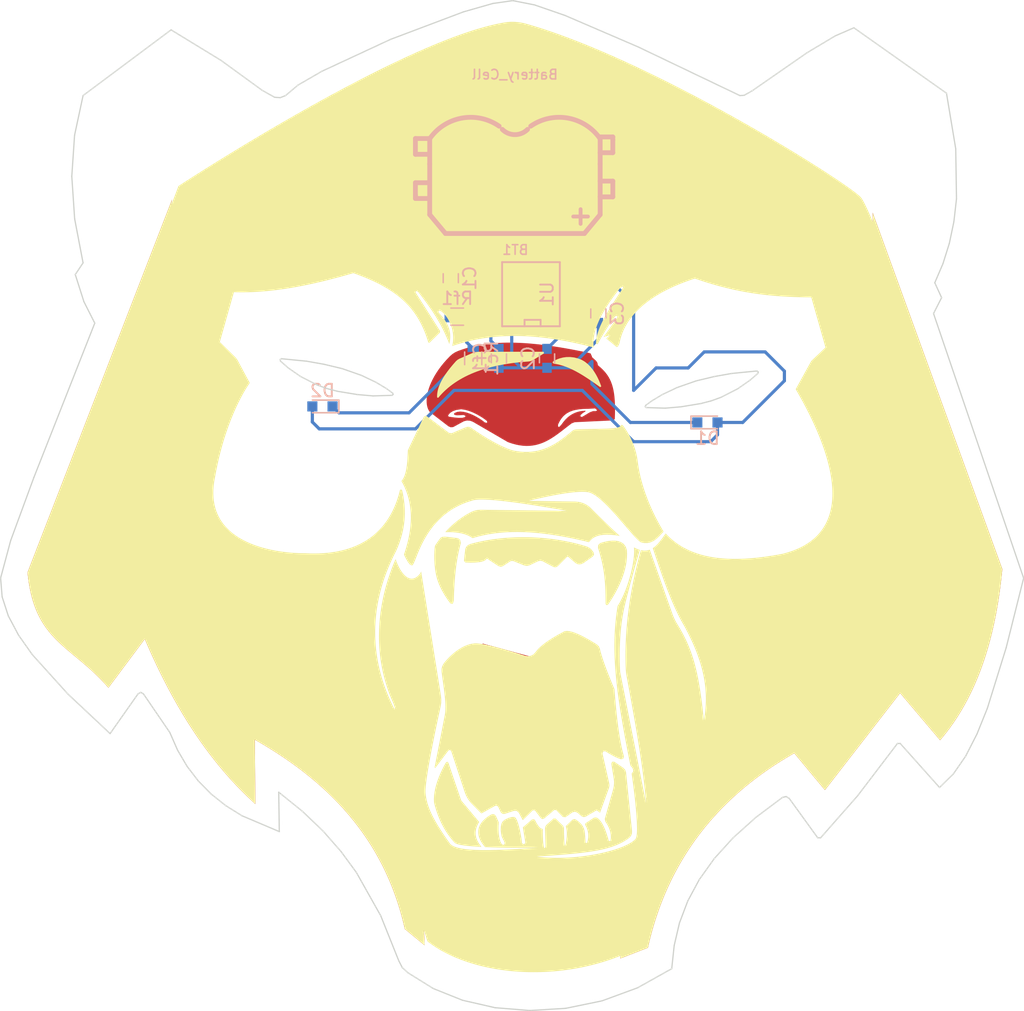
<source format=kicad_pcb>
(kicad_pcb (version 4) (host pcbnew 4.0.6)

  (general
    (links 19)
    (no_connects 1)
    (area 98.929348 37.654584 180.026456 117.75246)
    (thickness 1.6)
    (drawings 142)
    (tracks 61)
    (zones 0)
    (modules 11)
    (nets 9)
  )

  (page A4)
  (layers
    (0 F.Cu signal)
    (31 B.Cu signal)
    (32 B.Adhes user hide)
    (33 F.Adhes user hide)
    (34 B.Paste user hide)
    (35 F.Paste user hide)
    (36 B.SilkS user)
    (37 F.SilkS user hide)
    (38 B.Mask user)
    (39 F.Mask user)
    (40 Dwgs.User user)
    (41 Cmts.User user)
    (42 Eco1.User user)
    (43 Eco2.User user)
    (44 Edge.Cuts user)
    (45 Margin user)
    (46 B.CrtYd user)
    (47 F.CrtYd user)
    (48 B.Fab user)
    (49 F.Fab user)
  )

  (setup
    (last_trace_width 0.25)
    (trace_clearance 0.2)
    (zone_clearance 0.508)
    (zone_45_only no)
    (trace_min 0.2)
    (segment_width 0.2)
    (edge_width 0.15)
    (via_size 0.6)
    (via_drill 0.4)
    (via_min_size 0.4)
    (via_min_drill 0.3)
    (uvia_size 0.3)
    (uvia_drill 0.1)
    (uvias_allowed no)
    (uvia_min_size 0.2)
    (uvia_min_drill 0.1)
    (pcb_text_width 0.3)
    (pcb_text_size 1.5 1.5)
    (mod_edge_width 0.15)
    (mod_text_size 1 1)
    (mod_text_width 0.15)
    (pad_size 1.524 1.524)
    (pad_drill 0.762)
    (pad_to_mask_clearance 0.2)
    (aux_axis_origin 0 0)
    (grid_origin 140.97 69.85)
    (visible_elements 7FFFFFFF)
    (pcbplotparams
      (layerselection 0x00030_80000001)
      (usegerberextensions false)
      (excludeedgelayer true)
      (linewidth 0.100000)
      (plotframeref false)
      (viasonmask false)
      (mode 1)
      (useauxorigin false)
      (hpglpennumber 1)
      (hpglpenspeed 20)
      (hpglpendiameter 15)
      (hpglpenoverlay 2)
      (psnegative false)
      (psa4output false)
      (plotreference true)
      (plotvalue true)
      (plotinvisibletext false)
      (padsonsilk false)
      (subtractmaskfromsilk false)
      (outputformat 1)
      (mirror false)
      (drillshape 1)
      (scaleselection 1)
      (outputdirectory ""))
  )

  (net 0 "")
  (net 1 VDD)
  (net 2 GND)
  (net 3 "Net-(C1-Pad1)")
  (net 4 "Net-(C2-Pad1)")
  (net 5 "Net-(C3-Pad2)")
  (net 6 "Net-(Cf1-Pad1)")
  (net 7 LEDS)
  (net 8 "Net-(Rf1-Pad2)")

  (net_class Default "This is the default net class."
    (clearance 0.2)
    (trace_width 0.25)
    (via_dia 0.6)
    (via_drill 0.4)
    (uvia_dia 0.3)
    (uvia_drill 0.1)
    (add_net GND)
    (add_net LEDS)
    (add_net "Net-(C1-Pad1)")
    (add_net "Net-(C2-Pad1)")
    (add_net "Net-(C3-Pad2)")
    (add_net "Net-(Cf1-Pad1)")
    (add_net "Net-(Rf1-Pad2)")
    (add_net VDD)
  )

  (module panda:panda (layer F.Cu) (tedit 5980F1C5) (tstamp 59833720)
    (at 139.7 77.47)
    (descr "Imported from ..\\panda-2.svg")
    (tags svg2mod)
    (attr smd)
    (fp_text reference svg2mod (at 0 -41.139553) (layer F.SilkS) hide
      (effects (font (thickness 0.3048)))
    )
    (fp_text value G*** (at 0 41.139553) (layer F.SilkS) hide
      (effects (font (thickness 0.3048)))
    )
    (fp_poly (pts (xy -0.07166 -38.087841) (xy -12.452985 -18.057211) (xy -12.128581 -17.933496) (xy -11.816369 -17.807768)
      (xy -11.516081 -17.679895) (xy -11.227447 -17.549743) (xy -10.9502 -17.41718) (xy -10.68407 -17.282072)
      (xy -10.428789 -17.144286) (xy -10.184089 -17.003689) (xy -9.9497 -16.860148) (xy -9.725354 -16.71353)
      (xy -9.510782 -16.5637) (xy -9.305716 -16.410528) (xy -9.109886 -16.253878) (xy -8.923026 -16.093618)
      (xy -8.744864 -15.929615) (xy -8.575134 -15.761736) (xy -8.413566 -15.589848) (xy -8.259892 -15.413816)
      (xy -8.113843 -15.233509) (xy -7.975151 -15.048793) (xy -7.843546 -14.859535) (xy -7.71876 -14.665601)
      (xy -7.600525 -14.466859) (xy -7.488571 -14.263176) (xy -7.382631 -14.054418) (xy -7.282435 -13.840451)
      (xy -7.187715 -13.621144) (xy -7.098203 -13.396363) (xy -7.013628 -13.165974) (xy -6.933724 -12.929844)
      (xy -6.858221 -12.687841) (xy -6.770027 -12.654768) (xy -5.942653 -13.471118) (xy -5.931618 -13.60341)
      (xy -7.872446 -16.657694) (xy -7.831114 -16.76795) (xy -7.67401 -16.712815) (xy -7.531651 -16.527645)
      (xy -7.387827 -16.339382) (xy -7.242911 -16.147596) (xy -7.097278 -15.951856) (xy -6.951303 -15.751733)
      (xy -6.805361 -15.546797) (xy -6.659826 -15.336617) (xy -6.515074 -15.120763) (xy -6.371478 -14.898806)
      (xy -6.229413 -14.670315) (xy -6.089254 -14.434859) (xy -5.951377 -14.19201) (xy -5.816154 -13.941336)
      (xy -5.683962 -13.682408) (xy -5.555175 -13.414796) (xy -5.430167 -13.138068) (xy -5.309313 -12.851796)
      (xy -5.192988 -12.55555) (xy -5.141682 -12.818372) (xy -5.119348 -13.072006) (xy -5.124894 -13.317095)
      (xy -5.157227 -13.554286) (xy -5.215256 -13.784222) (xy -5.297887 -14.007549) (xy -5.40403 -14.22491)
      (xy -5.53259 -14.43695) (xy -5.682477 -14.644314) (xy -5.852597 -14.847647) (xy -6.041859 -15.047594)
      (xy -6.061162 -15.160597) (xy -5.964691 -15.223983) (xy -5.870468 -15.17807) (xy -5.759326 -15.097435)
      (xy -5.636656 -14.983764) (xy -5.507845 -14.838745) (xy -5.378284 -14.664063) (xy -5.253362 -14.461407)
      (xy -5.138467 -14.232462) (xy -5.03899 -13.978916) (xy -4.960318 -13.702456) (xy -4.907842 -13.404768)
      (xy -4.886951 -13.08754) (xy -4.903033 -12.752458) (xy -4.961479 -12.401209) (xy -4.702071 -12.489555)
      (xy -4.441812 -12.572314) (xy -4.180713 -12.649565) (xy -3.91879 -12.721388) (xy -3.656055 -12.787862)
      (xy -3.392521 -12.849068) (xy -3.128202 -12.905085) (xy -2.863112 -12.955992) (xy -2.597264 -13.001869)
      (xy -2.330671 -13.042796) (xy -2.063346 -13.078853) (xy -1.795304 -13.11012) (xy -1.526558 -13.136675)
      (xy -1.25712 -13.158598) (xy -0.987005 -13.17597) (xy -0.716225 -13.18887) (xy -0.444795 -13.197377)
      (xy -0.172728 -13.201572) (xy 0.099963 -13.201534) (xy 0.373265 -13.197342) (xy 0.647164 -13.189076)
      (xy 0.921646 -13.176817) (xy 1.196699 -13.160643) (xy 1.472308 -13.140634) (xy 1.748461 -13.11687)
      (xy 2.025144 -13.089431) (xy 2.302343 -13.058396) (xy 2.580045 -13.023845) (xy 2.858237 -12.985857)
      (xy 3.136905 -12.944513) (xy 3.416036 -12.899891) (xy 3.695616 -12.852073) (xy 3.975633 -12.801136)
      (xy 4.256071 -12.747162) (xy 4.536919 -12.690229) (xy 4.818163 -12.630417) (xy 5.099789 -12.567806)
      (xy 5.381783 -12.502476) (xy 5.664134 -12.434507) (xy 5.946826 -12.363977) (xy 6.229846 -12.290966)
      (xy 6.215737 -12.475236) (xy 6.213225 -12.664274) (xy 6.222491 -12.858212) (xy 6.243717 -13.057181)
      (xy 6.277085 -13.261314) (xy 6.322776 -13.470742) (xy 6.380972 -13.685598) (xy 6.451854 -13.906011)
      (xy 6.535605 -14.132116) (xy 6.632405 -14.364042) (xy 6.742436 -14.601923) (xy 6.86588 -14.845889)
      (xy 7.002919 -15.096073) (xy 7.153733 -15.352606) (xy 7.318505 -15.615621) (xy 7.497417 -15.885248)
      (xy 7.690649 -16.16162) (xy 7.898384 -16.444868) (xy 8.120803 -16.735124) (xy 8.358087 -17.03252)
      (xy 8.575838 -17.117975) (xy 8.545502 -16.988423) (xy 8.388645 -16.748831) (xy 8.227858 -16.504671)
      (xy 8.064732 -16.256694) (xy 7.900854 -16.005648) (xy 7.737814 -15.752285) (xy 7.577199 -15.497352)
      (xy 7.420598 -15.2416) (xy 7.2696 -14.985778) (xy 7.125793 -14.730636) (xy 6.990767 -14.476924)
      (xy 6.866108 -14.22539) (xy 6.753407 -13.976784) (xy 6.654252 -13.731857) (xy 6.57023 -13.491357)
      (xy 6.502932 -13.256034) (xy 6.453945 -13.026637) (xy 6.424858 -12.803917) (xy 6.417259 -12.588623)
      (xy 6.54955 -12.544525) (xy 6.644725 -12.726868) (xy 6.751229 -12.922254) (xy 6.868462 -13.129158)
      (xy 6.995826 -13.346057) (xy 7.132719 -13.571426) (xy 7.278544 -13.803742) (xy 7.432701 -14.04148)
      (xy 7.594589 -14.283116) (xy 7.76361 -14.527126) (xy 7.939165 -14.771986) (xy 8.100409 -14.795429)
      (xy 8.10453 -14.661743) (xy 7.023596 -13.118341) (xy 7.519689 -13.261656) (xy 7.233056 -12.996522)
      (xy 7.345105 -12.906952) (xy 7.599883 -12.701629) (xy 7.875335 -12.475631) (xy 8.049406 -12.324039)
      (xy 8.161024 -12.373637) (xy 8.280919 -12.621695) (xy 8.313129 -12.783056) (xy 8.35239 -12.946877)
      (xy 8.399077 -13.112931) (xy 8.453565 -13.280992) (xy 8.51623 -13.450833) (xy 8.587448 -13.622227)
      (xy 8.667594 -13.794949) (xy 8.757043 -13.968771) (xy 8.856171 -14.143467) (xy 8.965353 -14.318809)
      (xy 9.084965 -14.494572) (xy 9.215382 -14.670529) (xy 9.356979 -14.846453) (xy 9.510133 -15.022117)
      (xy 9.675218 -15.197295) (xy 9.85261 -15.371761) (xy 10.042684 -15.545287) (xy 10.245816 -15.717647)
      (xy 10.462381 -15.888614) (xy 10.692755 -16.057962) (xy 10.937313 -16.225464) (xy 11.19643 -16.390894)
      (xy 11.470483 -16.554024) (xy 11.759846 -16.714629) (xy 12.064895 -16.872481) (xy 12.386005 -17.027354)
      (xy 12.723553 -17.179021) (xy 13.077912 -17.327256) (xy 13.449459 -17.471832) (xy 13.838569 -17.612522)
      (xy 14.245618 -17.7491) (xy 14.530273 -17.650941) (xy 14.812294 -17.556829) (xy 15.091852 -17.466696)
      (xy 15.369117 -17.380469) (xy 15.644259 -17.298079) (xy 15.917448 -17.219455) (xy 16.188853 -17.144526)
      (xy 16.458644 -17.073221) (xy 16.726992 -17.00547) (xy 16.994066 -16.941203) (xy 17.260037 -16.880349)
      (xy 17.525074 -16.822837) (xy 17.789347 -16.768596) (xy 18.053026 -16.717557) (xy 18.316282 -16.669648)
      (xy 18.579283 -16.624799) (xy 18.8422 -16.582939) (xy 19.105203 -16.543998) (xy 19.368462 -16.507905)
      (xy 19.632147 -16.474589) (xy 19.896427 -16.44398) (xy 20.161472 -16.416007) (xy 20.427454 -16.3906)
      (xy 20.69454 -16.367688) (xy 20.962902 -16.347201) (xy 21.23271 -16.329067) (xy 21.504132 -16.313217)
      (xy 21.77734 -16.29958) (xy 22.052503 -16.288084) (xy 22.329791 -16.27866) (xy 22.609374 -16.271237)
      (xy 22.891422 -16.265744) (xy 23.176104 -16.262111) (xy 23.463592 -16.260267) (xy 24.588072 -12.290966)
      (xy 23.463592 -11.221608) (xy 22.228869 -8.983123) (xy 22.378576 -8.724386) (xy 22.525484 -8.465637)
      (xy 22.669488 -8.206966) (xy 22.810488 -7.948463) (xy 22.948381 -7.690218) (xy 23.083063 -7.432321)
      (xy 23.214433 -7.174862) (xy 23.342388 -6.917932) (xy 23.466826 -6.66162) (xy 23.587644 -6.406018)
      (xy 23.70474 -6.151214) (xy 23.818011 -5.8973) (xy 23.927355 -5.644365) (xy 24.032669 -5.392499)
      (xy 24.13385 -5.141793) (xy 24.230797 -4.892337) (xy 24.323407 -4.644221) (xy 24.411577 -4.397536)
      (xy 24.495205 -4.15237) (xy 24.574188 -3.908816) (xy 24.648423 -3.666962) (xy 24.71781 -3.426899)
      (xy 24.782244 -3.188716) (xy 24.841623 -2.952506) (xy 24.895845 -2.718356) (xy 24.944808 -2.486358)
      (xy 24.988408 -2.256602) (xy 25.026544 -2.029178) (xy 25.059113 -1.804176) (xy 25.086013 -1.581686)
      (xy 25.10714 -1.361798) (xy 25.122392 -1.144603) (xy 25.131668 -0.930191) (xy 25.134864 -0.718652)
      (xy 25.131879 -0.510076) (xy 25.122608 -0.304553) (xy 25.106951 -0.102173) (xy 25.084804 0.096973)
      (xy 25.056066 0.292795) (xy 25.020633 0.485203) (xy 24.978403 0.674107) (xy 24.929273 0.859417)
      (xy 24.873142 1.041043) (xy 24.809906 1.218894) (xy 24.739464 1.39288) (xy 24.661712 1.562911)
      (xy 24.576548 1.728897) (xy 24.483871 1.890747) (xy 24.383576 2.048373) (xy 24.275562 2.201682)
      (xy 24.159726 2.350586) (xy 24.035966 2.494994) (xy 23.904179 2.634816) (xy 23.764263 2.769961)
      (xy 23.616115 2.90034) (xy 23.459633 3.025863) (xy 23.294714 3.146438) (xy 23.121256 3.261977)
      (xy 22.939157 3.372388) (xy 22.748313 3.477582) (xy 22.548623 3.577469) (xy 22.339983 3.671958)
      (xy 22.122292 3.760959) (xy 21.895447 3.844383) (xy 21.659345 3.922138) (xy 21.413885 3.994134)
      (xy 21.158962 4.060283) (xy 20.756515 4.134046) (xy 20.3644 4.199862) (xy 19.982458 4.257852)
      (xy 19.610534 4.308137) (xy 19.248471 4.350839) (xy 18.896111 4.386078) (xy 18.553298 4.413977)
      (xy 18.219876 4.434657) (xy 17.895687 4.448239) (xy 17.580574 4.454844) (xy 17.274381 4.454594)
      (xy 16.976952 4.447611) (xy 16.688128 4.434016) (xy 16.407754 4.41393) (xy 16.135672 4.387474)
      (xy 15.871726 4.35477) (xy 15.615759 4.31594) (xy 15.367614 4.271105) (xy 15.127135 4.220386)
      (xy 14.894164 4.163904) (xy 14.668544 4.101781) (xy 14.45012 4.034139) (xy 14.238734 3.961099)
      (xy 14.034229 3.882782) (xy 13.836448 3.799309) (xy 13.645235 3.710803) (xy 13.460433 3.617384)
      (xy 13.281886 3.519174) (xy 13.109435 3.416294) (xy 12.942925 3.308866) (xy 12.782198 3.19701)
      (xy 12.627099 3.08085) (xy 12.477469 2.960505) (xy 12.333153 2.836097) (xy 12.193993 2.707748)
      (xy 12.059833 2.575579) (xy 11.930515 2.439712) (xy 11.769202 2.676258) (xy 11.607693 2.902298)
      (xy 11.443678 3.113259) (xy 11.274851 3.304569) (xy 11.098901 3.471653) (xy 10.913522 3.609941)
      (xy 11.007748 3.890281) (xy 11.102017 4.170517) (xy 11.196426 4.450368) (xy 11.291074 4.729552)
      (xy 11.38606 5.007786) (xy 11.481481 5.28479) (xy 11.577437 5.56028) (xy 11.674025 5.833974)
      (xy 11.771344 6.105592) (xy 11.869492 6.374851) (xy 11.968568 6.641469) (xy 12.06867 6.905164)
      (xy 12.169896 7.165655) (xy 12.272345 7.422659) (xy 12.376115 7.675894) (xy 12.481304 7.925078)
      (xy 12.588011 8.169931) (xy 12.696335 8.410168) (xy 12.806373 8.64551) (xy 12.918224 8.875673)
      (xy 13.031986 9.100376) (xy 13.147758 9.319337) (xy 13.265637 9.532273) (xy 13.385724 9.738904)
      (xy 13.536325 10.02008) (xy 13.680152 10.297987) (xy 13.817194 10.572817) (xy 13.94744 10.844763)
      (xy 14.070879 11.114019) (xy 14.187501 11.380775) (xy 14.297293 11.645226) (xy 14.400246 11.907563)
      (xy 14.496347 12.16798) (xy 14.585587 12.426668) (xy 14.667954 12.683821) (xy 14.743437 12.939632)
      (xy 14.812025 13.194292) (xy 14.873708 13.447994) (xy 14.928473 13.700932) (xy 14.97631 13.953297)
      (xy 15.017209 14.205282) (xy 15.051157 14.457081) (xy 15.078145 14.708885) (xy 15.098161 14.960887)
      (xy 15.111193 15.21328) (xy 15.117232 15.466256) (xy 15.116266 15.720008) (xy 15.108284 15.974729)
      (xy 15.093275 16.230612) (xy 15.071229 16.487848) (xy 15.042133 16.746631) (xy 15.005977 17.007152)
      (xy 14.96275 17.269606) (xy 14.924802 16.901348) (xy 14.886108 16.544529) (xy 14.846478 16.198711)
      (xy 14.805717 15.863452) (xy 14.763635 15.538315) (xy 14.720038 15.222859) (xy 14.674733 14.916644)
      (xy 14.62753 14.619233) (xy 14.578234 14.330184) (xy 14.526653 14.049059) (xy 14.472595 13.775418)
      (xy 14.415868 13.508822) (xy 14.356279 13.248831) (xy 14.293636 12.995005) (xy 14.227745 12.746906)
      (xy 14.158415 12.504093) (xy 14.085453 12.266127) (xy 14.008667 12.03257) (xy 13.927863 11.80298)
      (xy 13.842851 11.57692) (xy 13.753436 11.353949) (xy 13.659428 11.133628) (xy 13.560632 10.915517)
      (xy 13.456857 10.699177) (xy 13.347911 10.484168) (xy 13.2336 10.270052) (xy 13.113732 10.056388)
      (xy 12.988115 9.842737) (xy 12.856557 9.62866) (xy 12.720584 9.390201) (xy 12.599324 9.139517)
      (xy 12.492753 8.879007) (xy 10.675397 3.729555) (xy 10.459014 3.788176) (xy 10.225316 3.802096)
      (xy 9.972045 3.767037) (xy 9.901237 4.021591) (xy 9.832062 4.277634) (xy 9.76457 4.535122)
      (xy 9.698807 4.794008) (xy 9.634821 5.054249) (xy 9.57266 5.315798) (xy 9.51237 5.578612)
      (xy 9.453999 5.842643) (xy 9.397596 6.107848) (xy 9.343206 6.374182) (xy 9.290879 6.641598)
      (xy 9.240661 6.910053) (xy 9.192599 7.179501) (xy 9.146742 7.449896) (xy 9.103136 7.721194)
      (xy 9.06183 7.99335) (xy 9.022871 8.266318) (xy 8.986305 8.540054) (xy 8.952181 8.814511)
      (xy 8.920547 9.089646) (xy 8.891449 9.365413) (xy 8.864935 9.641766) (xy 8.841052 9.918662)
      (xy 8.819849 10.196053) (xy 8.801372 10.473897) (xy 8.78567 10.752146) (xy 8.772789 11.030757)
      (xy 8.762776 11.309684) (xy 8.755681 11.588882) (xy 8.751549 11.868306) (xy 8.750429 12.14791)
      (xy 8.752368 12.42765) (xy 8.757413 12.70748) (xy 8.765612 12.987356) (xy 8.777012 13.267232)
      (xy 8.794928 13.454647) (xy 8.821109 13.64206) (xy 8.880665 13.965748) (xy 8.939521 14.286019)
      (xy 8.997654 14.602936) (xy 9.055044 14.916563) (xy 9.111668 15.226961) (xy 9.167503 15.534193)
      (xy 9.222528 15.838322) (xy 9.27672 16.139411) (xy 9.330058 16.437523) (xy 9.382519 16.732719)
      (xy 9.43408 17.025063) (xy 9.48472 17.314618) (xy 9.534417 17.601446) (xy 9.583149 17.885609)
      (xy 9.630893 18.167171) (xy 9.677627 18.446193) (xy 9.723329 18.72274) (xy 9.767977 18.996873)
      (xy 9.811549 19.268655) (xy 9.854022 19.538148) (xy 9.895375 19.805417) (xy 9.935585 20.070522)
      (xy 9.974631 20.333527) (xy 10.012489 20.594494) (xy 10.049139 20.853487) (xy 10.084557 21.110568)
      (xy 10.118721 21.365798) (xy 10.151611 21.619243) (xy 10.183202 21.870962) (xy 10.213474 22.121021)
      (xy 10.242403 22.36948) (xy 10.269969 22.616404) (xy 10.296148 22.861854) (xy 10.320919 23.105893)
      (xy 10.344259 23.348584) (xy 10.366147 23.589989) (xy 10.386559 23.830172) (xy 8.33604 13.432598)
      (xy 8.334438 13.410144) (xy 8.330193 13.344611) (xy 8.324144 13.238739) (xy 8.317129 13.095265)
      (xy 8.309989 12.916932) (xy 8.303562 12.706477) (xy 8.298687 12.466642) (xy 8.296204 12.200165)
      (xy 8.296953 11.909787) (xy 8.301771 11.598247) (xy 8.311499 11.268285) (xy 8.326975 10.922641)
      (xy 8.34904 10.564054) (xy 8.378531 10.195265) (xy 8.416289 9.819013) (xy 8.463152 9.438037)
      (xy 8.51996 9.055078) (xy 8.587552 8.672876) (xy 8.666768 8.294169) (xy 8.731364 8.014846)
      (xy 8.803109 7.717787) (xy 8.880758 7.406832) (xy 8.96307 7.085821) (xy 9.048802 6.758595)
      (xy 9.136713 6.428994) (xy 9.225558 6.100858) (xy 9.314096 5.778028) (xy 9.401085 5.464345)
      (xy 9.485282 5.163648) (xy 9.565444 4.879778) (xy 9.64033 4.616576) (xy 9.708696 4.377881)
      (xy 9.769301 4.167535) (xy 9.820901 3.989377) (xy 9.862255 3.847249) (xy 9.89212 3.74499)
      (xy 9.666476 3.665438) (xy 9.424689 3.547101) (xy 9.435714 3.752556) (xy 9.43356 3.976677)
      (xy 9.418863 4.217127) (xy 9.392261 4.471571) (xy 9.354392 4.737673) (xy 9.305891 5.013096)
      (xy 9.247397 5.295505) (xy 9.179546 5.582564) (xy 9.102976 5.871936) (xy 9.018323 6.161285)
      (xy 8.926224 6.448276) (xy 8.827318 6.730573) (xy 8.722239 7.005839) (xy 8.611627 7.271738)
      (xy 8.496118 7.525935) (xy 8.376348 7.766093) (xy 8.252956 7.989876) (xy 8.126577 8.194948)
      (xy 8.091904 8.417523) (xy 8.059791 8.639544) (xy 8.030236 8.861205) (xy 8.003237 9.082701)
      (xy 7.97879 9.304228) (xy 7.956892 9.52598) (xy 7.937542 9.748153) (xy 7.920736 9.970941)
      (xy 7.906472 10.19454) (xy 7.894746 10.419145) (xy 7.885557 10.64495) (xy 7.878902 10.872151)
      (xy 7.874777 11.100943) (xy 7.87318 11.331521) (xy 7.874109 11.564079) (xy 7.877561 11.798813)
      (xy 7.883533 12.035919) (xy 7.892022 12.27559) (xy 7.903026 12.518022) (xy 7.916542 12.76341)
      (xy 7.932567 13.011949) (xy 7.951099 13.263834) (xy 7.972134 13.51926) (xy 7.995671 13.778423)
      (xy 8.021706 14.041516) (xy 8.050237 14.308736) (xy 8.081261 14.580277) (xy 8.114776 14.856334)
      (xy 8.150778 15.137102) (xy 8.189265 15.422777) (xy 8.230235 15.713554) (xy 8.273683 16.009626)
      (xy 8.319609 16.31119) (xy 8.368009 16.618441) (xy 8.418881 16.931573) (xy 8.472221 17.250781)
      (xy 8.528028 17.576262) (xy 8.586297 17.908208) (xy 8.647028 18.246817) (xy 8.710216 18.592282)
      (xy 8.77586 18.944799) (xy 8.843956 19.304562) (xy 8.914502 19.671767) (xy 8.987496 20.04661)
      (xy 9.062934 20.429283) (xy 9.140813 20.819984) (xy 9.300516 21.014475) (xy 9.368217 21.185171)
      (xy 9.347021 21.333126) (xy 9.240031 21.459393) (xy 9.245019 21.493745) (xy 9.259094 21.592298)
      (xy 9.280925 21.748294) (xy 9.309182 21.954977) (xy 9.342531 22.205591) (xy 9.379644 22.493378)
      (xy 9.419187 22.811583) (xy 9.459829 23.153448) (xy 9.50024 23.512216) (xy 9.539088 23.881132)
      (xy 9.575042 24.253438) (xy 9.60677 24.622378) (xy 9.632941 24.981196) (xy 9.652224 25.323134)
      (xy 9.663287 25.641436) (xy 9.664799 25.929345) (xy 9.655429 26.180104) (xy 9.633845 26.386958)
      (xy 9.598717 26.543149) (xy 9.548712 26.641921) (xy 9.460277 26.731219) (xy 9.352101 26.820298)
      (xy 9.225025 26.908866) (xy 9.079889 26.996631) (xy 8.917533 27.083303) (xy 8.738797 27.168589)
      (xy 8.544523 27.252198) (xy 8.33555 27.333839) (xy 8.11272 27.41322) (xy 7.876871 27.49005)
      (xy 7.628845 27.564038) (xy 7.369482 27.634891) (xy 7.099622 27.702318) (xy 6.820106 27.766028)
      (xy 6.531775 27.82573) (xy 6.235467 27.881131) (xy 5.932025 27.931941) (xy 5.622288 27.977867)
      (xy 5.307097 28.01862) (xy 4.987291 28.053906) (xy 4.663712 28.083434) (xy 4.3372 28.106913)
      (xy 4.008595 28.124052) (xy 3.678738 28.134559) (xy 3.348468 28.138143) (xy 3.018627 28.134511)
      (xy 2.690054 28.123373) (xy 2.363591 28.104437) (xy 2.040077 28.077412) (xy 1.720353 28.042006)
      (xy 2.150437 28.012727) (xy 2.564405 27.983797) (xy 2.962677 27.954971) (xy 3.345675 27.926004)
      (xy 3.713822 27.896653) (xy 4.067539 27.866673) (xy 4.407249 27.835821) (xy 4.733373 27.803851)
      (xy 5.046333 27.77052) (xy 5.346551 27.735583) (xy 5.634449 27.698796) (xy 5.91045 27.659915)
      (xy 6.174974 27.618696) (xy 6.428444 27.574895) (xy 6.671281 27.528266) (xy 6.903909 27.478566)
      (xy 7.126748 27.425552) (xy 7.340221 27.368977) (xy 7.544749 27.308599) (xy 7.740754 27.244173)
      (xy 7.928659 27.175454) (xy 8.108886 27.102199) (xy 8.281855 27.024164) (xy 8.44799 26.941103)
      (xy 8.607712 26.852773) (xy 8.761443 26.75893) (xy 8.909604 26.659329) (xy 9.052619 26.553727)
      (xy 9.188187 26.409042) (xy 9.262492 26.227498) (xy 9.273105 26.024007) (xy 8.799059 21.371198)
      (xy 8.731546 21.170001) (xy 8.5896 21.01842) (xy 7.861994 20.522327) (xy 7.692213 20.52645)
      (xy 7.629934 20.687693) (xy 7.817897 21.83422) (xy 7.845118 22.052738) (xy 7.845465 22.275468)
      (xy 7.821003 22.498198) (xy 7.773799 22.716715) (xy 7.111791 25.064894) (xy 7.155888 25.263331)
      (xy 7.323162 25.521648) (xy 7.450307 25.778775) (xy 7.537632 26.035307) (xy 7.585447 26.291839)
      (xy 7.594062 26.548966) (xy 7.563787 26.807284) (xy 7.431495 26.807284) (xy 7.345167 26.492557)
      (xy 7.251483 26.195642) (xy 7.150312 25.919906) (xy 7.04152 25.668713) (xy 6.924976 25.445431)
      (xy 6.800546 25.253424) (xy 6.668099 25.096058) (xy 6.5275 24.9767) (xy 6.378674 24.931216)
      (xy 6.229846 24.9767) (xy 5.579412 25.406646) (xy 5.55737 25.51689) (xy 5.682891 25.754076)
      (xy 5.764 25.999261) (xy 5.804066 26.247528) (xy 5.80646 26.493956) (xy 5.774551 26.733628)
      (xy 5.711712 26.961625) (xy 5.590444 26.95059) (xy 5.573765 26.669622) (xy 5.561541 26.418858)
      (xy 5.54433 26.193402) (xy 5.512693 25.988358) (xy 5.45719 25.79883) (xy 5.368381 25.619921)
      (xy 5.236827 25.446736) (xy 5.053086 25.274379) (xy 4.80772 25.097954) (xy 4.676805 25.063492)
      (xy 4.55416 25.119996) (xy 4.024994 25.627112) (xy 4.089577 25.880535) (xy 4.111104 26.176031)
      (xy 4.100585 26.48273) (xy 4.069033 26.769761) (xy 4.027459 27.006253) (xy 3.986876 27.161336)
      (xy 3.958296 27.204139) (xy 3.933434 27.092527) (xy 3.913782 26.866331) (xy 3.899033 26.572735)
      (xy 3.888879 26.258925) (xy 3.883012 25.972086) (xy 3.881125 25.759404) (xy 3.814981 25.605065)
      (xy 3.208643 25.020775) (xy 3.065328 25.020775) (xy 2.503088 25.516871) (xy 2.41351 25.646405)
      (xy 2.38182 25.792477) (xy 2.425917 27.237213) (xy 2.38024 27.3551) (xy 2.339012 27.378316)
      (xy 2.302595 27.318392) (xy 2.271351 27.186858) (xy 2.245644 26.995246) (xy 2.225836 26.755086)
      (xy 2.212289 26.477908) (xy 2.205367 26.175244) (xy 2.205431 25.858625) (xy 2.048325 25.805406)
      (xy 1.891238 25.656076) (xy 1.734151 25.426119) (xy 1.577046 25.131019) (xy 1.465425 25.070384)
      (xy 1.345536 25.108978) (xy 0.628954 25.726339) (xy 0.827393 26.95059) (xy 0.708889 27.076015)
      (xy 0.54076 26.961625) (xy 0.552368 26.934847) (xy 0.542388 26.799033) (xy 0.513073 26.580119)
      (xy 0.466679 26.30404) (xy 0.405461 25.996733) (xy 0.331673 25.684133) (xy 0.24757 25.392177)
      (xy 0.155408 25.1468) (xy 0.05744 24.973939) (xy -0.044078 24.899529) (xy -0.253895 24.905033)
      (xy -0.515369 24.976683) (xy -0.772708 25.097951) (xy -0.97012 25.252307) (xy -1.064942 25.424968)
      (xy -1.114777 25.659603) (xy -1.124918 25.928128) (xy -1.100658 26.202457) (xy -1.047291 26.454506)
      (xy -0.943166 26.675002) (xy -0.824347 26.895479) (xy -0.815781 27.04982) (xy -0.906744 27.107632)
      (xy -0.993072 27.088954) (xy -1.072782 27.003316) (xy -1.14389 26.860248) (xy -1.204412 26.66928)
      (xy -1.252364 26.439941) (xy -1.285763 26.181762) (xy -1.302625 25.904272) (xy -1.300965 25.617)
      (xy -1.2788 25.329478) (xy -1.51031 24.811335) (xy -1.656379 24.676271) (xy -1.852064 24.690067)
      (xy -2.120586 24.854444) (xy -2.34666 25.025945) (xy -2.531969 25.203607) (xy -2.678196 25.386471)
      (xy -2.787026 25.573574) (xy -2.860142 25.763954) (xy -2.899227 25.95665) (xy -2.905965 26.1507)
      (xy -2.88204 26.345143) (xy -2.829135 26.539018) (xy -2.748934 26.731362) (xy -2.64312 26.921215)
      (xy -2.513377 27.107614) (xy -2.361388 27.289599) (xy -1.978745 27.304604) (xy -1.589928 27.316722)
      (xy -1.199762 27.326228) (xy -0.813075 27.333396) (xy -0.434693 27.338501) (xy -0.069441 27.341817)
      (xy 0.277854 27.343618) (xy 0.602366 27.34418) (xy 0.899268 27.343776) (xy 1.163734 27.342681)
      (xy 1.390937 27.34117) (xy 1.576053 27.339517) (xy 1.714254 27.337996) (xy 1.800713 27.336883)
      (xy 1.830606 27.33645) (xy 1.473882 27.359633) (xy 1.117312 27.382434) (xy 0.761777 27.404559)
      (xy 0.408158 27.425717) (xy 0.057336 27.445615) (xy -0.28981 27.46396) (xy -0.632398 27.48046)
      (xy -0.969548 27.494823) (xy -1.300379 27.506756) (xy -1.624011 27.515966) (xy -1.939563 27.522162)
      (xy -2.246155 27.525051) (xy -2.542905 27.524339) (xy -2.828933 27.519736) (xy -3.103359 27.510949)
      (xy -3.365301 27.497684) (xy -3.61388 27.47965) (xy -3.848215 27.456554) (xy -4.067425 27.428103)
      (xy -4.270629 27.394006) (xy -4.456947 27.353969) (xy -4.625499 27.307701) (xy -4.775403 27.254909)
      (xy -4.905779 27.1953) (xy -5.015746 27.128582) (xy -5.104424 27.054462) (xy -5.170933 26.972649)
      (xy -5.380416 26.675165) (xy -5.577004 26.389289) (xy -5.760844 26.114268) (xy -5.932084 25.849346)
      (xy -6.090871 25.593771) (xy -6.237353 25.346787) (xy -6.371677 25.10764) (xy -6.493991 24.875577)
      (xy -6.604442 24.649843) (xy -6.703177 24.429683) (xy -6.790345 24.214343) (xy -6.866092 24.00307)
      (xy -6.930567 23.795109) (xy -6.983916 23.589705) (xy -7.026288 23.386105) (xy -7.057829 23.183554)
      (xy -7.078687 22.981299) (xy -7.08181 22.848353) (xy -7.075728 22.684089) (xy -7.061087 22.491058)
      (xy -7.03853 22.271815) (xy -7.0087 22.028912) (xy -6.972243 21.764902) (xy -6.929801 21.482338)
      (xy -6.882018 21.183774) (xy -6.829539 20.871763) (xy -6.773006 20.548857) (xy -6.713065 20.217611)
      (xy -6.650358 19.880576) (xy -6.585531 19.540307) (xy -6.519225 19.199356) (xy -6.452086 18.860277)
      (xy -6.384757 18.525622) (xy -6.317882 18.197945) (xy -6.252105 17.879799) (xy -6.18807 17.573737)
      (xy -6.12642 17.282312) (xy -6.067799 17.008077) (xy -6.012852 16.753585) (xy -5.962222 16.52139)
      (xy -5.916553 16.314045) (xy -5.876488 16.134102) (xy -5.836474 15.866101) (xy -5.828308 15.593107)
      (xy -5.854447 15.317755) (xy -7.424861 5.452101) (xy -7.497621 5.604239) (xy -7.667889 5.798455)
      (xy -7.837738 5.930724) (xy -8.006087 6.005942) (xy -8.171851 6.029004) (xy -8.333946 6.004808)
      (xy -8.491289 5.938248) (xy -8.642796 5.83422) (xy -8.787384 5.697621) (xy -8.923969 5.533345)
      (xy -9.051468 5.34629) (xy -9.168796 5.14135) (xy -9.27487 4.923422) (xy -9.368607 4.697401)
      (xy -9.448922 4.468184) (xy -9.568305 4.751978) (xy -9.681846 5.035613) (xy -9.789572 5.319035)
      (xy -9.89151 5.602191) (xy -9.987687 5.885028) (xy -10.07813 6.167493) (xy -10.162864 6.449531)
      (xy -10.241916 6.731091) (xy -10.315314 7.012118) (xy -10.383083 7.292559) (xy -10.445251 7.572361)
      (xy -10.501844 7.851471) (xy -10.552889 8.129835) (xy -10.598411 8.4074) (xy -10.638439 8.684112)
      (xy -10.672998 8.959919) (xy -10.702116 9.234767) (xy -10.725818 9.508602) (xy -10.744132 9.781372)
      (xy -10.757084 10.053023) (xy -10.7647 10.323501) (xy -10.767008 10.592754) (xy -10.764034 10.860728)
      (xy -10.755804 11.12737) (xy -10.742346 11.392626) (xy -10.723685 11.656443) (xy -10.699849 11.918768)
      (xy -10.670864 12.179547) (xy -10.636757 12.438728) (xy -10.597554 12.696256) (xy -10.553283 12.952079)
      (xy -10.503969 13.206144) (xy -10.449639 13.458396) (xy -10.39032 13.708782) (xy -10.326039 13.95725)
      (xy -10.256821 14.203746) (xy -10.182695 14.448216) (xy -10.103686 14.690608) (xy -10.019821 14.930867)
      (xy -9.931127 15.168941) (xy -9.83763 15.404777) (xy -9.739357 15.63832) (xy -9.636335 15.869519)
      (xy -9.521176 16.199058) (xy -9.486879 16.344815) (xy -9.57019 16.299467) (xy -9.686573 16.065786)
      (xy -9.798626 15.830605) (xy -9.906299 15.59395) (xy -10.009541 15.355845) (xy -10.108302 15.116312)
      (xy -10.20253 14.875377) (xy -10.292175 14.633064) (xy -10.377185 14.389395) (xy -10.457511 14.144395)
      (xy -10.5331 13.898089) (xy -10.603903 13.6505) (xy -10.669868 13.401651) (xy -10.730945 13.151568)
      (xy -10.787082 12.900274) (xy -10.83823 12.647792) (xy -10.884336 12.394148) (xy -10.92535 12.139364)
      (xy -10.961222 11.883464) (xy -10.9919 11.626474) (xy -11.017334 11.368416) (xy -11.037472 11.109315)
      (xy -11.052265 10.849195) (xy -11.06166 10.588078) (xy -11.065608 10.325991) (xy -11.064057 10.062956)
      (xy -11.056956 9.798997) (xy -11.044255 9.534139) (xy -11.025903 9.268405) (xy -11.001849 9.001819)
      (xy -10.972042 8.734406) (xy -10.936431 8.466188) (xy -10.894966 8.197191) (xy -10.847595 7.927438)
      (xy -10.794268 7.656953) (xy -10.734934 7.38576) (xy -10.669541 7.113883) (xy -10.59804 6.841346)
      (xy -10.520379 6.568173) (xy -10.436508 6.294388) (xy -10.346375 6.020014) (xy -10.24993 5.745076)
      (xy -10.147122 5.469598) (xy -10.0379 5.193604) (xy -9.922214 4.917117) (xy -9.800011 4.640162)
      (xy -9.671242 4.362762) (xy -9.535856 4.084942) (xy -9.393801 3.806726) (xy -9.278114 3.534193)
      (xy -9.173555 3.264022) (xy -9.080024 2.995919) (xy -8.997418 2.729587) (xy -8.925634 2.464733)
      (xy -8.86457 2.20106) (xy -8.814125 1.938272) (xy -8.774195 1.676076) (xy -8.744679 1.414174)
      (xy -8.725475 1.152273) (xy -8.716479 0.890077) (xy -8.717591 0.62729) (xy -8.728707 0.363616)
      (xy -8.749726 0.098762) (xy -8.780544 -0.167569) (xy -8.821061 -0.435672) (xy -8.871173 -0.705842)
      (xy -8.930779 -0.978375) (xy -9.014835 -1.050041) (xy -9.107168 -0.98941) (xy -9.153284 -0.802759)
      (xy -9.204115 -0.615154) (xy -9.259868 -0.426919) (xy -9.320751 -0.238379) (xy -9.386972 -0.049861)
      (xy -9.458738 0.13831) (xy -9.536257 0.325809) (xy -9.619738 0.51231) (xy -9.709388 0.697487)
      (xy -9.805414 0.881015) (xy -9.908025 1.062568) (xy -10.017428 1.241821) (xy -10.133831 1.418448)
      (xy -10.257442 1.592123) (xy -10.388468 1.762522) (xy -10.527118 1.929317) (xy -10.673599 2.092185)
      (xy -10.828119 2.250799) (xy -10.990886 2.404833) (xy -11.162107 2.553963) (xy -11.341991 2.697862)
      (xy -11.530744 2.836205) (xy -11.728576 2.968667) (xy -11.935693 3.094921) (xy -12.152304 3.214643)
      (xy -12.378616 3.327506) (xy -12.614836 3.433186) (xy -12.861174 3.531356) (xy -13.117836 3.621691)
      (xy -13.385031 3.703865) (xy -13.662966 3.777553) (xy -13.951848 3.84243) (xy -14.251887 3.898169)
      (xy -14.563289 3.944445) (xy -14.886262 3.980933) (xy -15.221014 4.007307) (xy -15.567753 4.023241)
      (xy -15.926687 4.02841) (xy -16.298023 4.022488) (xy -16.681969 4.00515) (xy -16.690797 4.00533)
      (xy -16.716796 4.005688) (xy -16.759236 4.005956) (xy -16.817389 4.005864) (xy -16.890526 4.005144)
      (xy -16.977918 4.003525) (xy -17.078837 4.000738) (xy -17.192554 3.996515) (xy -17.31834 3.990585)
      (xy -17.455466 3.98268) (xy -17.603203 3.972529) (xy -17.760823 3.959865) (xy -17.927598 3.944417)
      (xy -18.102797 3.925917) (xy -18.285693 3.904094) (xy -18.475557 3.87868) (xy -18.671659 3.849404)
      (xy -18.873272 3.815999) (xy -19.079666 3.778195) (xy -19.290113 3.735721) (xy -19.503883 3.68831)
      (xy -19.720249 3.635691) (xy -19.938481 3.577596) (xy -20.157851 3.513755) (xy -20.377629 3.443898)
      (xy -20.597088 3.367757) (xy -20.815497 3.285061) (xy -21.03213 3.195543) (xy -21.246256 3.098931)
      (xy -21.457147 2.994958) (xy -21.664074 2.883354) (xy -21.866309 2.763849) (xy -22.063122 2.636174)
      (xy -22.253786 2.50006) (xy -22.437571 2.355238) (xy -22.613748 2.201438) (xy -22.781588 2.03839)
      (xy -22.940364 1.865826) (xy -23.089346 1.683477) (xy -23.227805 1.491072) (xy -23.355013 1.288343)
      (xy -23.47024 1.07502) (xy -23.572759 0.850834) (xy -23.66184 0.615516) (xy -23.736755 0.368796)
      (xy -23.796774 0.110405) (xy -23.841169 -0.159927) (xy -23.869212 -0.442468) (xy -23.880173 -0.737487)
      (xy -23.873324 -1.045256) (xy -23.847936 -1.366041) (xy -23.80328 -1.700114) (xy -23.738628 -2.047743)
      (xy -23.645059 -2.548945) (xy -23.545042 -3.032821) (xy -23.439286 -3.499354) (xy -23.328498 -3.948523)
      (xy -23.213385 -4.38031) (xy -23.094656 -4.794696) (xy -22.973018 -5.191661) (xy -22.849179 -5.571188)
      (xy -22.723847 -5.933256) (xy -22.597729 -6.277848) (xy -22.471534 -6.604943) (xy -22.345968 -6.914524)
      (xy -22.221741 -7.20657) (xy -22.099559 -7.481064) (xy -21.98013 -7.737986) (xy -21.864162 -7.977317)
      (xy -21.752364 -8.199038) (xy -21.645442 -8.403131) (xy -21.544104 -8.589576) (xy -21.449058 -8.758354)
      (xy -21.361013 -8.909447) (xy -21.280675 -9.042835) (xy -21.208752 -9.158499) (xy -21.145953 -9.256421)
      (xy -21.092984 -9.336582) (xy -21.050555 -9.398962) (xy -21.019371 -9.443542) (xy -21.000142 -9.470305)
      (xy -20.993575 -9.47923) (xy -21.985763 -11.331863) (xy -22.118055 -11.497229) (xy -23.363801 -12.720926)
      (xy -22.250346 -16.668729) (xy -21.987343 -16.662101) (xy -21.723808 -16.659182) (xy -21.459751 -16.659899)
      (xy -21.195181 -16.664183) (xy -20.930107 -16.671963) (xy -20.664539 -16.683167) (xy -20.398486 -16.697725)
      (xy -20.131956 -16.715566) (xy -19.864961 -16.736619) (xy -19.597508 -16.760813) (xy -19.329607 -16.788077)
      (xy -19.061268 -16.81834) (xy -18.792499 -16.851531) (xy -18.523311 -16.88758) (xy -18.253712 -16.926415)
      (xy -17.983712 -16.967965) (xy -17.713319 -17.012161) (xy -17.442544 -17.05893) (xy -17.171396 -17.108201)
      (xy -16.899883 -17.159905) (xy -16.628016 -17.213969) (xy -16.355803 -17.270324) (xy -16.083254 -17.328897)
      (xy -15.810379 -17.389619) (xy -15.537186 -17.452418) (xy -15.263684 -17.517224) (xy -14.989884 -17.583965)
      (xy -14.715794 -17.65257) (xy -14.441424 -17.722969) (xy -14.166783 -17.795091) (xy -13.89188 -17.868865)
      (xy -13.616725 -17.944219) (xy -13.341327 -18.021084) (xy -13.065695 -18.099388) (xy -12.789838 -18.179059)
      (xy -12.78985 -18.179048) (xy -12.452985 -18.057211) (xy -0.07166 -38.087841) (xy -0.233334 -38.089938)
      (xy -0.395222 -38.085084) (xy -0.611282 -38.067631) (xy -0.826824 -38.037128) (xy -1.06096 -37.996229)
      (xy -1.300181 -37.949846) (xy -1.544345 -37.89809) (xy -1.793311 -37.841077) (xy -2.046937 -37.778919)
      (xy -2.305082 -37.71173) (xy -2.567603 -37.639625) (xy -2.83436 -37.562715) (xy -3.105212 -37.481115)
      (xy -3.380015 -37.394939) (xy -3.65863 -37.304299) (xy -3.940914 -37.20931) (xy -4.226725 -37.110085)
      (xy -4.515923 -37.006738) (xy -4.808365 -36.899382) (xy -5.103911 -36.78813) (xy -5.402418 -36.673097)
      (xy -5.703745 -36.554395) (xy -6.00775 -36.432139) (xy -6.314292 -36.306442) (xy -6.62323 -36.177417)
      (xy -6.934421 -36.045179) (xy -7.247725 -35.90984) (xy -7.562999 -35.771514) (xy -7.880102 -35.630315)
      (xy -8.198893 -35.486356) (xy -8.51923 -35.339751) (xy -8.840971 -35.190613) (xy -9.163975 -35.039056)
      (xy -9.488101 -34.885194) (xy -9.813206 -34.729139) (xy -10.139149 -34.571007) (xy -10.465789 -34.410909)
      (xy -10.792985 -34.24896) (xy -11.120593 -34.085274) (xy -11.448474 -33.919963) (xy -11.776485 -33.753141)
      (xy -12.104485 -33.584923) (xy -12.432333 -33.415421) (xy -12.759886 -33.244749) (xy -13.087004 -33.07302)
      (xy -13.413544 -32.900349) (xy -13.739365 -32.726849) (xy -14.064326 -32.552632) (xy -14.388285 -32.377814)
      (xy -14.7111 -32.202507) (xy -15.03263 -32.026825) (xy -15.352733 -31.850881) (xy -15.671269 -31.674789)
      (xy -15.988094 -31.498663) (xy -16.303069 -31.322616) (xy -16.61605 -31.146762) (xy -16.926897 -30.971214)
      (xy -17.235468 -30.796086) (xy -17.541621 -30.621491) (xy -17.845215 -30.447543) (xy -18.146109 -30.274356)
      (xy -18.444161 -30.102042) (xy -18.739228 -29.930717) (xy -19.031171 -29.760492) (xy -19.319846 -29.591482)
      (xy -19.605113 -29.4238) (xy -19.886831 -29.25756) (xy -20.164856 -29.092876) (xy -20.439049 -28.92986)
      (xy -20.709267 -28.768627) (xy -20.975369 -28.60929) (xy -21.237213 -28.451963) (xy -21.494657 -28.296758)
      (xy -21.747561 -28.14379) (xy -21.995783 -27.993173) (xy -22.23918 -27.845019) (xy -22.477612 -27.699443)
      (xy -22.710937 -27.556558) (xy -22.939013 -27.416477) (xy -23.161699 -27.279314) (xy -23.378854 -27.145183)
      (xy -23.590335 -27.014197) (xy -23.796001 -26.886469) (xy -23.995711 -26.762114) (xy -24.189323 -26.641245)
      (xy -24.376695 -26.523975) (xy -24.557687 -26.410418) (xy -24.732155 -26.300687) (xy -24.89996 -26.194897)
      (xy -25.060959 -26.09316) (xy -25.21501 -25.99559) (xy -25.361973 -25.9023) (xy -25.501705 -25.813406)
      (xy -25.634066 -25.729018) (xy -25.758913 -25.649253) (xy -25.876105 -25.574222) (xy -25.9855 -25.504039)
      (xy -26.086957 -25.438819) (xy -26.180335 -25.378674) (xy -26.265491 -25.323719) (xy -26.342284 -25.274066)
      (xy -26.410573 -25.229829) (xy -26.470216 -25.191122) (xy -26.521072 -25.158059) (xy -26.562998 -25.130752)
      (xy -26.595854 -25.109316) (xy -26.619498 -25.093864) (xy -26.633788 -25.084509) (xy -26.638583 -25.081366)
      (xy -27.207988 -23.580958) (xy -27.177327 -23.801895) (xy -27.145701 -24.023032) (xy -38.591135 5.527068)
      (xy -38.554742 5.871885) (xy -38.511816 6.202872) (xy -38.462503 6.520515) (xy -38.406949 6.825301)
      (xy -38.3453 7.117715) (xy -38.277702 7.398245) (xy -38.204301 7.667375) (xy -38.125242 7.925593)
      (xy -38.040672 8.173384) (xy -37.950737 8.411235) (xy -37.855582 8.639632) (xy -37.755353 8.859062)
      (xy -37.650197 9.070009) (xy -37.54026 9.272962) (xy -37.425686 9.468405) (xy -37.306623 9.656825)
      (xy -37.183216 9.838709) (xy -37.055611 10.014542) (xy -36.923953 10.184811) (xy -36.78839 10.350002)
      (xy -36.649067 10.510602) (xy -36.506129 10.667095) (xy -36.359723 10.81997) (xy -36.209995 10.969711)
      (xy -36.05709 11.116805) (xy -35.901155 11.261738) (xy -35.742335 11.404998) (xy -35.580776 11.547068)
      (xy -35.416625 11.688437) (xy -35.250027 11.82959) (xy -35.081128 11.971014) (xy -34.910074 12.113194)
      (xy -34.737012 12.256616) (xy -34.562086 12.401768) (xy -34.385443 12.549136) (xy -34.207229 12.699204)
      (xy -34.027589 12.852461) (xy -33.846671 13.009391) (xy -33.664619 13.170482) (xy -33.481579 13.336219)
      (xy -33.297698 13.507089) (xy -33.113121 13.683577) (xy -32.927995 13.866171) (xy -32.742465 14.055355)
      (xy -32.556677 14.251618) (xy -32.370777 14.455444) (xy -32.184911 14.66732) (xy -29.307016 10.808261)
      (xy -29.18867 11.084918) (xy -29.069235 11.360097) (xy -28.948703 11.633786) (xy -28.827062 11.905975)
      (xy -28.704305 12.17665) (xy -28.580421 12.445801) (xy -28.455403 12.713416) (xy -28.329239 12.979482)
      (xy -28.201922 13.243988) (xy -28.073442 13.506922) (xy -27.943789 13.768272) (xy -27.812954 14.028027)
      (xy -27.680929 14.286174) (xy -27.547703 14.542702) (xy -27.413268 14.7976) (xy -27.277614 15.050854)
      (xy -27.140732 15.302455) (xy -27.002613 15.552388) (xy -26.863247 15.800644) (xy -26.722626 16.04721)
      (xy -26.580739 16.292074) (xy -26.437578 16.535224) (xy -26.293133 16.776649) (xy -26.147395 17.016337)
      (xy -26.000355 17.254276) (xy -25.852004 17.490454) (xy -25.702332 17.72486) (xy -25.55133 17.957481)
      (xy -25.398989 18.188307) (xy -25.245299 18.417324) (xy -25.090251 18.644522) (xy -24.933837 18.869888)
      (xy -24.776046 19.09341) (xy -24.616869 19.315078) (xy -24.456297 19.534878) (xy -24.294322 19.7528)
      (xy -24.130933 19.968831) (xy -23.966121 20.18296) (xy -23.799878 20.395175) (xy -23.632193 20.605464)
      (xy -23.463057 20.813815) (xy -23.292462 21.020216) (xy -23.120398 21.224656) (xy -22.946856 21.427123)
      (xy -22.771826 21.627605) (xy -22.595299 21.82609) (xy -22.417266 22.022567) (xy -22.237718 22.217023)
      (xy -22.056645 22.409448) (xy -21.874038 22.599828) (xy -21.689888 22.788152) (xy -21.504186 22.974409)
      (xy -21.316922 23.158586) (xy -21.128087 23.340673) (xy -20.937672 23.520656) (xy -20.745667 23.698525)
      (xy -20.552063 23.874267) (xy -20.596161 18.779935) (xy -20.348397 18.921977) (xy -20.102648 19.065366)
      (xy -19.858927 19.210118) (xy -19.61725 19.356251) (xy -19.37763 19.503784) (xy -19.140083 19.652732)
      (xy -18.904624 19.803115) (xy -18.671268 19.954948) (xy -18.440028 20.108251) (xy -18.210921 20.26304)
      (xy -17.983961 20.419333) (xy -17.759162 20.577147) (xy -17.536539 20.7365) (xy -17.316108 20.89741)
      (xy -17.097882 21.059893) (xy -16.881878 21.223968) (xy -16.668109 21.389651) (xy -16.45659 21.556961)
      (xy -16.247337 21.725915) (xy -16.040363 21.89653) (xy -15.835684 22.068824) (xy -15.633315 22.242814)
      (xy -15.433269 22.418518) (xy -15.235563 22.595954) (xy -15.040211 22.775139) (xy -14.847228 22.95609)
      (xy -14.656627 23.138824) (xy -14.468426 23.323361) (xy -14.282637 23.509716) (xy -14.099276 23.697907)
      (xy -13.918357 23.887953) (xy -13.739896 24.07987) (xy -13.563907 24.273675) (xy -13.390405 24.469388)
      (xy -13.219405 24.667024) (xy -13.050922 24.866601) (xy -12.88497 25.068138) (xy -12.721563 25.271651)
      (xy -12.560718 25.477157) (xy -12.402449 25.684676) (xy -12.24677 25.894223) (xy -12.093696 26.105816)
      (xy -11.943243 26.319474) (xy -11.795424 26.535213) (xy -11.650255 26.753051) (xy -11.50775 26.973005)
      (xy -11.367925 27.195094) (xy -11.230793 27.419333) (xy -11.096371 27.645742) (xy -10.964672 27.874337)
      (xy -10.835712 28.105137) (xy -10.709504 28.338157) (xy -10.586065 28.573417) (xy -10.465408 28.810933)
      (xy -10.347549 29.050723) (xy -10.232502 29.292805) (xy -10.120283 29.537195) (xy -10.010905 29.783912)
      (xy -9.904384 30.032973) (xy -9.800735 30.284396) (xy -9.699972 30.538197) (xy -9.60211 30.794395)
      (xy -9.507163 31.053007) (xy -9.415148 31.314051) (xy -9.326078 31.577544) (xy -9.239968 31.843503)
      (xy -9.156833 32.111946) (xy -9.076688 32.38289) (xy -8.999548 32.656354) (xy -8.925427 32.932354)
      (xy -8.85434 33.210908) (xy -8.786302 33.492034) (xy -8.721328 33.775748) (xy -7.155878 35.065591)
      (xy -7.16274 34.831405) (xy -7.171778 34.596495) (xy -7.182787 34.360939) (xy -7.195562 34.124813)
      (xy -7.209898 33.888197) (xy -7.137083 34.102879) (xy -7.065291 34.319198) (xy -6.994419 34.537194)
      (xy -6.924368 34.756911) (xy -6.752642 34.888275) (xy -6.575552 35.016339) (xy -6.393225 35.141075)
      (xy -6.205783 35.262454) (xy -6.013349 35.380444) (xy -5.816049 35.495017) (xy -5.614006 35.606143)
      (xy -5.407343 35.713793) (xy -5.196184 35.817937) (xy -4.980653 35.918546) (xy -4.760875 36.015589)
      (xy -4.536972 36.109038) (xy -4.309069 36.198863) (xy -4.077289 36.285034) (xy -3.841756 36.367521)
      (xy -3.602595 36.446296) (xy -3.359928 36.521328) (xy -3.11388 36.592589) (xy -2.864574 36.660048)
      (xy -2.612134 36.723675) (xy -2.356685 36.783442) (xy -2.098349 36.839319) (xy -1.837251 36.891276)
      (xy -1.573515 36.939284) (xy -1.307264 36.983313) (xy -1.038622 37.023333) (xy -0.767713 37.059316)
      (xy -0.49466 37.09123) (xy -0.219588 37.119048) (xy 0.057379 37.142739) (xy 0.336118 37.162273)
      (xy 0.616506 37.177622) (xy 0.898418 37.188756) (xy 1.18173 37.195644) (xy 1.466318 37.198258)
      (xy 1.75206 37.196568) (xy 2.03883 37.190544) (xy 2.326506 37.180157) (xy 2.614963 37.165378)
      (xy 2.904078 37.146176) (xy 3.193726 37.122522) (xy 3.483784 37.094387) (xy 3.774129 37.061741)
      (xy 4.064635 37.024554) (xy 4.355181 36.982797) (xy 4.645641 36.93644) (xy 4.935892 36.885454)
      (xy 5.22581 36.82981) (xy 5.515271 36.769477) (xy 5.804152 36.704426) (xy 6.092328 36.634628)
      (xy 6.379676 36.560052) (xy 6.666072 36.48067) (xy 6.951393 36.396452) (xy 7.235514 36.307368)
      (xy 7.518311 36.213389) (xy 7.799662 36.114485) (xy 8.079441 36.010627) (xy 8.357525 35.901785)
      (xy 8.347055 36.112901) (xy 10.529869 35.26403) (xy 10.594684 34.980082) (xy 10.662249 34.698265)
      (xy 10.732558 34.418574) (xy 10.805606 34.141005) (xy 10.881387 33.865553) (xy 10.959894 33.592214)
      (xy 11.041122 33.320982) (xy 11.125065 33.051854) (xy 11.211717 32.784824) (xy 11.301071 32.519889)
      (xy 11.393122 32.257043) (xy 11.487864 31.996281) (xy 11.58529 31.737601) (xy 11.685396 31.480996)
      (xy 11.788174 31.226462) (xy 11.89362 30.973994) (xy 12.001726 30.723588) (xy 12.112488 30.47524)
      (xy 12.225899 30.228945) (xy 12.341952 29.984697) (xy 12.460643 29.742493) (xy 12.581965 29.502329)
      (xy 12.705913 29.264198) (xy 12.832479 29.028097) (xy 12.961659 28.794021) (xy 13.093446 28.561966)
      (xy 13.227835 28.331927) (xy 13.364819 28.103899) (xy 13.504392 27.877878) (xy 13.646549 27.653859)
      (xy 13.791284 27.431838) (xy 13.938589 27.211809) (xy 14.088461 26.993769) (xy 14.240892 26.777713)
      (xy 14.395877 26.563635) (xy 14.553409 26.351533) (xy 14.713483 26.1414) (xy 14.876093 25.933233)
      (xy 15.041233 25.727027) (xy 15.208897 25.522776) (xy 15.379078 25.320478) (xy 15.551771 25.120126)
      (xy 15.72697 24.921716) (xy 15.90467 24.725245) (xy 16.084863 24.530707) (xy 16.267544 24.338097)
      (xy 16.452707 24.147411) (xy 16.640347 23.958645) (xy 16.830456 23.771793) (xy 17.02303 23.586852)
      (xy 17.218062 23.403816) (xy 17.415546 23.222682) (xy 17.615476 23.043443) (xy 17.817847 22.866097)
      (xy 18.022652 22.690638) (xy 18.229886 22.517061) (xy 18.439542 22.345362) (xy 18.651614 22.175537)
      (xy 18.866097 22.007581) (xy 19.082984 21.841489) (xy 19.30227 21.677256) (xy 19.523949 21.514879)
      (xy 19.748014 21.354352) (xy 19.97446 21.195671) (xy 20.203281 21.038831) (xy 20.43447 20.883828)
      (xy 20.668022 20.730657) (xy 20.903931 20.579313) (xy 21.142191 20.429792) (xy 21.382796 20.28209)
      (xy 21.625739 20.136201) (xy 21.871016 19.992121) (xy 22.118619 19.849845) (xy 24.543967 22.771839)
      (xy 30.498192 15.086242) (xy 33.662719 18.824033) (xy 33.825981 18.631079) (xy 33.986245 18.435433)
      (xy 34.143528 18.237112) (xy 34.297849 18.036132) (xy 34.449223 17.832507) (xy 34.59767 17.626255)
      (xy 34.743205 17.417392) (xy 34.885847 17.205933) (xy 35.025613 16.991893) (xy 35.16252 16.775291)
      (xy 35.296585 16.55614) (xy 35.427826 16.334457) (xy 35.55626 16.110259) (xy 35.681904 15.88356)
      (xy 35.804777 15.654377) (xy 35.924894 15.422727) (xy 36.042274 15.188624) (xy 36.156934 14.952085)
      (xy 36.268891 14.713126) (xy 36.378163 14.471763) (xy 36.484767 14.228012) (xy 36.58872 13.981888)
      (xy 36.690039 13.733408) (xy 36.788742 13.482587) (xy 36.884847 13.229443) (xy 36.97837 12.973989)
      (xy 37.06933 12.716244) (xy 37.157742 12.456221) (xy 37.243626 12.193939) (xy 37.326997 11.929411)
      (xy 37.407874 11.662655) (xy 37.486273 11.393687) (xy 37.562213 11.122521) (xy 37.63571 10.849175)
      (xy 37.706782 10.573664) (xy 37.775446 10.296004) (xy 37.841719 10.016212) (xy 37.905619 9.734302)
      (xy 37.967163 9.450292) (xy 38.026369 9.164196) (xy 38.083254 8.876032) (xy 38.137835 8.585814)
      (xy 38.190129 8.29356) (xy 38.240155 7.999284) (xy 38.287928 7.703003) (xy 38.333467 7.404733)
      (xy 38.376789 7.104489) (xy 38.417912 6.802289) (xy 38.456852 6.498147) (xy 38.493627 6.192079)
      (xy 38.528254 5.884102) (xy 38.560751 5.574232) (xy 38.591135 5.262484) (xy 28.325855 -22.975172)
      (xy 28.33799 -22.238748) (xy 28.175434 -22.621475) (xy 28.02269 -22.970719) (xy 27.880534 -23.283952)
      (xy 27.749741 -23.558646) (xy 27.631088 -23.792273) (xy 27.525351 -23.982305) (xy 27.433304 -24.126213)
      (xy 27.355724 -24.22147) (xy 27.315011 -24.260716) (xy 27.267129 -24.30421) (xy 27.21217 -24.35188)
      (xy 27.150227 -24.403652) (xy 27.081396 -24.459452) (xy 27.005768 -24.519207) (xy 26.923438 -24.582844)
      (xy 26.834498 -24.650289) (xy 26.739043 -24.721469) (xy 26.637165 -24.79631) (xy 26.528958 -24.874738)
      (xy 26.414515 -24.956681) (xy 26.293931 -25.042065) (xy 26.167297 -25.130816) (xy 26.034708 -25.222861)
      (xy 25.896258 -25.318127) (xy 25.752039 -25.41654) (xy 25.602144 -25.518027) (xy 25.446669 -25.622514)
      (xy 25.285705 -25.729927) (xy 25.119346 -25.840194) (xy 24.947686 -25.953241) (xy 24.770818 -26.068994)
      (xy 24.588835 -26.187381) (xy 24.401832 -26.308326) (xy 24.209901 -26.431758) (xy 24.013135 -26.557603)
      (xy 23.811629 -26.685787) (xy 23.605475 -26.816236) (xy 23.394767 -26.948878) (xy 23.179599 -27.083639)
      (xy 22.960064 -27.220445) (xy 22.736255 -27.359223) (xy 22.508265 -27.4999) (xy 22.276189 -27.642402)
      (xy 22.04012 -27.786656) (xy 21.80015 -27.932587) (xy 21.556374 -28.080124) (xy 21.308884 -28.229192)
      (xy 21.057775 -28.379717) (xy 20.80314 -28.531628) (xy 20.545072 -28.684849) (xy 20.283664 -28.839307)
      (xy 20.01901 -28.99493) (xy 19.751204 -29.151643) (xy 19.480338 -29.309374) (xy 19.206507 -29.468048)
      (xy 18.929803 -29.627593) (xy 18.65032 -29.787935) (xy 18.368152 -29.949) (xy 18.083392 -30.110715)
      (xy 17.796133 -30.273006) (xy 17.506468 -30.435801) (xy 17.214492 -30.599025) (xy 16.920298 -30.762606)
      (xy 16.623979 -30.926469) (xy 16.325628 -31.090541) (xy 16.025339 -31.25475) (xy 15.723205 -31.419021)
      (xy 15.41932 -31.583281) (xy 15.113777 -31.747456) (xy 14.806669 -31.911473) (xy 14.498091 -32.075259)
      (xy 14.188135 -32.238741) (xy 13.876895 -32.401844) (xy 13.564464 -32.564495) (xy 13.250936 -32.726621)
      (xy 12.936404 -32.888149) (xy 12.620962 -33.049005) (xy 12.304702 -33.209115) (xy 11.987719 -33.368406)
      (xy 11.670105 -33.526805) (xy 11.351955 -33.684238) (xy 11.033362 -33.840632) (xy 10.714418 -33.995913)
      (xy 10.395218 -34.150008) (xy 10.075855 -34.302843) (xy 9.756423 -34.454345) (xy 9.437014 -34.604441)
      (xy 9.117722 -34.753057) (xy 8.798641 -34.90012) (xy 8.479863 -35.045556) (xy 8.161484 -35.189291)
      (xy 7.843595 -35.331253) (xy 7.52629 -35.471368) (xy 7.209664 -35.609562) (xy 6.893808 -35.745762)
      (xy 6.578817 -35.879894) (xy 6.264784 -36.011886) (xy 5.951802 -36.141663) (xy 5.639965 -36.269153)
      (xy 5.329366 -36.394281) (xy 5.020099 -36.516975) (xy 4.712258 -36.63716) (xy 4.405934 -36.754764)
      (xy 4.101223 -36.869713) (xy 3.798217 -36.981933) (xy 3.49701 -37.091351) (xy 3.197695 -37.197894)
      (xy 2.900365 -37.301488) (xy 2.605115 -37.40206) (xy 2.312037 -37.499536) (xy 2.021225 -37.593843)
      (xy 1.732773 -37.684908) (xy 1.446773 -37.772656) (xy 1.163319 -37.857015) (xy 0.882505 -37.937911)
      (xy 0.648045 -37.996403) (xy 0.410343 -38.041262) (xy 0.170185 -38.071928) (xy -0.071648 -38.087841)
      (xy -0.07166 -38.087841)) (layer F.SilkS) (width 0))
    (fp_poly (pts (xy -5.355608 20.526185) (xy -5.457583 20.577448) (xy -5.533894 20.71061) (xy -5.622999 20.873915)
      (xy -5.721254 21.064233) (xy -5.825017 21.27843) (xy -5.930644 21.513375) (xy -6.034494 21.765936)
      (xy -6.132924 22.03298) (xy -6.22229 22.311377) (xy -6.29895 22.597995) (xy -6.359261 22.8897)
      (xy -6.399581 23.183361) (xy -6.416266 23.475847) (xy -6.405675 23.764025) (xy -6.308703 24.127503)
      (xy -6.20301 24.467089) (xy -6.089993 24.783532) (xy -5.97105 25.077579) (xy -5.847577 25.349976)
      (xy -5.720972 25.60147) (xy -5.592633 25.83281) (xy -5.463956 26.044741) (xy -5.336338 26.238012)
      (xy -5.211178 26.413369) (xy -5.089872 26.571559) (xy -4.973817 26.71333) (xy -4.864411 26.839428)
      (xy -4.763051 26.950602) (xy -4.669873 27.011646) (xy -4.514937 27.065964) (xy -4.304704 27.113976)
      (xy -4.045636 27.156104) (xy -3.744194 27.192766) (xy -3.406841 27.224383) (xy -3.040037 27.251376)
      (xy -2.650245 27.274164) (xy -2.840279 27.019734) (xy -2.976986 26.774319) (xy -3.065039 26.53777)
      (xy -3.10911 26.30994) (xy -3.113871 26.090682) (xy -3.083993 25.879846) (xy -3.024148 25.677287)
      (xy -2.939009 25.482855) (xy -2.833247 25.296404) (xy -4.255934 23.587636) (xy -5.270171 20.599498)
      (xy -5.355608 20.526185)) (layer F.SilkS) (width 0))
    (fp_poly (pts (xy -7.104065 -6.876929) (xy -7.222022 -6.778261) (xy -8.478795 -4.142901) (xy -8.490314 -3.834422)
      (xy -8.50613 -3.532748) (xy -8.527897 -3.240727) (xy -8.557271 -2.961205) (xy -8.595905 -2.697029)
      (xy -8.645455 -2.451046) (xy -8.707576 -2.226103) (xy -8.783923 -2.025047) (xy -8.876149 -1.850723)
      (xy -8.985911 -1.70598) (xy -8.858421 -1.471301) (xy -8.743456 -1.233402) (xy -8.640831 -0.992338)
      (xy -8.550359 -0.748164) (xy -8.471853 -0.500936) (xy -8.405126 -0.250709) (xy -8.349994 0.00246)
      (xy -8.306269 0.258517) (xy -8.273764 0.517406) (xy -8.252294 0.779072) (xy -8.241672 1.043458)
      (xy -8.241711 1.31051) (xy -8.252226 1.580171) (xy -8.273029 1.852387) (xy -8.303934 2.127101)
      (xy -8.344755 2.404259) (xy -8.395306 2.683805) (xy -8.455399 2.965683) (xy -8.524849 3.249837)
      (xy -8.60347 3.536213) (xy -8.691074 3.824755) (xy -8.787475 4.115406) (xy -8.74444 4.209126)
      (xy -8.633674 4.430984) (xy -8.48269 4.692027) (xy -8.318999 4.9033) (xy -8.170114 4.975851)
      (xy -8.133578 4.970414) (xy -8.096045 4.94014) (xy -8.056795 4.886489) (xy -8.015105 4.810923)
      (xy -7.970254 4.714903) (xy -7.92152 4.59989) (xy -7.868181 4.467347) (xy -7.809516 4.318733)
      (xy -7.744801 4.155511) (xy -7.673317 3.979142) (xy -7.59434 3.791087) (xy -7.50715 3.592808)
      (xy -7.411023 3.385765) (xy -7.30524 3.171421) (xy -7.189077 2.951235) (xy -7.061812 2.726671)
      (xy -6.922725 2.499189) (xy -6.771093 2.27025) (xy -6.606195 2.041316) (xy -6.427308 1.813848)
      (xy -6.233712 1.589307) (xy -6.024683 1.369155) (xy -5.799501 1.154853) (xy -5.557443 0.947863)
      (xy -5.297788 0.749645) (xy -5.019813 0.561661) (xy -4.722798 0.385373) (xy -4.40602 0.222241)
      (xy -4.068758 0.073727) (xy -3.710289 -0.058707) (xy -3.329893 -0.173601) (xy -3.224691 -0.201611)
      (xy -3.093853 -0.22217) (xy -2.938883 -0.235632) (xy -2.761283 -0.242349) (xy -2.562556 -0.242674)
      (xy -2.344204 -0.23696) (xy -2.10773 -0.225559) (xy -1.854637 -0.208825) (xy -1.586427 -0.18711)
      (xy -1.304604 -0.160767) (xy -1.01067 -0.13015) (xy -0.706127 -0.09561) (xy -0.392479 -0.0575)
      (xy -0.071228 -0.016175) (xy 0.256123 0.028015) (xy 0.588072 0.074715) (xy 0.923115 0.123573)
      (xy 1.259751 0.174237) (xy 1.596476 0.226353) (xy 1.931788 0.279568) (xy 2.264183 0.33353)
      (xy 2.59216 0.387886) (xy 2.914216 0.442282) (xy 3.228847 0.496367) (xy 3.534551 0.549787)
      (xy 3.829826 0.60219) (xy 4.113168 0.653223) (xy -2.734028 0.565028) (xy -2.978757 0.583399)
      (xy -3.221133 0.638517) (xy -3.451161 0.730393) (xy -3.701151 0.865877) (xy -3.940422 1.007756)
      (xy -4.169378 1.155747) (xy -4.388422 1.309564) (xy -4.597957 1.468921) (xy -4.798387 1.633534)
      (xy -4.990115 1.803118) (xy -5.173543 1.977386) (xy -5.349075 2.156054) (xy -5.517115 2.338837)
      (xy -5.231522 2.336575) (xy -4.955271 2.345022) (xy -4.689181 2.365493) (xy -4.434072 2.399305)
      (xy -4.190764 2.447774) (xy -3.960077 2.512216) (xy -3.742831 2.593946) (xy -3.539845 2.694281)
      (xy -3.35194 2.814537) (xy -3.116193 2.744502) (xy -2.877909 2.680269) (xy -2.637126 2.621746)
      (xy -2.393882 2.568839) (xy -2.148218 2.521456) (xy -1.900171 2.479504) (xy -1.64978 2.442891)
      (xy -1.397084 2.411525) (xy -1.142122 2.385312) (xy -0.884932 2.364161) (xy -0.625554 2.347978)
      (xy -0.364026 2.336672) (xy -0.100387 2.330149) (xy 0.165324 2.328317) (xy 0.433069 2.331083)
      (xy 0.702809 2.338355) (xy 0.974504 2.350041) (xy 1.248117 2.366047) (xy 1.523608 2.386282)
      (xy 1.800939 2.410652) (xy 2.08007 2.439065) (xy 2.360964 2.471429) (xy 2.64358 2.50765)
      (xy 2.927881 2.547637) (xy 3.213828 2.591297) (xy 3.501382 2.638537) (xy 3.790504 2.689265)
      (xy 4.081155 2.743388) (xy 4.373297 2.800814) (xy 4.666891 2.861449) (xy 4.961897 2.925203)
      (xy 5.258278 2.99198) (xy 5.555994 3.061691) (xy 5.855007 3.134241) (xy 5.9905 2.972679)
      (xy 6.146377 2.838046) (xy 6.323827 2.729482) (xy 6.52404 2.646125) (xy 6.748203 2.587115)
      (xy 6.997505 2.55159) (xy 7.273136 2.53869) (xy 7.576283 2.547552) (xy 7.908135 2.577318)
      (xy 8.269881 2.627124) (xy 8.345949 2.675079) (xy 8.159261 2.508711) (xy 7.969537 2.336447)
      (xy 7.776947 2.158638) (xy 7.581665 1.975634) (xy 7.383863 1.787784) (xy 7.183714 1.595439)
      (xy 6.981391 1.39895) (xy 6.777066 1.198666) (xy 6.570912 0.994938) (xy 6.363102 0.788116)
      (xy 6.153807 0.578549) (xy 5.943202 0.366589) (xy 5.740165 0.210557) (xy 5.517573 0.086818)
      (xy 5.279641 -0.004103) (xy 5.030587 -0.061686) (xy 4.774627 -0.085407) (xy 1.091957 -0.140527)
      (xy 1.123231 -0.148454) (xy 1.213116 -0.170864) (xy 1.3557 -0.205706) (xy 1.545075 -0.250926)
      (xy 1.77533 -0.304471) (xy 2.040556 -0.364288) (xy 2.334843 -0.428324) (xy 2.652283 -0.494527)
      (xy 2.986964 -0.560843) (xy 3.332977 -0.625219) (xy 3.684413 -0.685602) (xy 4.035362 -0.739939)
      (xy 4.379914 -0.786178) (xy 4.71216 -0.822265) (xy 5.02619 -0.846147) (xy 5.316094 -0.855772)
      (xy 5.575963 -0.849086) (xy 5.799886 -0.824036) (xy 5.972895 -0.775192) (xy 6.157173 -0.691071)
      (xy 6.351279 -0.575078) (xy 6.553772 -0.430617) (xy 6.76321 -0.261094) (xy 6.978152 -0.069913)
      (xy 7.197157 0.139522) (xy 7.418784 0.363806) (xy 7.64159 0.599533) (xy 7.864135 0.8433)
      (xy 8.084978 1.091702) (xy 8.302677 1.341335) (xy 8.515791 1.588792) (xy 8.722879 1.830671)
      (xy 8.922499 2.063566) (xy 9.113209 2.284072) (xy 9.29357 2.488785) (xy 9.462139 2.6743)
      (xy 9.617475 2.837213) (xy 9.758137 2.974119) (xy 9.882683 3.081613) (xy 9.989673 3.156291)
      (xy 10.247667 3.201943) (xy 10.480539 3.202137) (xy 10.692551 3.161226) (xy 10.887962 3.083566)
      (xy 11.071034 2.973509) (xy 11.246027 2.83541) (xy 11.417202 2.673621) (xy 11.588819 2.492498)
      (xy 11.765139 2.296394) (xy 11.746745 2.2611) (xy 11.710666 2.198032) (xy 11.658493 2.108258)
      (xy 11.591817 1.992847) (xy 11.512228 1.852867) (xy 11.421317 1.689389) (xy 11.320676 1.50348)
      (xy 11.211895 1.296209) (xy 11.096564 1.068647) (xy 10.976275 0.82186) (xy 10.852618 0.556919)
      (xy 10.727184 0.274892) (xy 10.601564 -0.023151) (xy 10.477348 -0.336143) (xy 10.356128 -0.663014)
      (xy 10.239495 -1.002695) (xy 10.129038 -1.354117) (xy 10.02635 -1.716211) (xy 9.93302 -2.087909)
      (xy 9.850639 -2.468141) (xy 9.780799 -2.855839) (xy 9.72509 -3.249933) (xy 9.669019 -3.615893)
      (xy 9.591668 -3.963211) (xy 9.497018 -4.290701) (xy 9.389049 -4.597175) (xy 9.27174 -4.881445)
      (xy 9.149074 -5.142323) (xy 9.025029 -5.378623) (xy 8.903586 -5.589157) (xy 8.788725 -5.772736)
      (xy 8.684427 -5.928175) (xy 8.594673 -6.054284) (xy 8.523441 -6.149877) (xy 8.402173 -6.149877)
      (xy 8.368448 -6.078755) (xy 8.300463 -6.020398) (xy 8.198388 -5.97341) (xy 8.062391 -5.936394)
      (xy 7.89264 -5.907955) (xy 7.689305 -5.886696) (xy 7.452555 -5.871221) (xy 7.182558 -5.860134)
      (xy 6.879483 -5.852039) (xy 6.543498 -5.845539) (xy 6.174774 -5.839239) (xy 5.773477 -5.831741)
      (xy 5.339778 -5.821651) (xy 4.873845 -5.807572) (xy 4.696075 -5.775882) (xy 4.543117 -5.686304)
      (xy 4.368196 -5.541719) (xy 4.19035 -5.396591) (xy 4.008978 -5.252194) (xy 3.823475 -5.1098)
      (xy 3.633239 -4.970684) (xy 3.437666 -4.836117) (xy 3.236154 -4.707374) (xy 3.028099 -4.585727)
      (xy 2.812898 -4.47245) (xy 2.589948 -4.368815) (xy 2.358645 -4.276096) (xy 2.118388 -4.195566)
      (xy 1.868571 -4.128498) (xy 1.608594 -4.076165) (xy 1.337852 -4.03984) (xy 1.055741 -4.020797)
      (xy 0.76166 -4.020308) (xy 0.455005 -4.039647) (xy 0.135173 -4.080087) (xy -0.19844 -4.142901)
      (xy -0.521687 -4.257027) (xy -0.850359 -4.392979) (xy -1.179756 -4.545909) (xy -1.505175 -4.710972)
      (xy -1.821915 -4.883319) (xy -2.125275 -5.058103) (xy -2.410553 -5.230478) (xy -2.673048 -5.395595)
      (xy -2.908057 -5.548609) (xy -3.110881 -5.684671) (xy -3.276817 -5.798935) (xy -3.401163 -5.886553)
      (xy -3.479218 -5.942679) (xy -3.506282 -5.962464) (xy -3.682671 -6.010431) (xy -3.859059 -5.98397)
      (xy -4.994564 -5.4989) (xy -5.21505 -5.520942) (xy -6.979489 -6.844412) (xy -7.050045 -6.875831)
      (xy -7.104065 -6.87696) (xy -7.104065 -6.876929)) (layer F.SilkS) (width 0))
    (fp_poly (pts (xy 4.15065 10.165545) (xy 3.936226 10.179882) (xy 3.654909 10.330508) (xy 3.383299 10.481643)
      (xy 3.122884 10.633235) (xy 2.875152 10.785231) (xy 2.641591 10.937579) (xy 2.423688 11.090226)
      (xy 2.222931 11.243121) (xy 2.040808 11.396211) (xy 1.878807 11.549444) (xy 1.738417 11.702766)
      (xy 1.621123 11.856127) (xy 1.462644 12.024779) (xy 1.26284 12.130374) (xy 1.038228 12.167746)
      (xy 0.805323 12.131734) (xy 0.57265 12.056932) (xy 0.314425 11.974966) (xy 0.035393 11.887797)
      (xy -0.259701 11.797388) (xy -0.566111 11.7057) (xy -0.879091 11.614695) (xy -1.193897 11.526333)
      (xy -1.505784 11.442578) (xy -1.810005 11.365389) (xy -2.101815 11.29673) (xy -2.37647 11.23856)
      (xy -2.629224 11.192843) (xy -2.855331 11.16154) (xy -3.050046 11.146612) (xy -3.208625 11.150021)
      (xy -3.473867 11.190117) (xy -3.73366 11.263111) (xy -3.986244 11.364214) (xy -4.229862 11.488639)
      (xy -4.462755 11.631598) (xy -4.683165 11.788303) (xy -4.889333 11.953966) (xy -5.0795 12.123801)
      (xy -5.251908 12.293019) (xy -5.404799 12.456832) (xy -5.536415 12.610453) (xy -5.644996 12.749095)
      (xy -5.754023 12.94672) (xy -5.811592 13.161477) (xy -5.810361 13.388506) (xy -5.768691 13.710955)
      (xy -5.725969 14.02648) (xy -5.683489 14.334416) (xy -5.642545 14.634102) (xy -5.604432 14.924876)
      (xy -5.570445 15.206073) (xy -5.541878 15.477033) (xy -5.520026 15.737092) (xy -5.506184 15.985588)
      (xy -5.501645 16.221859) (xy -5.507706 16.445241) (xy -5.52566 16.655072) (xy -5.556801 16.85069)
      (xy -6.361578 20.974329) (xy -6.29543 21.007402) (xy -5.270171 19.640389) (xy -5.147523 19.59077)
      (xy -5.049684 19.673462) (xy -3.958277 22.992328) (xy -3.865085 23.219203) (xy -3.750201 23.434683)
      (xy -3.612576 23.635692) (xy -3.451161 23.819151) (xy -2.656858 24.623928) (xy -1.565453 24.01759)
      (xy -1.427647 24.002425) (xy -1.322917 24.094761) (xy -1.124481 24.524707) (xy -0.993571 24.65287)
      (xy -0.804774 24.656999) (xy -0.077171 24.414465) (xy 0.140563 24.417212) (xy 0.30868 24.568804)
      (xy 0.617911 25.153095) (xy 1.422684 24.370368) (xy 1.58805 24.381403) (xy 2.062096 25.009788)
      (xy 2.175094 25.070425) (xy 2.304629 25.031829) (xy 3.120429 24.348321) (xy 3.274768 24.359356)
      (xy 3.792911 24.899546) (xy 4.002373 24.921588) (xy 4.554141 24.535739) (xy 4.751199 24.484738)
      (xy 4.939989 24.557781) (xy 5.292767 24.855438) (xy 5.442975 24.911939) (xy 5.60145 24.877479)
      (xy 6.472368 24.370362) (xy 6.736952 24.568799) (xy 7.453534 22.584424) (xy 7.485225 22.43532)
      (xy 7.475575 22.286216) (xy 6.935385 19.882919) (xy 6.983605 19.714785) (xy 7.155871 19.695504)
      (xy 7.218378 19.735976) (xy 7.383835 19.839225) (xy 7.619142 19.977996) (xy 7.891203 20.125037)
      (xy 8.16692 20.253095) (xy 8.413194 20.334915) (xy 8.581319 20.281177) (xy 8.63368 20.103405)
      (xy 8.558091 19.836418) (xy 8.486762 19.544345) (xy 8.419651 19.231381) (xy 8.356719 18.901717)
      (xy 8.297922 18.559547) (xy 8.243219 18.209065) (xy 8.192569 17.854462) (xy 8.14593 17.499933)
      (xy 8.103261 17.149669) (xy 8.06452 16.807866) (xy 8.029666 16.478714) (xy 7.998657 16.166408)
      (xy 7.971451 15.87514) (xy 7.948008 15.609104) (xy 7.928285 15.372493) (xy 7.912242 15.169499)
      (xy 7.899835 15.004316) (xy 7.891025 14.881137) (xy 7.88577 14.804154) (xy 7.884027 14.777561)
      (xy 7.867956 14.740327) (xy 7.822816 14.634707) (xy 7.753215 14.469825) (xy 7.663764 14.254805)
      (xy 7.559071 13.998772) (xy 7.443746 13.71085) (xy 7.322396 13.400163) (xy 7.199633 13.075836)
      (xy 7.080065 12.746992) (xy 6.9683 12.422756) (xy 6.868949 12.112252) (xy 6.78662 11.824605)
      (xy 6.725922 11.568937) (xy 6.643247 11.3829) (xy 6.494413 11.23821) (xy 6.211368 11.063587)
      (xy 5.936077 10.899679) (xy 5.669686 10.748081) (xy 5.413345 10.610387) (xy 5.168202 10.488194)
      (xy 4.935406 10.383095) (xy 4.716103 10.296685) (xy 4.511443 10.230561) (xy 4.322574 10.186315)
      (xy 4.150645 10.165545) (xy 4.15065 10.165545)) (layer F.SilkS) (width 0))
    (fp_poly (pts (xy 7.944665 3.012976) (xy 7.68481 3.011826) (xy 7.425298 3.038854) (xy 7.177149 3.085198)
      (xy 6.951377 3.141997) (xy 6.759002 3.200388) (xy 6.595004 3.350588) (xy 6.571589 3.575213)
      (xy 6.656922 3.840797) (xy 6.73416 4.101153) (xy 6.80368 4.357239) (xy 6.865861 4.61001)
      (xy 6.921079 4.860423) (xy 6.969711 5.109435) (xy 7.012135 5.358001) (xy 7.048728 5.607079)
      (xy 7.079868 5.857624) (xy 7.105931 6.110593) (xy 7.127295 6.366943) (xy 7.144337 6.627629)
      (xy 7.157434 6.893609) (xy 7.166964 7.165838) (xy 7.173305 7.445273) (xy 7.176832 7.73287)
      (xy 7.177924 8.029586) (xy 7.250958 8.123302) (xy 7.365339 8.084707) (xy 7.450546 7.961703)
      (xy 7.546727 7.817772) (xy 7.651783 7.654241) (xy 7.763616 7.472438) (xy 7.880125 7.273687)
      (xy 7.999212 7.059318) (xy 8.118778 6.830656) (xy 8.236723 6.589029) (xy 8.350947 6.335764)
      (xy 8.459353 6.072188) (xy 8.55984 5.799627) (xy 8.650309 5.519408) (xy 8.728661 5.232859)
      (xy 8.792798 4.941307) (xy 8.840618 4.646078) (xy 8.870024 4.3485) (xy 8.878916 4.049899)
      (xy 8.865195 3.751602) (xy 8.768137 3.476581) (xy 8.616586 3.274084) (xy 8.421512 3.135235)
      (xy 8.193883 3.051158) (xy 7.944665 3.012976)) (layer F.SilkS) (width 0))
    (fp_poly (pts (xy 0.486172 2.737366) (xy 0.206033 2.742409) (xy -0.073392 2.751843) (xy -0.351878 2.765676)
      (xy -0.629204 2.783915) (xy -0.905146 2.806568) (xy -1.179481 2.833643) (xy -1.451985 2.865147)
      (xy -1.722437 2.901088) (xy -1.990611 2.941474) (xy -2.256286 2.986312) (xy -2.519238 3.03561)
      (xy -2.779244 3.089376) (xy -3.036081 3.147618) (xy -3.289526 3.210343) (xy -3.539355 3.277559)
      (xy -3.720657 3.363708) (xy -3.85784 3.503748) (xy -3.93623 3.685458) (xy -4.035448 4.611499)
      (xy -3.925204 4.744341) (xy -3.489163 4.75669) (xy -3.123688 4.747392) (xy -2.825126 4.717817)
      (xy -2.589822 4.669331) (xy -2.414121 4.603302) (xy -2.294369 4.521099) (xy -2.226912 4.424087)
      (xy -1.30087 5.030975) (xy -1.128616 5.088861) (xy -0.948092 5.030975) (xy -0.396876 4.66662)
      (xy -0.263207 4.617009) (xy -0.121269 4.633546) (xy 0.728155 4.975851) (xy 0.947263 5.015816)
      (xy 1.158101 4.964816) (xy 1.863657 4.633535) (xy 2.029022 4.601841) (xy 2.194387 4.64457)
      (xy 3.043258 5.097116) (xy 3.222405 5.131576) (xy 3.385012 5.041995) (xy 4.135215 4.280766)
      (xy 4.201363 4.280766) (xy 4.829747 4.810486) (xy 5.012719 4.894172) (xy 5.219493 4.886016)
      (xy 5.414035 4.799451) (xy 6.163688 4.269734) (xy 6.262917 4.126421) (xy 6.229835 3.95003)
      (xy 6.163688 3.850812) (xy 6.03956 3.697688) (xy 5.890947 3.573977) (xy 5.722716 3.487007)
      (xy 5.468158 3.407902) (xy 5.209951 3.333153) (xy 4.948325 3.262768) (xy 4.683511 3.196757)
      (xy 4.415742 3.135128) (xy 4.145248 3.07789) (xy 3.872261 3.025052) (xy 3.597013 2.976622)
      (xy 3.319733 2.93261) (xy 3.040655 2.893023) (xy 2.760009 2.857872) (xy 2.478027 2.827163)
      (xy 2.19494 2.800907) (xy 1.91098 2.779112) (xy 1.626377 2.761786) (xy 1.341363 2.748939)
      (xy 1.056171 2.740579) (xy 0.77103 2.736714) (xy 0.486172 2.737355) (xy 0.486172 2.737366)) (layer F.SilkS) (width 0))
    (fp_poly (pts (xy -5.52373 2.693269) (xy -5.696927 2.703858) (xy -5.858869 2.751147) (xy -6.024577 2.971132)
      (xy -6.182855 3.194843) (xy -6.334016 3.421978) (xy -6.362095 3.652388) (xy -6.380122 3.902852)
      (xy -6.38815 4.168429) (xy -6.386232 4.444181) (xy -6.37442 4.725168) (xy -6.352767 5.00645)
      (xy -6.321325 5.283088) (xy -6.280147 5.550143) (xy -6.229286 5.802675) (xy -6.142475 6.1149)
      (xy -6.032987 6.417124) (xy -5.906717 6.705903) (xy -5.769562 6.977795) (xy -5.627416 7.229356)
      (xy -5.486177 7.457144) (xy -5.35174 7.657716) (xy -5.230001 7.827628) (xy -5.126855 7.963439)
      (xy -5.030492 8.022252) (xy -4.907187 7.992865) (xy -4.840222 7.765002) (xy -4.831275 7.450921)
      (xy -4.81992 7.142942) (xy -4.806034 6.840985) (xy -4.789496 6.544968) (xy -4.770186 6.25481)
      (xy -4.747981 5.97043) (xy -4.722761 5.691747) (xy -4.694403 5.41868) (xy -4.662787 5.151147)
      (xy -4.627791 4.889068) (xy -4.589293 4.632361) (xy -4.547173 4.380945) (xy -4.501309 4.134738)
      (xy -4.451579 3.893661) (xy -4.397862 3.657631) (xy -4.340037 3.426567) (xy -4.277982 3.200388)
      (xy -4.335848 2.957849) (xy -4.509494 2.814537) (xy -5.52373 2.693269)) (layer F.SilkS) (width 0))
    (fp_poly (pts (xy 3.065424 -11.012108) (xy 2.981351 -11.087915) (xy 3.021321 -11.188526) (xy 3.167265 -11.270811)
      (xy 3.347449 -11.354777) (xy 3.559937 -11.431765) (xy 3.802789 -11.493119) (xy 4.074068 -11.530181)
      (xy 4.371835 -11.534294) (xy 4.694152 -11.496801) (xy 5.03908 -11.409046) (xy 5.303118 -11.300381)
      (xy 5.544338 -11.155346) (xy 5.763352 -10.980754) (xy 5.960774 -10.783422) (xy 6.137216 -10.570163)
      (xy 6.293291 -10.347792) (xy 6.42961 -10.123124) (xy 6.546787 -9.902974) (xy 6.645434 -9.694156)
      (xy 6.726164 -9.503485) (xy 6.789589 -9.337776) (xy 6.836322 -9.203843) (xy 6.748114 -9.148714)
      (xy 6.499628 -9.325995) (xy 6.252416 -9.499945) (xy 6.006283 -9.669582) (xy 5.761032 -9.833927)
      (xy 5.516466 -9.991999) (xy 5.272391 -10.142818) (xy 5.02861 -10.285405) (xy 4.784927 -10.418778)
      (xy 4.541146 -10.541959) (xy 4.297071 -10.653967) (xy 4.052506 -10.753822) (xy 3.807255 -10.840544)
      (xy 3.561121 -10.913152) (xy 3.31391 -10.970667) (xy 3.065424 -11.012108)) (layer F.SilkS) (width 0))
    (fp_poly (pts (xy 2.304629 -11.828033) (xy 1.433575 -11.287761) (xy 1.259915 -11.20782) (xy 1.069715 -11.177499)
      (xy 0.708085 -11.150722) (xy 0.35542 -11.118331) (xy 0.011638 -11.080373) (xy -0.323341 -11.036897)
      (xy -0.6496 -10.987954) (xy -0.967219 -10.93359) (xy -1.27628 -10.873856) (xy -1.576864 -10.8088)
      (xy -1.869054 -10.738471) (xy -2.152929 -10.662917) (xy -2.428572 -10.582188) (xy -2.696063 -10.496332)
      (xy -2.955485 -10.405398) (xy -3.206918 -10.309435) (xy -3.450444 -10.208492) (xy -3.686145 -10.102618)
      (xy -3.914101 -9.991861) (xy -4.134395 -9.87627) (xy -4.347106 -9.755894) (xy -4.552318 -9.630783)
      (xy -4.750111 -9.500984) (xy -4.940566 -9.366546) (xy -5.123766 -9.227519) (xy -5.29979 -9.083952)
      (xy -5.468722 -8.935892) (xy -5.630641 -8.783389) (xy -5.78563 -8.626492) (xy -5.93377 -8.465249)
      (xy -6.075142 -8.29971) (xy -6.16335 -8.332787) (xy -6.163933 -8.496521) (xy -6.14961 -8.667542)
      (xy -6.119176 -8.846483) (xy -6.071429 -9.033975) (xy -6.005162 -9.230652) (xy -5.919172 -9.437146)
      (xy -5.812255 -9.654088) (xy -5.683205 -9.882111) (xy -5.530818 -10.121848) (xy -5.35389 -10.373931)
      (xy -5.151216 -10.638992) (xy -4.921592 -10.917664) (xy -4.663813 -11.210578) (xy -4.53977 -11.316703)
      (xy -4.399188 -11.398019) (xy -3.39582 -11.839059) (xy -3.150492 -11.918998) (xy -2.888624 -11.94932)
      (xy -2.741516 -11.94932) (xy -2.566476 -11.94932) (xy -2.365992 -11.94932) (xy -2.142553 -11.94932)
      (xy -1.898646 -11.94932) (xy -1.636761 -11.94932) (xy -1.359386 -11.94932) (xy -1.069009 -11.94932)
      (xy -0.768118 -11.94932) (xy -0.459203 -11.94932) (xy -0.144752 -11.94932) (xy 0.172747 -11.94932)
      (xy 0.490806 -11.94932) (xy 0.806935 -11.94932) (xy 1.118647 -11.94932) (xy 1.423454 -11.94932)
      (xy 1.718866 -11.94932) (xy 2.002395 -11.94932) (xy 2.271553 -11.94932) (xy 2.304629 -11.828033)) (layer F.SilkS) (width 0))
    (fp_poly (pts (xy 19.306746 -10.240287) (xy 19.162353 -10.237839) (xy 18.994886 -10.230501) (xy 18.805981 -10.218286)
      (xy 18.597269 -10.201205) (xy 18.370385 -10.179268) (xy 18.126962 -10.152488) (xy 17.868633 -10.120875)
      (xy 17.597032 -10.084441) (xy 17.313793 -10.043198) (xy 17.020548 -9.997156) (xy 16.718932 -9.946327)
      (xy 16.410578 -9.890722) (xy 16.097119 -9.830353) (xy 15.780189 -9.765231) (xy 15.461422 -9.695367)
      (xy 15.14245 -9.620773) (xy 14.824907 -9.54146) (xy 14.510427 -9.457439) (xy 14.117928 -9.338009)
      (xy 13.745869 -9.21392) (xy 13.394089 -9.086236) (xy 13.062426 -8.95602) (xy 12.75072 -8.824336)
      (xy 12.458808 -8.692248) (xy 12.186528 -8.56082) (xy 11.93372 -8.431116) (xy 11.700221 -8.304199)
      (xy 11.485871 -8.181133) (xy 11.290506 -8.062983) (xy 11.113967 -7.95081) (xy 10.95609 -7.845681)
      (xy 10.816716 -7.748657) (xy 10.695681 -7.660804) (xy 10.592825 -7.583184) (xy 10.507985 -7.516862)
      (xy 10.47215 -7.412115) (xy 10.552088 -7.340445) (xy 10.661075 -7.324412) (xy 10.793433 -7.309865)
      (xy 10.948758 -7.297515) (xy 11.126647 -7.288072) (xy 11.326695 -7.282246) (xy 11.548499 -7.28075)
      (xy 11.791656 -7.284292) (xy 12.055761 -7.293585) (xy 12.34041 -7.309338) (xy 12.645201 -7.332262)
      (xy 12.969728 -7.363068) (xy 13.313589 -7.402467) (xy 13.676379 -7.451169) (xy 14.057694 -7.509885)
      (xy 14.457132 -7.579325) (xy 14.874288 -7.6602) (xy 15.234063 -7.742146) (xy 15.581984 -7.837276)
      (xy 15.917743 -7.944115) (xy 16.241031 -8.061188) (xy 16.551538 -8.187019) (xy 16.848958 -8.320131)
      (xy 17.13298 -8.45905) (xy 17.403297 -8.6023) (xy 17.659599 -8.748405) (xy 17.901578 -8.895889)
      (xy 18.128926 -9.043277) (xy 18.341333 -9.189092) (xy 18.538491 -9.331859) (xy 18.720092 -9.470103)
      (xy 18.885826 -9.602348) (xy 19.035386 -9.727118) (xy 19.168462 -9.842937) (xy 19.284745 -9.948329)
      (xy 19.383928 -10.04182) (xy 19.419761 -10.161727) (xy 19.306746 -10.240287)) (layer F.Mask) (width 0))
    (fp_poly (pts (xy 1.11382 12.164576) (xy 1.164918 12.186373) (xy 1.283702 12.258092) (xy 1.418413 12.38923)
      (xy 1.51729 12.589281) (xy 1.528571 12.867739) (xy 1.400496 13.234099) (xy 1.301535 13.418407)
      (xy 1.191388 13.616313) (xy 1.073718 13.8269) (xy 0.952191 14.049253) (xy 0.830471 14.282454)
      (xy 0.712223 14.525589) (xy 0.601111 14.777741) (xy 0.5008 15.037993) (xy 0.414954 15.305431)
      (xy 0.347239 15.579136) (xy 0.301319 15.858194) (xy 0.280858 16.141688) (xy 0.289521 16.428701)
      (xy 0.330973 16.718319) (xy 0.388236 17.01707) (xy 0.441425 17.328864) (xy 0.489841 17.648856)
      (xy 0.532784 17.972198) (xy 0.569554 18.294046) (xy 0.599454 18.609554) (xy 0.621783 18.913874)
      (xy 0.635843 19.202162) (xy 0.640934 19.469571) (xy 0.636358 19.711255) (xy 0.621414 19.922369)
      (xy 0.595404 20.098066) (xy 0.557629 20.233501) (xy 0.50739 20.323826) (xy 0.408677 20.009743)
      (xy 0.306442 19.699544) (xy 0.201466 19.394766) (xy 0.094533 19.096943) (xy -0.013574 18.807611)
      (xy -0.122073 18.528307) (xy -0.23018 18.260566) (xy -0.337113 18.005924) (xy -0.442089 17.765916)
      (xy -0.544324 17.542078) (xy -0.643036 17.335946) (xy -0.737442 17.149055) (xy -0.826759 16.982942)
      (xy -0.924582 16.778388) (xy -0.992767 16.563778) (xy -1.030784 16.342288) (xy -1.038105 16.117093)
      (xy -1.0142 15.891368) (xy -0.749577 14.336699) (xy -0.738551 14.106703) (xy -0.785412 13.886011)
      (xy -0.886024 13.683925) (xy -1.036253 13.509749) (xy -1.242682 13.320848) (xy -1.435095 13.127027)
      (xy -1.61369 12.928286) (xy -1.778666 12.724623) (xy -1.930222 12.51604) (xy -2.068556 12.302537)
      (xy -2.193868 12.084112) (xy -2.306357 11.860767) (xy -2.406221 11.632501) (xy -2.493659 11.399315)
      (xy -2.568869 11.161208) (xy 1.11382 12.164576)) (layer F.Mask) (width 0))
    (fp_poly (pts (xy -18.402227 -11.012108) (xy -18.303044 -10.918618) (xy -18.186761 -10.813225) (xy -18.053685 -10.697406)
      (xy -17.904125 -10.572637) (xy -17.738391 -10.440392) (xy -17.556791 -10.302148) (xy -17.359633 -10.15938)
      (xy -17.147225 -10.013565) (xy -16.919878 -9.866177) (xy -16.677899 -9.718693) (xy -16.421597 -9.572589)
      (xy -16.15128 -9.429339) (xy -15.867258 -9.29042) (xy -15.569838 -9.157307) (xy -15.25933 -9.031476)
      (xy -14.936042 -8.914404) (xy -14.600283 -8.807564) (xy -14.252362 -8.712434) (xy -13.892586 -8.630489)
      (xy -13.47531 -8.549613) (xy -13.075542 -8.480173) (xy -12.693734 -8.421458) (xy -12.330339 -8.372756)
      (xy -11.985808 -8.333357) (xy -11.660595 -8.302551) (xy -11.35515 -8.279627) (xy -11.069928 -8.263875)
      (xy -10.805379 -8.254582) (xy -10.561955 -8.25104) (xy -10.340111 -8.252537) (xy -10.140296 -8.258362)
      (xy -9.962964 -8.267806) (xy -9.808568 -8.280156) (xy -9.677558 -8.294704) (xy -9.570388 -8.310737)
      (xy -9.490451 -8.382408) (xy -9.526285 -8.487151) (xy -9.611124 -8.553473) (xy -9.713981 -8.631093)
      (xy -9.835015 -8.718947) (xy -9.97439 -8.81597) (xy -10.132267 -8.9211) (xy -10.308807 -9.033272)
      (xy -10.504171 -9.151423) (xy -10.718522 -9.274489) (xy -10.952021 -9.401406) (xy -11.204829 -9.53111)
      (xy -11.477109 -9.662538) (xy -11.769021 -9.794626) (xy -12.080728 -9.92631) (xy -12.41239 -10.056526)
      (xy -12.76417 -10.184211) (xy -13.136229 -10.3083) (xy -13.528728 -10.427731) (xy -13.843111 -10.511751)
      (xy -14.160387 -10.591064) (xy -14.478956 -10.665658) (xy -14.797219 -10.735521) (xy -15.113576 -10.800643)
      (xy -15.426428 -10.861012) (xy -15.734175 -10.916617) (xy -16.035218 -10.967446) (xy -16.327958 -11.013488)
      (xy -16.610794 -11.054731) (xy -16.882128 -11.091165) (xy -17.14036 -11.122778) (xy -17.383891 -11.149559)
      (xy -17.611121 -11.171496) (xy -17.820451 -11.188577) (xy -18.010281 -11.200793) (xy -18.179012 -11.20813)
      (xy -18.325045 -11.210578) (xy -18.429792 -11.148552) (xy -18.402227 -11.012108)) (layer F.Mask) (width 0))
    (fp_poly (pts (xy -0.399633 -12.674061) (xy 3.410731 -6.0245) (xy 3.418092 -6.193985) (xy 3.532887 -6.428766)
      (xy 3.661757 -6.63486) (xy 3.806191 -6.81366) (xy 3.967678 -6.96656) (xy 4.147707 -7.094954)
      (xy 4.347768 -7.200234) (xy 4.56935 -7.283795) (xy 4.813942 -7.347029) (xy 5.083034 -7.39133)
      (xy 5.378115 -7.418092) (xy 5.700674 -7.428707) (xy 5.777845 -7.428707) (xy 6.351106 -7.461781)
      (xy 6.3511 -7.46177) (xy 6.505442 -7.318455) (xy 6.428271 -7.252307) (xy 6.18987 -7.24955)
      (xy 5.943202 -7.164113) (xy 5.336867 -6.800311) (xy 5.214214 -6.786519) (xy 5.182525 -6.92158)
      (xy 5.349262 -7.07592) (xy 5.590424 -7.23026) (xy 5.568382 -7.285381) (xy 5.292814 -7.258827)
      (xy 5.038194 -7.208507) (xy 4.802621 -7.134327) (xy 4.584192 -7.036194) (xy 4.381007 -6.914014)
      (xy 4.191165 -6.767693) (xy 4.012763 -6.597138) (xy 3.8439 -6.402255) (xy 3.682675 -6.18295)
      (xy 3.513621 -5.99959) (xy 3.410731 -6.0245) (xy -0.399633 -12.674061) (xy -4.266952 -7.395634)
      (xy -3.95448 -7.351505) (xy -3.640815 -7.263916) (xy -3.335398 -7.144933) (xy -3.047672 -7.006625)
      (xy -2.787078 -6.861057) (xy -2.563057 -6.720299) (xy -2.385052 -6.596416) (xy -2.262505 -6.501475)
      (xy -2.204856 -6.447545) (xy -2.202083 -6.319379) (xy -2.381245 -6.348327) (xy -2.485942 -6.435373)
      (xy -2.638164 -6.546073) (xy -2.829658 -6.671284) (xy -3.052171 -6.801859) (xy -3.29745 -6.928656)
      (xy -3.557245 -7.042528) (xy -3.823301 -7.134333) (xy -4.087367 -7.194925) (xy -4.341189 -7.21516)
      (xy -4.576516 -7.185893) (xy -4.785095 -7.09798) (xy -4.837823 -7.000641) (xy -4.743778 -6.939491)
      (xy -4.571174 -6.913488) (xy -4.38822 -6.921591) (xy -4.055829 -6.94079) (xy -3.912113 -6.869334)
      (xy -3.947248 -6.778273) (xy -4.151341 -6.722435) (xy -4.436908 -6.715288) (xy -4.750516 -6.739367)
      (xy -5.03873 -6.777208) (xy -5.248115 -6.811346) (xy -5.292212 -6.899541) (xy -5.223691 -7.006177)
      (xy -5.10121 -7.128149) (xy -4.910463 -7.246414) (xy -4.637146 -7.341924) (xy -4.266952 -7.395634)
      (xy -0.399633 -12.674061) (xy -0.693965 -12.672287) (xy -0.985504 -12.665173) (xy -1.2742 -12.65256)
      (xy -1.560002 -12.634294) (xy -1.842861 -12.610216) (xy -2.122726 -12.580171) (xy -2.399546 -12.544002)
      (xy -2.673272 -12.501551) (xy -2.943852 -12.452662) (xy -3.211237 -12.397179) (xy -3.475376 -12.334944)
      (xy -3.736219 -12.265801) (xy -3.993716 -12.189594) (xy -4.247815 -12.106165) (xy -4.498468 -12.015358)
      (xy -4.732848 -11.909606) (xy -4.947604 -11.772016) (xy -5.137879 -11.607459) (xy -5.395523 -11.340272)
      (xy -5.632779 -11.07193) (xy -5.849927 -10.803424) (xy -6.047248 -10.535745) (xy -6.225023 -10.269888)
      (xy -6.383531 -10.006843) (xy -6.523055 -9.747603) (xy -6.643875 -9.49316) (xy -6.746271 -9.244505)
      (xy -6.830524 -9.002632) (xy -6.896915 -8.768532) (xy -6.945724 -8.543198) (xy -6.977233 -8.327621)
      (xy -6.991722 -8.122794) (xy -6.989472 -7.929709) (xy -6.970763 -7.749358) (xy -6.935876 -7.582733)
      (xy -6.885092 -7.430826) (xy -6.818692 -7.29463) (xy -6.736956 -7.175136) (xy -5.259147 -6.039635)
      (xy -5.080002 -5.966591) (xy -4.884319 -5.984511) (xy -4.035448 -6.447534) (xy -3.798621 -6.502258)
      (xy -3.559369 -6.488377) (xy -3.329893 -6.403436) (xy -0.562241 -4.793336) (xy -0.241844 -4.683489)
      (xy 0.06436 -4.599622) (xy 0.35721 -4.540374) (xy 0.637543 -4.504384) (xy 0.906198 -4.490291)
      (xy 1.164014 -4.496735) (xy 1.411829 -4.522354) (xy 1.65048 -4.565787) (xy 1.880808 -4.625673)
      (xy 2.10365 -4.700651) (xy 2.319844 -4.78936) (xy 2.530228 -4.89044) (xy 2.735642 -5.002528)
      (xy 2.936924 -5.124265) (xy 3.134912 -5.254289) (xy 3.330444 -5.391239) (xy 3.524358 -5.533754)
      (xy 3.717494 -5.680473) (xy 3.91069 -5.830034) (xy 4.104783 -5.981078) (xy 4.300613 -6.132243)
      (xy 4.499017 -6.282168) (xy 4.741553 -6.370363) (xy 7.795838 -6.513678) (xy 7.90608 -6.623923)
      (xy 7.919925 -7.026437) (xy 7.924565 -7.400761) (xy 7.919785 -7.748517) (xy 7.90537 -8.071326)
      (xy 7.881105 -8.370812) (xy 7.846775 -8.648597) (xy 7.802166 -8.906303) (xy 7.747063 -9.145552)
      (xy 7.681251 -9.367968) (xy 7.604515 -9.575171) (xy 7.51664 -9.768785) (xy 7.417411 -9.950432)
      (xy 7.306615 -10.121734) (xy 7.184035 -10.284314) (xy 7.049458 -10.439793) (xy 6.902667 -10.589795)
      (xy 6.743449 -10.735942) (xy 6.571589 -10.879856) (xy 6.530421 -11.075725) (xy 6.432417 -11.222992)
      (xy 6.290999 -11.355787) (xy 6.119591 -11.508241) (xy 6.062027 -11.661772) (xy 5.982424 -11.825092)
      (xy 5.755789 -11.883066) (xy 5.47167 -11.942164) (xy 5.188848 -11.999668) (xy 4.907353 -12.055485)
      (xy 4.627213 -12.109521) (xy 4.348458 -12.161683) (xy 4.071115 -12.211879) (xy 3.795214 -12.260015)
      (xy 3.520784 -12.305998) (xy 3.247853 -12.349734) (xy 2.97645 -12.391132) (xy 2.706604 -12.430097)
      (xy 2.438343 -12.466537) (xy 2.171697 -12.500358) (xy 1.906694 -12.531467) (xy 1.643364 -12.559772)
      (xy 1.381734 -12.585179) (xy 1.121834 -12.607594) (xy 0.863692 -12.626926) (xy 0.607337 -12.64308)
      (xy 0.352799 -12.655963) (xy 0.100105 -12.665484) (xy -0.150715 -12.671547) (xy -0.399633 -12.674061)) (layer F.Mask) (width 0))
    (fp_poly (pts (xy -0.399633 -12.674061) (xy 3.410731 -6.0245) (xy 3.418092 -6.193985) (xy 3.532887 -6.428766)
      (xy 3.661757 -6.63486) (xy 3.806191 -6.81366) (xy 3.967678 -6.96656) (xy 4.147707 -7.094954)
      (xy 4.347768 -7.200234) (xy 4.56935 -7.283795) (xy 4.813942 -7.347029) (xy 5.083034 -7.39133)
      (xy 5.378115 -7.418092) (xy 5.700674 -7.428707) (xy 5.777845 -7.428707) (xy 6.351106 -7.461781)
      (xy 6.3511 -7.46177) (xy 6.505442 -7.318455) (xy 6.428271 -7.252307) (xy 6.18987 -7.24955)
      (xy 5.943202 -7.164113) (xy 5.336867 -6.800311) (xy 5.214214 -6.786519) (xy 5.182525 -6.92158)
      (xy 5.349262 -7.07592) (xy 5.590424 -7.23026) (xy 5.568382 -7.285381) (xy 5.292814 -7.258827)
      (xy 5.038194 -7.208507) (xy 4.802621 -7.134327) (xy 4.584192 -7.036194) (xy 4.381007 -6.914014)
      (xy 4.191165 -6.767693) (xy 4.012763 -6.597138) (xy 3.8439 -6.402255) (xy 3.682675 -6.18295)
      (xy 3.513621 -5.99959) (xy 3.410731 -6.0245) (xy -0.399633 -12.674061) (xy -4.266952 -7.395634)
      (xy -3.95448 -7.351505) (xy -3.640815 -7.263916) (xy -3.335398 -7.144933) (xy -3.047672 -7.006625)
      (xy -2.787078 -6.861057) (xy -2.563057 -6.720299) (xy -2.385052 -6.596416) (xy -2.262505 -6.501475)
      (xy -2.204856 -6.447545) (xy -2.202083 -6.319379) (xy -2.381245 -6.348327) (xy -2.485942 -6.435373)
      (xy -2.638164 -6.546073) (xy -2.829658 -6.671284) (xy -3.052171 -6.801859) (xy -3.29745 -6.928656)
      (xy -3.557245 -7.042528) (xy -3.823301 -7.134333) (xy -4.087367 -7.194925) (xy -4.341189 -7.21516)
      (xy -4.576516 -7.185893) (xy -4.785095 -7.09798) (xy -4.837823 -7.000641) (xy -4.743778 -6.939491)
      (xy -4.571174 -6.913488) (xy -4.38822 -6.921591) (xy -4.055829 -6.94079) (xy -3.912113 -6.869334)
      (xy -3.947248 -6.778273) (xy -4.151341 -6.722435) (xy -4.436908 -6.715288) (xy -4.750516 -6.739367)
      (xy -5.03873 -6.777208) (xy -5.248115 -6.811346) (xy -5.292212 -6.899541) (xy -5.223691 -7.006177)
      (xy -5.10121 -7.128149) (xy -4.910463 -7.246414) (xy -4.637146 -7.341924) (xy -4.266952 -7.395634)
      (xy -0.399633 -12.674061) (xy -0.693965 -12.672287) (xy -0.985504 -12.665173) (xy -1.2742 -12.65256)
      (xy -1.560002 -12.634294) (xy -1.842861 -12.610216) (xy -2.122726 -12.580171) (xy -2.399546 -12.544002)
      (xy -2.673272 -12.501551) (xy -2.943852 -12.452662) (xy -3.211237 -12.397179) (xy -3.475376 -12.334944)
      (xy -3.736219 -12.265801) (xy -3.993716 -12.189594) (xy -4.247815 -12.106165) (xy -4.498468 -12.015358)
      (xy -4.732848 -11.909606) (xy -4.947604 -11.772016) (xy -5.137879 -11.607459) (xy -5.395523 -11.340272)
      (xy -5.632779 -11.07193) (xy -5.849927 -10.803424) (xy -6.047248 -10.535745) (xy -6.225023 -10.269888)
      (xy -6.383531 -10.006843) (xy -6.523055 -9.747603) (xy -6.643875 -9.49316) (xy -6.746271 -9.244505)
      (xy -6.830524 -9.002632) (xy -6.896915 -8.768532) (xy -6.945724 -8.543198) (xy -6.977233 -8.327621)
      (xy -6.991722 -8.122794) (xy -6.989472 -7.929709) (xy -6.970763 -7.749358) (xy -6.935876 -7.582733)
      (xy -6.885092 -7.430826) (xy -6.818692 -7.29463) (xy -6.736956 -7.175136) (xy -5.259147 -6.039635)
      (xy -5.080002 -5.966591) (xy -4.884319 -5.984511) (xy -4.035448 -6.447534) (xy -3.798621 -6.502258)
      (xy -3.559369 -6.488377) (xy -3.329893 -6.403436) (xy -0.562241 -4.793336) (xy -0.241844 -4.683489)
      (xy 0.06436 -4.599622) (xy 0.35721 -4.540374) (xy 0.637543 -4.504384) (xy 0.906198 -4.490291)
      (xy 1.164014 -4.496735) (xy 1.411829 -4.522354) (xy 1.65048 -4.565787) (xy 1.880808 -4.625673)
      (xy 2.10365 -4.700651) (xy 2.319844 -4.78936) (xy 2.530228 -4.89044) (xy 2.735642 -5.002528)
      (xy 2.936924 -5.124265) (xy 3.134912 -5.254289) (xy 3.330444 -5.391239) (xy 3.524358 -5.533754)
      (xy 3.717494 -5.680473) (xy 3.91069 -5.830034) (xy 4.104783 -5.981078) (xy 4.300613 -6.132243)
      (xy 4.499017 -6.282168) (xy 4.741553 -6.370363) (xy 7.795838 -6.513678) (xy 7.90608 -6.623923)
      (xy 7.919925 -7.026437) (xy 7.924565 -7.400761) (xy 7.919785 -7.748517) (xy 7.90537 -8.071326)
      (xy 7.881105 -8.370812) (xy 7.846775 -8.648597) (xy 7.802166 -8.906303) (xy 7.747063 -9.145552)
      (xy 7.681251 -9.367968) (xy 7.604515 -9.575171) (xy 7.51664 -9.768785) (xy 7.417411 -9.950432)
      (xy 7.306615 -10.121734) (xy 7.184035 -10.284314) (xy 7.049458 -10.439793) (xy 6.902667 -10.589795)
      (xy 6.743449 -10.735942) (xy 6.571589 -10.879856) (xy 6.530421 -11.075725) (xy 6.432417 -11.222992)
      (xy 6.290999 -11.355787) (xy 6.119591 -11.508241) (xy 6.062027 -11.661772) (xy 5.982424 -11.825092)
      (xy 5.755789 -11.883066) (xy 5.47167 -11.942164) (xy 5.188848 -11.999668) (xy 4.907353 -12.055485)
      (xy 4.627213 -12.109521) (xy 4.348458 -12.161683) (xy 4.071115 -12.211879) (xy 3.795214 -12.260015)
      (xy 3.520784 -12.305998) (xy 3.247853 -12.349734) (xy 2.97645 -12.391132) (xy 2.706604 -12.430097)
      (xy 2.438343 -12.466537) (xy 2.171697 -12.500358) (xy 1.906694 -12.531467) (xy 1.643364 -12.559772)
      (xy 1.381734 -12.585179) (xy 1.121834 -12.607594) (xy 0.863692 -12.626926) (xy 0.607337 -12.64308)
      (xy 0.352799 -12.655963) (xy 0.100105 -12.665484) (xy -0.150715 -12.671547) (xy -0.399633 -12.674061)) (layer F.Cu) (width 0))
    (fp_poly (pts (xy 1.11382 12.164576) (xy 1.164918 12.186373) (xy 1.283702 12.258092) (xy 1.418413 12.38923)
      (xy 1.51729 12.589281) (xy 1.528571 12.867739) (xy 1.400496 13.234099) (xy 1.301535 13.418407)
      (xy 1.191388 13.616313) (xy 1.073718 13.8269) (xy 0.952191 14.049253) (xy 0.830471 14.282454)
      (xy 0.712223 14.525589) (xy 0.601111 14.777741) (xy 0.5008 15.037993) (xy 0.414954 15.305431)
      (xy 0.347239 15.579136) (xy 0.301319 15.858194) (xy 0.280858 16.141688) (xy 0.289521 16.428701)
      (xy 0.330973 16.718319) (xy 0.388236 17.01707) (xy 0.441425 17.328864) (xy 0.489841 17.648856)
      (xy 0.532784 17.972198) (xy 0.569554 18.294046) (xy 0.599454 18.609554) (xy 0.621783 18.913874)
      (xy 0.635843 19.202162) (xy 0.640934 19.469571) (xy 0.636358 19.711255) (xy 0.621414 19.922369)
      (xy 0.595404 20.098066) (xy 0.557629 20.233501) (xy 0.50739 20.323826) (xy 0.408677 20.009743)
      (xy 0.306442 19.699544) (xy 0.201466 19.394766) (xy 0.094533 19.096943) (xy -0.013574 18.807611)
      (xy -0.122073 18.528307) (xy -0.23018 18.260566) (xy -0.337113 18.005924) (xy -0.442089 17.765916)
      (xy -0.544324 17.542078) (xy -0.643036 17.335946) (xy -0.737442 17.149055) (xy -0.826759 16.982942)
      (xy -0.924582 16.778388) (xy -0.992767 16.563778) (xy -1.030784 16.342288) (xy -1.038105 16.117093)
      (xy -1.0142 15.891368) (xy -0.749577 14.336699) (xy -0.738551 14.106703) (xy -0.785412 13.886011)
      (xy -0.886024 13.683925) (xy -1.036253 13.509749) (xy -1.242682 13.320848) (xy -1.435095 13.127027)
      (xy -1.61369 12.928286) (xy -1.778666 12.724623) (xy -1.930222 12.51604) (xy -2.068556 12.302537)
      (xy -2.193868 12.084112) (xy -2.306357 11.860767) (xy -2.406221 11.632501) (xy -2.493659 11.399315)
      (xy -2.568869 11.161208) (xy 1.11382 12.164576)) (layer F.Cu) (width 0))
    (fp_poly (pts (xy -27.145701 -24.023032) (xy 28.325852 -22.975172) (xy 28.513264 -11.651556) (xy 29.009908 -11.508241)
      (xy 29.021352 -11.17695) (xy 29.032582 -10.844829) (xy 29.04367 -10.512165) (xy 29.054691 -10.179244)
      (xy 29.06572 -9.846351) (xy 29.076832 -9.513774) (xy 29.0881 -9.181799) (xy 29.099599 -8.850712)
      (xy 29.111404 -8.5208) (xy 29.123589 -8.192348) (xy 29.136229 -7.865643) (xy 29.149397 -7.540972)
      (xy 29.163169 -7.21862) (xy 29.177619 -6.898875) (xy 29.192821 -6.582021) (xy 29.20885 -6.268347)
      (xy 29.225781 -5.958137) (xy 29.243687 -5.651679) (xy 29.262643 -5.349258) (xy 29.282724 -5.051161)
      (xy 29.304004 -4.757674) (xy 29.326557 -4.469084) (xy 29.350458 -4.185677) (xy 29.375782 -3.907739)
      (xy 29.402603 -3.635557) (xy 29.430995 -3.369417) (xy 29.461033 -3.109604) (xy 29.492791 -2.856407)
      (xy 29.526344 -2.61011) (xy 29.561766 -2.371) (xy 29.599132 -2.139363) (xy 29.638515 -1.915487)
      (xy 29.679992 -1.699656) (xy 29.723635 -1.492158) (xy 29.769519 -1.293279) (xy 29.81772 -1.103305)
      (xy 29.868311 -0.922522) (xy 29.921367 -0.751216) (xy 29.976962 -0.589675) (xy 30.03517 -0.438184)
      (xy 30.150985 -0.163391) (xy 30.259796 0.11048) (xy 30.361602 0.383435) (xy 30.456404 0.655479)
      (xy 30.544202 0.926619) (xy 30.624995 1.196861) (xy 30.698785 1.46621) (xy 30.76557 1.734673)
      (xy 30.825351 2.002256) (xy 30.878128 2.268965) (xy 30.923901 2.534806) (xy 30.96267 2.799785)
      (xy 30.994435 3.063908) (xy 31.019196 3.327181) (xy 31.036954 3.589611) (xy 31.047708 3.851202)
      (xy 31.051458 4.111962) (xy 31.048204 4.371896) (xy 31.037947 4.631011) (xy 31.020687 4.889312)
      (xy 30.996423 5.146805) (xy 30.965155 5.403497) (xy 30.926884 5.659393) (xy 30.88161 5.9145)
      (xy 30.829333 6.168824) (xy 30.770052 6.42237) (xy 30.703768 6.675145) (xy 30.630481 6.927155)
      (xy 27.730538 7.169689) (xy 28.149463 9.694807) (xy 25.845381 9.441247) (xy 23.529728 17.28063)
      (xy 21.820406 15.405949) (xy 18.303102 19.298629) (xy 18.126437 19.46357) (xy 17.929686 19.599391)
      (xy 17.716536 19.703454) (xy 17.490676 19.773119) (xy 17.255795 19.805748) (xy 15.480879 19.93804)
      (xy 15.236699 19.991927) (xy 15.019495 20.104615) (xy 14.841471 20.268768) (xy 14.630257 20.536768)
      (xy 14.422939 20.804171) (xy 14.219498 21.070979) (xy 14.019913 21.337197) (xy 13.824165 21.602828)
      (xy 13.632234 21.867873) (xy 13.444098 22.132338) (xy 13.259739 22.396224) (xy 13.079136 22.659535)
      (xy 12.902269 22.922275) (xy 12.729117 23.184446) (xy 12.559662 23.446051) (xy 12.393882 23.707095)
      (xy 12.231757 23.967579) (xy 12.073268 24.227508) (xy 11.918395 24.486884) (xy 11.767116 24.74571)
      (xy 11.619413 25.003991) (xy 11.475265 25.261728) (xy 11.334651 25.518925) (xy 11.197553 25.775586)
      (xy 11.063949 26.031713) (xy 10.93382 26.287309) (xy 10.807145 26.542379) (xy 10.683905 26.796925)
      (xy 10.564079 27.05095) (xy 10.447647 27.304457) (xy 10.334589 27.55745) (xy 10.224885 27.809932)
      (xy 10.118516 28.061905) (xy 10.01546 28.313374) (xy 9.915697 28.564341) (xy 9.819209 28.81481)
      (xy 9.725973 29.064784) (xy 9.635971 29.314265) (xy 9.549183 29.563258) (xy 9.465587 29.811765)
      (xy 9.385165 30.059789) (xy 9.307896 30.307334) (xy 9.233759 30.554403) (xy 9.162735 30.800999)
      (xy 9.094804 31.047125) (xy 9.029946 31.292784) (xy 8.968139 31.537981) (xy 8.909366 31.782717)
      (xy 8.853604 32.026995) (xy 8.800835 32.270821) (xy 8.751037 32.514195) (xy 8.704192 32.757122)
      (xy 8.660278 32.999605) (xy 8.619277 33.241646) (xy 8.581166 33.48325) (xy 8.545928 33.724419)
      (xy 8.51354 33.965156) (xy 8.483984 34.205466) (xy 8.45724 34.44535) (xy 8.433286 34.684812)
      (xy 8.412104 34.923855) (xy 8.393672 35.162483) (xy 8.377971 35.400698) (xy 8.364981 35.638504)
      (xy 8.354681 35.875904) (xy 8.347052 36.112901) (xy 10.529866 35.26403) (xy 10.594681 34.980082)
      (xy 10.662246 34.698265) (xy 10.732555 34.418574) (xy 10.805603 34.141005) (xy 10.881384 33.865553)
      (xy 10.959892 33.592214) (xy 11.04112 33.320982) (xy 11.125062 33.051854) (xy 11.211714 32.784824)
      (xy 11.301068 32.519889) (xy 11.393119 32.257043) (xy 11.487861 31.996281) (xy 11.585287 31.737601)
      (xy 11.685393 31.480996) (xy 11.788172 31.226462) (xy 11.893617 30.973994) (xy 12.001724 30.723588)
      (xy 12.112485 30.47524) (xy 12.225896 30.228945) (xy 12.34195 29.984697) (xy 12.46064 29.742493)
      (xy 12.581963 29.502329) (xy 12.70591 29.264198) (xy 12.832476 29.028097) (xy 12.961656 28.794021)
      (xy 13.093444 28.561966) (xy 13.227832 28.331927) (xy 13.364816 28.103899) (xy 13.504389 27.877878)
      (xy 13.646546 27.653859) (xy 13.791281 27.431838) (xy 13.938587 27.211809) (xy 14.088458 26.993769)
      (xy 14.240889 26.777713) (xy 14.395874 26.563635) (xy 14.553406 26.351533) (xy 14.713481 26.1414)
      (xy 14.87609 25.933233) (xy 15.04123 25.727027) (xy 15.208894 25.522776) (xy 15.379075 25.320478)
      (xy 15.551768 25.120126) (xy 15.726968 24.921716) (xy 15.904667 24.725245) (xy 16.08486 24.530707)
      (xy 16.267541 24.338097) (xy 16.452704 24.147411) (xy 16.640344 23.958645) (xy 16.830453 23.771793)
      (xy 17.023027 23.586852) (xy 17.218059 23.403816) (xy 17.415543 23.222682) (xy 17.615473 23.043443)
      (xy 17.817844 22.866097) (xy 18.022649 22.690638) (xy 18.229883 22.517061) (xy 18.439539 22.345362)
      (xy 18.651611 22.175537) (xy 18.866094 22.007581) (xy 19.082982 21.841489) (xy 19.302268 21.677256)
      (xy 19.523946 21.514879) (xy 19.748011 21.354352) (xy 19.974457 21.195671) (xy 20.203278 21.038831)
      (xy 20.434467 20.883828) (xy 20.668019 20.730657) (xy 20.903928 20.579313) (xy 21.142188 20.429792)
      (xy 21.382793 20.28209) (xy 21.625736 20.136201) (xy 21.871013 19.992121) (xy 22.118616 19.849845)
      (xy 24.543964 22.771839) (xy 30.49819 15.086242) (xy 33.662717 18.824033) (xy 33.825978 18.631079)
      (xy 33.986242 18.435433) (xy 34.143525 18.237112) (xy 34.297846 18.036132) (xy 34.449221 17.832507)
      (xy 34.597667 17.626255) (xy 34.743203 17.417392) (xy 34.885844 17.205933) (xy 35.02561 16.991893)
      (xy 35.162517 16.775291) (xy 35.296582 16.55614) (xy 35.427823 16.334457) (xy 35.556257 16.110259)
      (xy 35.681902 15.88356) (xy 35.804774 15.654377) (xy 35.924892 15.422727) (xy 36.042272 15.188624)
      (xy 36.156932 14.952085) (xy 36.268889 14.713126) (xy 36.37816 14.471763) (xy 36.484764 14.228012)
      (xy 36.588717 13.981888) (xy 36.690036 13.733408) (xy 36.78874 13.482587) (xy 36.884844 13.229443)
      (xy 36.978368 12.973989) (xy 37.069327 12.716244) (xy 37.15774 12.456221) (xy 37.243623 12.193939)
      (xy 37.326994 11.929411) (xy 37.407871 11.662655) (xy 37.486271 11.393687) (xy 37.56221 11.122521)
      (xy 37.635707 10.849175) (xy 37.706779 10.573664) (xy 37.775443 10.296004) (xy 37.841716 10.016212)
      (xy 37.905616 9.734302) (xy 37.967161 9.450292) (xy 38.026366 9.164196) (xy 38.083251 8.876032)
      (xy 38.137832 8.585814) (xy 38.190126 8.29356) (xy 38.240152 7.999284) (xy 38.287925 7.703003)
      (xy 38.333464 7.404733) (xy 38.376787 7.104489) (xy 38.417909 6.802289) (xy 38.456849 6.498147)
      (xy 38.493624 6.192079) (xy 38.528251 5.884102) (xy 38.560748 5.574232) (xy 38.591132 5.262484)
      (xy 28.325852 -22.975172) (xy -27.145701 -24.023032) (xy -38.591135 5.527068) (xy -38.554742 5.871885)
      (xy -38.511816 6.202872) (xy -38.462503 6.520515) (xy -38.406949 6.825301) (xy -38.3453 7.117715)
      (xy -38.277702 7.398245) (xy -38.204301 7.667375) (xy -38.125242 7.925593) (xy -38.040672 8.173384)
      (xy -37.950737 8.411235) (xy -37.855582 8.639632) (xy -37.755353 8.859062) (xy -37.650197 9.070009)
      (xy -37.54026 9.272962) (xy -37.425686 9.468405) (xy -37.306623 9.656825) (xy -37.183216 9.838709)
      (xy -37.055611 10.014542) (xy -36.923953 10.184811) (xy -36.78839 10.350002) (xy -36.649067 10.510602)
      (xy -36.506129 10.667095) (xy -36.359723 10.81997) (xy -36.209995 10.969711) (xy -36.05709 11.116805)
      (xy -35.901155 11.261738) (xy -35.742335 11.404998) (xy -35.580776 11.547068) (xy -35.416625 11.688437)
      (xy -35.250027 11.82959) (xy -35.081128 11.971014) (xy -34.910074 12.113194) (xy -34.737012 12.256616)
      (xy -34.562086 12.401768) (xy -34.385443 12.549136) (xy -34.207229 12.699204) (xy -34.027589 12.852461)
      (xy -33.846671 13.009391) (xy -33.664619 13.170482) (xy -33.481579 13.336219) (xy -33.297698 13.507089)
      (xy -33.113121 13.683577) (xy -32.927995 13.866171) (xy -32.742465 14.055355) (xy -32.556677 14.251618)
      (xy -32.370777 14.455444) (xy -32.184911 14.66732) (xy -29.307016 10.808261) (xy -29.18867 11.084918)
      (xy -29.069235 11.360097) (xy -28.948703 11.633786) (xy -28.827062 11.905975) (xy -28.704305 12.17665)
      (xy -28.580421 12.445801) (xy -28.455403 12.713415) (xy -28.329239 12.979481) (xy -28.201922 13.243987)
      (xy -28.073442 13.506921) (xy -27.943789 13.768271) (xy -27.812954 14.028026) (xy -27.680929 14.286173)
      (xy -27.547703 14.542702) (xy -27.413268 14.797599) (xy -27.277614 15.050853) (xy -27.140732 15.302453)
      (xy -27.002613 15.552387) (xy -26.863247 15.800643) (xy -26.722626 16.047208) (xy -26.580739 16.292072)
      (xy -26.437578 16.535222) (xy -26.293133 16.776647) (xy -26.147395 17.016335) (xy -26.000355 17.254274)
      (xy -25.852004 17.490452) (xy -25.702332 17.724858) (xy -25.55133 17.957479) (xy -25.398989 18.188305)
      (xy -25.245299 18.417322) (xy -25.090251 18.644519) (xy -24.933837 18.869885) (xy -24.776046 19.093408)
      (xy -24.616869 19.315075) (xy -24.456297 19.534876) (xy -24.294322 19.752798) (xy -24.130933 19.968829)
      (xy -23.966121 20.182958) (xy -23.799878 20.395172) (xy -23.632193 20.605461) (xy -23.463057 20.813812)
      (xy -23.292462 21.020214) (xy -23.120398 21.224654) (xy -22.946856 21.427121) (xy -22.771826 21.627603)
      (xy -22.595299 21.826088) (xy -22.417266 22.022565) (xy -22.237718 22.217022) (xy -22.056645 22.409446)
      (xy -21.874038 22.599826) (xy -21.689888 22.788151) (xy -21.504186 22.974408) (xy -21.316922 23.158585)
      (xy -21.128087 23.340672) (xy -20.937672 23.520656) (xy -20.745667 23.698524) (xy -20.552063 23.874267)
      (xy -20.596161 18.779935) (xy -20.348397 18.921977) (xy -20.102648 19.065366) (xy -19.858927 19.210118)
      (xy -19.61725 19.356251) (xy -19.37763 19.503784) (xy -19.140083 19.652732) (xy -18.904624 19.803115)
      (xy -18.671268 19.954948) (xy -18.440028 20.108251) (xy -18.210921 20.26304) (xy -17.983961 20.419333)
      (xy -17.759162 20.577147) (xy -17.536539 20.7365) (xy -17.316108 20.89741) (xy -17.097882 21.059893)
      (xy -16.881878 21.223968) (xy -16.668109 21.389651) (xy -16.45659 21.556961) (xy -16.247337 21.725915)
      (xy -16.040363 21.89653) (xy -15.835684 22.068824) (xy -15.633315 22.242814) (xy -15.433269 22.418518)
      (xy -15.235563 22.595954) (xy -15.040211 22.775139) (xy -14.847228 22.95609) (xy -14.656627 23.138824)
      (xy -14.468426 23.323361) (xy -14.282637 23.509716) (xy -14.099276 23.697907) (xy -13.918357 23.887953)
      (xy -13.739896 24.07987) (xy -13.563907 24.273675) (xy -13.390405 24.469388) (xy -13.219405 24.667024)
      (xy -13.050922 24.866601) (xy -12.88497 25.068138) (xy -12.721563 25.271651) (xy -12.560718 25.477157)
      (xy -12.402449 25.684676) (xy -12.24677 25.894223) (xy -12.093696 26.105816) (xy -11.943243 26.319474)
      (xy -11.795424 26.535213) (xy -11.650255 26.753051) (xy -11.50775 26.973005) (xy -11.367925 27.195094)
      (xy -11.230793 27.419333) (xy -11.096371 27.645742) (xy -10.964672 27.874337) (xy -10.835712 28.105137)
      (xy -10.709504 28.338157) (xy -10.586065 28.573417) (xy -10.465408 28.810933) (xy -10.347549 29.050723)
      (xy -10.232502 29.292805) (xy -10.120283 29.537195) (xy -10.010905 29.783912) (xy -9.904384 30.032973)
      (xy -9.800735 30.284396) (xy -9.699972 30.538197) (xy -9.60211 30.794395) (xy -9.507163 31.053007)
      (xy -9.415148 31.314051) (xy -9.326078 31.577544) (xy -9.239968 31.843503) (xy -9.156833 32.111946)
      (xy -9.076688 32.38289) (xy -8.999548 32.656354) (xy -8.925427 32.932354) (xy -8.85434 33.210908)
      (xy -8.786302 33.492034) (xy -8.721328 33.775748) (xy -7.155878 35.065591) (xy -7.162561 34.828479)
      (xy -7.171092 34.590737) (xy -7.181517 34.35237) (xy -7.193885 34.113382) (xy -7.208243 33.873778)
      (xy -7.224639 33.633559) (xy -7.24312 33.392732) (xy -7.263735 33.151299) (xy -7.28653 32.909265)
      (xy -7.311554 32.666634) (xy -7.338853 32.423409) (xy -7.368476 32.179595) (xy -7.400471 31.935195)
      (xy -7.434885 31.690214) (xy -7.471765 31.444655) (xy -7.511159 31.198522) (xy -7.553115 30.95182)
      (xy -7.597681 30.704552) (xy -7.644904 30.456722) (xy -7.694832 30.208335) (xy -7.747512 29.959393)
      (xy -7.802992 29.709902) (xy -7.86132 29.459864) (xy -7.922543 29.209285) (xy -7.986709 28.958168)
      (xy -8.053866 28.706516) (xy -8.124061 28.454335) (xy -8.197342 28.201627) (xy -8.273757 27.948397)
      (xy -8.353353 27.694649) (xy -8.436178 27.440386) (xy -8.522279 27.185613) (xy -8.611704 26.930334)
      (xy -8.704501 26.674552) (xy -8.800718 26.418272) (xy -8.900401 26.161497) (xy -9.003599 25.904232)
      (xy -9.11036 25.64648) (xy -9.220731 25.388245) (xy -9.334759 25.129532) (xy -9.452492 24.870343)
      (xy -9.573978 24.610685) (xy -9.699265 24.350559) (xy -9.8284 24.08997) (xy -9.961431 23.828922)
      (xy -10.098405 23.56742) (xy -10.239371 23.305466) (xy -10.384375 23.043065) (xy -10.533465 22.780222)
      (xy -10.68669 22.516939) (xy -10.844096 22.25322) (xy -11.005732 21.989071) (xy -11.171644 21.724494)
      (xy -11.341881 21.459494) (xy -11.51649 21.194075) (xy -11.695519 20.92824) (xy -11.879016 20.661993)
      (xy -12.067028 20.395339) (xy -12.259602 20.128282) (xy -12.456788 19.860825) (xy -12.658631 19.592972)
      (xy -12.865179 19.324728) (xy -13.076482 19.056095) (xy -13.191722 18.906195) (xy -13.366116 18.683969)
      (xy -13.574223 18.432932) (xy -13.790599 18.196597) (xy -13.989803 18.018478) (xy -14.14639 17.942088)
      (xy -15.910279 17.86492) (xy -16.145161 17.832295) (xy -16.371021 17.76263) (xy -16.584172 17.658566)
      (xy -16.780924 17.522743) (xy -16.957588 17.357801) (xy -20.640258 13.311329) (xy -22.28343 15.196486)
      (xy -24.588062 7.136615) (xy -27.057506 7.511443) (xy -26.60551 5.008925) (xy -29.39521 4.721741)
      (xy -29.472965 4.460914) (xy -29.544445 4.200271) (xy -29.609547 3.939727) (xy -29.668165 3.679192)
      (xy -29.720196 3.41858) (xy -29.765535 3.157804) (xy -29.804078 2.896776) (xy -29.835722 2.635408)
      (xy -29.860361 2.373614) (xy -29.877892 2.111305) (xy -29.88821 1.848395) (xy -29.891211 1.584795)
      (xy -29.88679 1.32042) (xy -29.874845 1.05518) (xy -29.855269 0.78899) (xy -29.82796 0.52176)
      (xy -29.792813 0.253405) (xy -29.749723 -0.016164) (xy -29.698587 -0.287033) (xy -29.6393 -0.55929)
      (xy -29.571757 -0.833024) (xy -29.495856 -1.10832) (xy -29.411491 -1.385266) (xy -29.318558 -1.663951)
      (xy -29.216953 -1.94446) (xy -29.106572 -2.226882) (xy -28.987311 -2.511304) (xy -28.931666 -2.655394)
      (xy -28.878107 -2.81022) (xy -28.826585 -2.975456) (xy -28.777049 -3.150774) (xy -28.72945 -3.335848)
      (xy -28.683737 -3.530352) (xy -28.639861 -3.733957) (xy -28.597773 -3.946338) (xy -28.557421 -4.167168)
      (xy -28.518755 -4.39612) (xy -28.481727 -4.632866) (xy -28.446286 -4.877081) (xy -28.412382 -5.128438)
      (xy -28.379965 -5.386609) (xy -28.348986 -5.651269) (xy -28.319393 -5.922089) (xy -28.291138 -6.198744)
      (xy -28.26417 -6.480906) (xy -28.23844 -6.768249) (xy -28.213897 -7.060447) (xy -28.190492 -7.357171)
      (xy -28.168175 -7.658095) (xy -28.146895 -7.962894) (xy -28.126602 -8.271239) (xy -28.107248 -8.582804)
      (xy -28.088781 -8.897262) (xy -28.071152 -9.214287) (xy -28.054311 -9.533551) (xy -28.038209 -9.854728)
      (xy -28.022794 -10.177491) (xy -28.008017 -10.501514) (xy -27.993828 -10.826468) (xy -27.980178 -11.152029)
      (xy -27.967016 -11.477868) (xy -27.954292 -11.80366) (xy -27.941957 -12.129076) (xy -27.92996 -12.453791)
      (xy -27.918252 -12.777478) (xy -27.906782 -13.09981) (xy -27.895501 -13.42046) (xy -27.884359 -13.739101)
      (xy -27.873305 -14.055406) (xy -27.586673 -14.342038) (xy -27.607333 -14.610712) (xy -27.62585 -14.879921)
      (xy -27.642241 -15.149658) (xy -27.656523 -15.419917) (xy -27.668713 -15.690692) (xy -27.678828 -15.961977)
      (xy -27.686884 -16.233765) (xy -27.6929 -16.506051) (xy -27.696891 -16.778828) (xy -27.698875 -17.052089)
      (xy -27.698869 -17.32583) (xy -27.696889 -17.600042) (xy -27.692953 -17.874721) (xy -27.687078 -18.14986)
      (xy -27.67928 -18.425453) (xy -27.669576 -18.701493) (xy -27.657984 -18.977975) (xy -27.64452 -19.254891)
      (xy -27.629202 -19.532237) (xy -27.612045 -19.810005) (xy -27.593068 -20.08819) (xy -27.572287 -20.366786)
      (xy -27.549719 -20.645785) (xy -27.525382 -20.925182) (xy -27.499291 -21.204971) (xy -27.471464 -21.485145)
      (xy -27.441919 -21.765699) (xy -27.410671 -22.046625) (xy -27.377738 -22.327918) (xy -27.343136 -22.609572)
      (xy -27.306884 -22.89158) (xy -27.268997 -23.173937) (xy -27.229493 -23.456635) (xy -27.188389 -23.739669)
      (xy -27.145701 -24.023032)) (layer F.Cu) (width 0))
  )

  (module open-project:BAT_CR1216 (layer B.Cu) (tedit 514E24ED) (tstamp 59834E98)
    (at 139.7 50.8)
    (path /59833727)
    (fp_text reference BT1 (at 0.03 6.65) (layer B.SilkS)
      (effects (font (size 0.762 0.762) (thickness 0.127)) (justify mirror))
    )
    (fp_text value Battery_Cell (at -0.01 -7.24) (layer B.SilkS)
      (effects (font (size 0.762 0.762) (thickness 0.127)) (justify mirror))
    )
    (fp_line (start -7.87908 -0.92202) (end -6.87832 -0.92202) (layer B.SilkS) (width 0.381))
    (fp_line (start -7.87908 -2.1717) (end -7.87908 -0.92202) (layer B.SilkS) (width 0.381))
    (fp_line (start -6.87832 -2.1717) (end -7.87908 -2.1717) (layer B.SilkS) (width 0.381))
    (fp_line (start -7.87908 2.5781) (end -6.87832 2.5781) (layer B.SilkS) (width 0.381))
    (fp_line (start -7.87908 2.32918) (end -7.87908 2.5781) (layer B.SilkS) (width 0.381))
    (fp_line (start -7.87908 1.32842) (end -7.87908 2.32918) (layer B.SilkS) (width 0.381))
    (fp_line (start -6.87832 1.32842) (end -7.87908 1.32842) (layer B.SilkS) (width 0.381))
    (fp_line (start 6.74878 -1.04902) (end 7.74954 -1.04902) (layer B.SilkS) (width 0.381))
    (fp_line (start 7.74954 -1.04902) (end 7.74954 -2.04978) (layer B.SilkS) (width 0.381))
    (fp_line (start 7.74954 -2.04978) (end 7.74954 -2.2987) (layer B.SilkS) (width 0.381))
    (fp_line (start 7.74954 -2.2987) (end 6.74878 -2.2987) (layer B.SilkS) (width 0.381))
    (fp_line (start 6.74878 2.4511) (end 7.74954 2.4511) (layer B.SilkS) (width 0.381))
    (fp_line (start 7.74954 2.4511) (end 7.74954 1.20142) (layer B.SilkS) (width 0.381))
    (fp_line (start 7.74954 1.20142) (end 6.74878 1.20142) (layer B.SilkS) (width 0.381))
    (fp_text user + (at 5.19938 3.8989) (layer B.SilkS)
      (effects (font (thickness 0.3048)) (justify mirror))
    )
    (fp_arc (start 0 -3.89636) (end -1.00076 -2.8956) (angle -90) (layer B.SilkS) (width 0.381))
    (fp_line (start -6.74878 -0.14732) (end -6.74878 -2.14884) (layer B.SilkS) (width 0.381))
    (fp_line (start 6.74878 -0.14732) (end 6.74878 -2.14884) (layer B.SilkS) (width 0.381))
    (fp_arc (start 3.49758 0.1016) (end 1.24714 -3.1496) (angle 90) (layer B.SilkS) (width 0.381))
    (fp_arc (start -3.50012 0.1016) (end -1.24968 -3.1496) (angle -90) (layer B.SilkS) (width 0.381))
    (fp_line (start 5.4991 5.35178) (end 6.74878 3.85318) (layer B.SilkS) (width 0.381))
    (fp_line (start 6.74878 3.85318) (end 6.74878 -0.14732) (layer B.SilkS) (width 0.381))
    (fp_line (start 5.4991 5.35178) (end -5.4991 5.35178) (layer B.SilkS) (width 0.381))
    (fp_line (start -5.4991 5.35178) (end -6.74878 3.85318) (layer B.SilkS) (width 0.381))
    (fp_line (start -6.74878 3.85318) (end -6.74878 -0.14732) (layer B.SilkS) (width 0.381))
    (pad 1 smd rect (at 7.65048 0.09906 180) (size 2.49936 5.10032) (layers B.Cu B.Paste B.Mask)
      (net 1 VDD))
    (pad 2 smd circle (at 0 0 180) (size 10.20064 10.20064) (layers B.Cu B.Paste B.Mask)
      (net 2 GND))
    (pad 1 smd rect (at -7.65048 0.09906 180) (size 2.49936 5.10032) (layers B.Cu B.Paste B.Mask)
      (net 1 VDD))
  )

  (module Capacitors_SMD:C_0603 (layer B.Cu) (tedit 58AA844E) (tstamp 59834E9E)
    (at 134.62 59.69 90)
    (descr "Capacitor SMD 0603, reflow soldering, AVX (see smccp.pdf)")
    (tags "capacitor 0603")
    (path /598351C6)
    (attr smd)
    (fp_text reference C1 (at 0 1.5 90) (layer B.SilkS)
      (effects (font (size 1 1) (thickness 0.15)) (justify mirror))
    )
    (fp_text value 470nF (at 0 -1.5 90) (layer B.Fab)
      (effects (font (size 1 1) (thickness 0.15)) (justify mirror))
    )
    (fp_text user %R (at 0 1.5 90) (layer B.Fab)
      (effects (font (size 1 1) (thickness 0.15)) (justify mirror))
    )
    (fp_line (start -0.8 -0.4) (end -0.8 0.4) (layer B.Fab) (width 0.1))
    (fp_line (start 0.8 -0.4) (end -0.8 -0.4) (layer B.Fab) (width 0.1))
    (fp_line (start 0.8 0.4) (end 0.8 -0.4) (layer B.Fab) (width 0.1))
    (fp_line (start -0.8 0.4) (end 0.8 0.4) (layer B.Fab) (width 0.1))
    (fp_line (start -0.35 0.6) (end 0.35 0.6) (layer B.SilkS) (width 0.12))
    (fp_line (start 0.35 -0.6) (end -0.35 -0.6) (layer B.SilkS) (width 0.12))
    (fp_line (start -1.4 0.65) (end 1.4 0.65) (layer B.CrtYd) (width 0.05))
    (fp_line (start -1.4 0.65) (end -1.4 -0.65) (layer B.CrtYd) (width 0.05))
    (fp_line (start 1.4 -0.65) (end 1.4 0.65) (layer B.CrtYd) (width 0.05))
    (fp_line (start 1.4 -0.65) (end -1.4 -0.65) (layer B.CrtYd) (width 0.05))
    (pad 1 smd rect (at -0.75 0 90) (size 0.8 0.75) (layers B.Cu B.Paste B.Mask)
      (net 3 "Net-(C1-Pad1)"))
    (pad 2 smd rect (at 0.75 0 90) (size 0.8 0.75) (layers B.Cu B.Paste B.Mask)
      (net 2 GND))
    (model Capacitors_SMD.3dshapes/C_0603.wrl
      (at (xyz 0 0 0))
      (scale (xyz 1 1 1))
      (rotate (xyz 0 0 0))
    )
  )

  (module Capacitors_SMD:C_0603 (layer B.Cu) (tedit 58AA844E) (tstamp 59834EA4)
    (at 142.24 66.04 270)
    (descr "Capacitor SMD 0603, reflow soldering, AVX (see smccp.pdf)")
    (tags "capacitor 0603")
    (path /59835B08)
    (attr smd)
    (fp_text reference C2 (at 0 1.5 270) (layer B.SilkS)
      (effects (font (size 1 1) (thickness 0.15)) (justify mirror))
    )
    (fp_text value 100nF (at 0 -1.5 270) (layer B.Fab)
      (effects (font (size 1 1) (thickness 0.15)) (justify mirror))
    )
    (fp_text user %R (at 0 1.5 270) (layer B.Fab)
      (effects (font (size 1 1) (thickness 0.15)) (justify mirror))
    )
    (fp_line (start -0.8 -0.4) (end -0.8 0.4) (layer B.Fab) (width 0.1))
    (fp_line (start 0.8 -0.4) (end -0.8 -0.4) (layer B.Fab) (width 0.1))
    (fp_line (start 0.8 0.4) (end 0.8 -0.4) (layer B.Fab) (width 0.1))
    (fp_line (start -0.8 0.4) (end 0.8 0.4) (layer B.Fab) (width 0.1))
    (fp_line (start -0.35 0.6) (end 0.35 0.6) (layer B.SilkS) (width 0.12))
    (fp_line (start 0.35 -0.6) (end -0.35 -0.6) (layer B.SilkS) (width 0.12))
    (fp_line (start -1.4 0.65) (end 1.4 0.65) (layer B.CrtYd) (width 0.05))
    (fp_line (start -1.4 0.65) (end -1.4 -0.65) (layer B.CrtYd) (width 0.05))
    (fp_line (start 1.4 -0.65) (end 1.4 0.65) (layer B.CrtYd) (width 0.05))
    (fp_line (start 1.4 -0.65) (end -1.4 -0.65) (layer B.CrtYd) (width 0.05))
    (pad 1 smd rect (at -0.75 0 270) (size 0.8 0.75) (layers B.Cu B.Paste B.Mask)
      (net 4 "Net-(C2-Pad1)"))
    (pad 2 smd rect (at 0.75 0 270) (size 0.8 0.75) (layers B.Cu B.Paste B.Mask)
      (net 2 GND))
    (model Capacitors_SMD.3dshapes/C_0603.wrl
      (at (xyz 0 0 0))
      (scale (xyz 1 1 1))
      (rotate (xyz 0 0 0))
    )
  )

  (module Capacitors_SMD:C_0603 (layer B.Cu) (tedit 58AA844E) (tstamp 59834EAA)
    (at 146.304 62.484 90)
    (descr "Capacitor SMD 0603, reflow soldering, AVX (see smccp.pdf)")
    (tags "capacitor 0603")
    (path /5983556A)
    (attr smd)
    (fp_text reference C3 (at 0 1.5 90) (layer B.SilkS)
      (effects (font (size 1 1) (thickness 0.15)) (justify mirror))
    )
    (fp_text value 22pF (at 0 -1.5 90) (layer B.Fab)
      (effects (font (size 1 1) (thickness 0.15)) (justify mirror))
    )
    (fp_text user %R (at 0 1.5 90) (layer B.Fab)
      (effects (font (size 1 1) (thickness 0.15)) (justify mirror))
    )
    (fp_line (start -0.8 -0.4) (end -0.8 0.4) (layer B.Fab) (width 0.1))
    (fp_line (start 0.8 -0.4) (end -0.8 -0.4) (layer B.Fab) (width 0.1))
    (fp_line (start 0.8 0.4) (end 0.8 -0.4) (layer B.Fab) (width 0.1))
    (fp_line (start -0.8 0.4) (end 0.8 0.4) (layer B.Fab) (width 0.1))
    (fp_line (start -0.35 0.6) (end 0.35 0.6) (layer B.SilkS) (width 0.12))
    (fp_line (start 0.35 -0.6) (end -0.35 -0.6) (layer B.SilkS) (width 0.12))
    (fp_line (start -1.4 0.65) (end 1.4 0.65) (layer B.CrtYd) (width 0.05))
    (fp_line (start -1.4 0.65) (end -1.4 -0.65) (layer B.CrtYd) (width 0.05))
    (fp_line (start 1.4 -0.65) (end 1.4 0.65) (layer B.CrtYd) (width 0.05))
    (fp_line (start 1.4 -0.65) (end -1.4 -0.65) (layer B.CrtYd) (width 0.05))
    (pad 1 smd rect (at -0.75 0 90) (size 0.8 0.75) (layers B.Cu B.Paste B.Mask)
      (net 2 GND))
    (pad 2 smd rect (at 0.75 0 90) (size 0.8 0.75) (layers B.Cu B.Paste B.Mask)
      (net 5 "Net-(C3-Pad2)"))
    (model Capacitors_SMD.3dshapes/C_0603.wrl
      (at (xyz 0 0 0))
      (scale (xyz 1 1 1))
      (rotate (xyz 0 0 0))
    )
  )

  (module Capacitors_SMD:C_0603 (layer B.Cu) (tedit 58AA844E) (tstamp 59834EB0)
    (at 138.43 66.04 270)
    (descr "Capacitor SMD 0603, reflow soldering, AVX (see smccp.pdf)")
    (tags "capacitor 0603")
    (path /598352C1)
    (attr smd)
    (fp_text reference Cf1 (at 0 1.5 270) (layer B.SilkS)
      (effects (font (size 1 1) (thickness 0.15)) (justify mirror))
    )
    (fp_text value C (at 0 -1.5 270) (layer B.Fab)
      (effects (font (size 1 1) (thickness 0.15)) (justify mirror))
    )
    (fp_text user %R (at 0 1.5 270) (layer B.Fab)
      (effects (font (size 1 1) (thickness 0.15)) (justify mirror))
    )
    (fp_line (start -0.8 -0.4) (end -0.8 0.4) (layer B.Fab) (width 0.1))
    (fp_line (start 0.8 -0.4) (end -0.8 -0.4) (layer B.Fab) (width 0.1))
    (fp_line (start 0.8 0.4) (end 0.8 -0.4) (layer B.Fab) (width 0.1))
    (fp_line (start -0.8 0.4) (end 0.8 0.4) (layer B.Fab) (width 0.1))
    (fp_line (start -0.35 0.6) (end 0.35 0.6) (layer B.SilkS) (width 0.12))
    (fp_line (start 0.35 -0.6) (end -0.35 -0.6) (layer B.SilkS) (width 0.12))
    (fp_line (start -1.4 0.65) (end 1.4 0.65) (layer B.CrtYd) (width 0.05))
    (fp_line (start -1.4 0.65) (end -1.4 -0.65) (layer B.CrtYd) (width 0.05))
    (fp_line (start 1.4 -0.65) (end 1.4 0.65) (layer B.CrtYd) (width 0.05))
    (fp_line (start 1.4 -0.65) (end -1.4 -0.65) (layer B.CrtYd) (width 0.05))
    (pad 1 smd rect (at -0.75 0 270) (size 0.8 0.75) (layers B.Cu B.Paste B.Mask)
      (net 6 "Net-(Cf1-Pad1)"))
    (pad 2 smd rect (at 0.75 0 270) (size 0.8 0.75) (layers B.Cu B.Paste B.Mask)
      (net 2 GND))
    (model Capacitors_SMD.3dshapes/C_0603.wrl
      (at (xyz 0 0 0))
      (scale (xyz 1 1 1))
      (rotate (xyz 0 0 0))
    )
  )

  (module LEDs:LED_0603 (layer B.Cu) (tedit 57FE93A5) (tstamp 59834EB6)
    (at 154.94 71.12)
    (descr "LED 0603 smd package")
    (tags "LED led 0603 SMD smd SMT smt smdled SMDLED smtled SMTLED")
    (path /598338E7)
    (attr smd)
    (fp_text reference D1 (at 0 1.25) (layer B.SilkS)
      (effects (font (size 1 1) (thickness 0.15)) (justify mirror))
    )
    (fp_text value LED (at 0 -1.35) (layer B.Fab)
      (effects (font (size 1 1) (thickness 0.15)) (justify mirror))
    )
    (fp_line (start -1.3 0.5) (end -1.3 -0.5) (layer B.SilkS) (width 0.12))
    (fp_line (start -0.2 0.2) (end -0.2 -0.2) (layer B.Fab) (width 0.1))
    (fp_line (start -0.15 0) (end 0.15 0.2) (layer B.Fab) (width 0.1))
    (fp_line (start 0.15 -0.2) (end -0.15 0) (layer B.Fab) (width 0.1))
    (fp_line (start 0.15 0.2) (end 0.15 -0.2) (layer B.Fab) (width 0.1))
    (fp_line (start 0.8 -0.4) (end -0.8 -0.4) (layer B.Fab) (width 0.1))
    (fp_line (start 0.8 0.4) (end 0.8 -0.4) (layer B.Fab) (width 0.1))
    (fp_line (start -0.8 0.4) (end 0.8 0.4) (layer B.Fab) (width 0.1))
    (fp_line (start -0.8 -0.4) (end -0.8 0.4) (layer B.Fab) (width 0.1))
    (fp_line (start -1.3 -0.5) (end 0.8 -0.5) (layer B.SilkS) (width 0.12))
    (fp_line (start -1.3 0.5) (end 0.8 0.5) (layer B.SilkS) (width 0.12))
    (fp_line (start 1.45 0.65) (end 1.45 -0.65) (layer B.CrtYd) (width 0.05))
    (fp_line (start 1.45 -0.65) (end -1.45 -0.65) (layer B.CrtYd) (width 0.05))
    (fp_line (start -1.45 -0.65) (end -1.45 0.65) (layer B.CrtYd) (width 0.05))
    (fp_line (start -1.45 0.65) (end 1.45 0.65) (layer B.CrtYd) (width 0.05))
    (pad 2 smd rect (at 0.8 0 180) (size 0.8 0.8) (layers B.Cu B.Paste B.Mask)
      (net 7 LEDS))
    (pad 1 smd rect (at -0.8 0 180) (size 0.8 0.8) (layers B.Cu B.Paste B.Mask)
      (net 2 GND))
    (model ${KISYS3DMOD}/LEDs.3dshapes/LED_0603.wrl
      (at (xyz 0 0 0))
      (scale (xyz 1 1 1))
      (rotate (xyz 0 0 180))
    )
  )

  (module LEDs:LED_0603 (layer B.Cu) (tedit 57FE93A5) (tstamp 59834EBC)
    (at 124.46 69.85 180)
    (descr "LED 0603 smd package")
    (tags "LED led 0603 SMD smd SMT smt smdled SMDLED smtled SMTLED")
    (path /598337CC)
    (attr smd)
    (fp_text reference D2 (at 0 1.25 180) (layer B.SilkS)
      (effects (font (size 1 1) (thickness 0.15)) (justify mirror))
    )
    (fp_text value LED (at 0 -1.35 180) (layer B.Fab)
      (effects (font (size 1 1) (thickness 0.15)) (justify mirror))
    )
    (fp_line (start -1.3 0.5) (end -1.3 -0.5) (layer B.SilkS) (width 0.12))
    (fp_line (start -0.2 0.2) (end -0.2 -0.2) (layer B.Fab) (width 0.1))
    (fp_line (start -0.15 0) (end 0.15 0.2) (layer B.Fab) (width 0.1))
    (fp_line (start 0.15 -0.2) (end -0.15 0) (layer B.Fab) (width 0.1))
    (fp_line (start 0.15 0.2) (end 0.15 -0.2) (layer B.Fab) (width 0.1))
    (fp_line (start 0.8 -0.4) (end -0.8 -0.4) (layer B.Fab) (width 0.1))
    (fp_line (start 0.8 0.4) (end 0.8 -0.4) (layer B.Fab) (width 0.1))
    (fp_line (start -0.8 0.4) (end 0.8 0.4) (layer B.Fab) (width 0.1))
    (fp_line (start -0.8 -0.4) (end -0.8 0.4) (layer B.Fab) (width 0.1))
    (fp_line (start -1.3 -0.5) (end 0.8 -0.5) (layer B.SilkS) (width 0.12))
    (fp_line (start -1.3 0.5) (end 0.8 0.5) (layer B.SilkS) (width 0.12))
    (fp_line (start 1.45 0.65) (end 1.45 -0.65) (layer B.CrtYd) (width 0.05))
    (fp_line (start 1.45 -0.65) (end -1.45 -0.65) (layer B.CrtYd) (width 0.05))
    (fp_line (start -1.45 -0.65) (end -1.45 0.65) (layer B.CrtYd) (width 0.05))
    (fp_line (start -1.45 0.65) (end 1.45 0.65) (layer B.CrtYd) (width 0.05))
    (pad 2 smd rect (at 0.8 0) (size 0.8 0.8) (layers B.Cu B.Paste B.Mask)
      (net 7 LEDS))
    (pad 1 smd rect (at -0.8 0) (size 0.8 0.8) (layers B.Cu B.Paste B.Mask)
      (net 2 GND))
    (model ${KISYS3DMOD}/LEDs.3dshapes/LED_0603.wrl
      (at (xyz 0 0 0))
      (scale (xyz 1 1 1))
      (rotate (xyz 0 0 180))
    )
  )

  (module Resistors_SMD:R_0603 (layer B.Cu) (tedit 58E0A804) (tstamp 59834EC2)
    (at 136.398 66.04 90)
    (descr "Resistor SMD 0603, reflow soldering, Vishay (see dcrcw.pdf)")
    (tags "resistor 0603")
    (path /59835360)
    (attr smd)
    (fp_text reference Rc1 (at 0 1.45 90) (layer B.SilkS)
      (effects (font (size 1 1) (thickness 0.15)) (justify mirror))
    )
    (fp_text value R (at 0 -1.5 90) (layer B.Fab)
      (effects (font (size 1 1) (thickness 0.15)) (justify mirror))
    )
    (fp_text user %R (at 0 0 90) (layer B.Fab)
      (effects (font (size 0.4 0.4) (thickness 0.075)) (justify mirror))
    )
    (fp_line (start -0.8 -0.4) (end -0.8 0.4) (layer B.Fab) (width 0.1))
    (fp_line (start 0.8 -0.4) (end -0.8 -0.4) (layer B.Fab) (width 0.1))
    (fp_line (start 0.8 0.4) (end 0.8 -0.4) (layer B.Fab) (width 0.1))
    (fp_line (start -0.8 0.4) (end 0.8 0.4) (layer B.Fab) (width 0.1))
    (fp_line (start 0.5 -0.68) (end -0.5 -0.68) (layer B.SilkS) (width 0.12))
    (fp_line (start -0.5 0.68) (end 0.5 0.68) (layer B.SilkS) (width 0.12))
    (fp_line (start -1.25 0.7) (end 1.25 0.7) (layer B.CrtYd) (width 0.05))
    (fp_line (start -1.25 0.7) (end -1.25 -0.7) (layer B.CrtYd) (width 0.05))
    (fp_line (start 1.25 -0.7) (end 1.25 0.7) (layer B.CrtYd) (width 0.05))
    (fp_line (start 1.25 -0.7) (end -1.25 -0.7) (layer B.CrtYd) (width 0.05))
    (pad 1 smd rect (at -0.75 0 90) (size 0.5 0.9) (layers B.Cu B.Paste B.Mask)
      (net 2 GND))
    (pad 2 smd rect (at 0.75 0 90) (size 0.5 0.9) (layers B.Cu B.Paste B.Mask)
      (net 6 "Net-(Cf1-Pad1)"))
    (model ${KISYS3DMOD}/Resistors_SMD.3dshapes/R_0603.wrl
      (at (xyz 0 0 0))
      (scale (xyz 1 1 1))
      (rotate (xyz 0 0 0))
    )
  )

  (module Resistors_SMD:R_0603 (layer B.Cu) (tedit 58E0A804) (tstamp 59834EC8)
    (at 135.128 62.738 180)
    (descr "Resistor SMD 0603, reflow soldering, Vishay (see dcrcw.pdf)")
    (tags "resistor 0603")
    (path /598354D7)
    (attr smd)
    (fp_text reference Rf1 (at 0 1.45 180) (layer B.SilkS)
      (effects (font (size 1 1) (thickness 0.15)) (justify mirror))
    )
    (fp_text value R (at 0 -1.5 180) (layer B.Fab)
      (effects (font (size 1 1) (thickness 0.15)) (justify mirror))
    )
    (fp_text user %R (at 0 0 180) (layer B.Fab)
      (effects (font (size 0.4 0.4) (thickness 0.075)) (justify mirror))
    )
    (fp_line (start -0.8 -0.4) (end -0.8 0.4) (layer B.Fab) (width 0.1))
    (fp_line (start 0.8 -0.4) (end -0.8 -0.4) (layer B.Fab) (width 0.1))
    (fp_line (start 0.8 0.4) (end 0.8 -0.4) (layer B.Fab) (width 0.1))
    (fp_line (start -0.8 0.4) (end 0.8 0.4) (layer B.Fab) (width 0.1))
    (fp_line (start 0.5 -0.68) (end -0.5 -0.68) (layer B.SilkS) (width 0.12))
    (fp_line (start -0.5 0.68) (end 0.5 0.68) (layer B.SilkS) (width 0.12))
    (fp_line (start -1.25 0.7) (end 1.25 0.7) (layer B.CrtYd) (width 0.05))
    (fp_line (start -1.25 0.7) (end -1.25 -0.7) (layer B.CrtYd) (width 0.05))
    (fp_line (start 1.25 -0.7) (end 1.25 0.7) (layer B.CrtYd) (width 0.05))
    (fp_line (start 1.25 -0.7) (end -1.25 -0.7) (layer B.CrtYd) (width 0.05))
    (pad 1 smd rect (at -0.75 0 180) (size 0.5 0.9) (layers B.Cu B.Paste B.Mask)
      (net 6 "Net-(Cf1-Pad1)"))
    (pad 2 smd rect (at 0.75 0 180) (size 0.5 0.9) (layers B.Cu B.Paste B.Mask)
      (net 8 "Net-(Rf1-Pad2)"))
    (model ${KISYS3DMOD}/Resistors_SMD.3dshapes/R_0603.wrl
      (at (xyz 0 0 0))
      (scale (xyz 1 1 1))
      (rotate (xyz 0 0 0))
    )
  )

  (module SMD_Packages:SOIC-8-N (layer B.Cu) (tedit 0) (tstamp 59834ED4)
    (at 140.97 60.96 90)
    (descr "Module Narrow CMS SOJ 8 pins large")
    (tags "CMS SOJ")
    (path /59834E63)
    (attr smd)
    (fp_text reference U1 (at 0 1.27 90) (layer B.SilkS)
      (effects (font (size 1 1) (thickness 0.15)) (justify mirror))
    )
    (fp_text value PCF8883 (at 0 -1.27 90) (layer B.Fab)
      (effects (font (size 1 1) (thickness 0.15)) (justify mirror))
    )
    (fp_line (start -2.54 2.286) (end 2.54 2.286) (layer B.SilkS) (width 0.15))
    (fp_line (start 2.54 2.286) (end 2.54 -2.286) (layer B.SilkS) (width 0.15))
    (fp_line (start 2.54 -2.286) (end -2.54 -2.286) (layer B.SilkS) (width 0.15))
    (fp_line (start -2.54 -2.286) (end -2.54 2.286) (layer B.SilkS) (width 0.15))
    (fp_line (start -2.54 0.762) (end -2.032 0.762) (layer B.SilkS) (width 0.15))
    (fp_line (start -2.032 0.762) (end -2.032 -0.508) (layer B.SilkS) (width 0.15))
    (fp_line (start -2.032 -0.508) (end -2.54 -0.508) (layer B.SilkS) (width 0.15))
    (pad 8 smd rect (at -1.905 3.175 90) (size 0.508 1.143) (layers B.Cu B.Paste B.Mask)
      (net 4 "Net-(C2-Pad1)"))
    (pad 7 smd rect (at -0.635 3.175 90) (size 0.508 1.143) (layers B.Cu B.Paste B.Mask)
      (net 5 "Net-(C3-Pad2)"))
    (pad 6 smd rect (at 0.635 3.175 90) (size 0.508 1.143) (layers B.Cu B.Paste B.Mask)
      (net 7 LEDS))
    (pad 5 smd rect (at 1.905 3.175 90) (size 0.508 1.143) (layers B.Cu B.Paste B.Mask)
      (net 1 VDD))
    (pad 4 smd rect (at 1.905 -3.175 90) (size 0.508 1.143) (layers B.Cu B.Paste B.Mask)
      (net 2 GND))
    (pad 3 smd rect (at 0.635 -3.175 90) (size 0.508 1.143) (layers B.Cu B.Paste B.Mask)
      (net 3 "Net-(C1-Pad1)"))
    (pad 2 smd rect (at -0.635 -3.175 90) (size 0.508 1.143) (layers B.Cu B.Paste B.Mask)
      (net 2 GND))
    (pad 1 smd rect (at -1.905 -3.175 90) (size 0.508 1.143) (layers B.Cu B.Paste B.Mask)
      (net 6 "Net-(Cf1-Pad1)"))
    (model SMD_Packages.3dshapes/SOIC-8-N.wrl
      (at (xyz 0 0 0))
      (scale (xyz 0.5 0.38 0.5))
      (rotate (xyz 0 0 0))
    )
  )

  (gr_line (start 158.851335 67.041243) (end 158.851335 67.041243) (layer Edge.Cuts) (width 0.1))
  (gr_line (start 158.964352 67.119803) (end 158.851335 67.041243) (layer Edge.Cuts) (width 0.1))
  (gr_line (start 158.928517 67.23971) (end 158.964352 67.119803) (layer Edge.Cuts) (width 0.1))
  (gr_line (start 158.307615 67.777746) (end 158.928517 67.23971) (layer Edge.Cuts) (width 0.1))
  (gr_line (start 157.326989 68.459464) (end 158.307615 67.777746) (layer Edge.Cuts) (width 0.1))
  (gr_line (start 156.019717 69.126711) (end 157.326989 68.459464) (layer Edge.Cuts) (width 0.1))
  (gr_line (start 155.253925 69.405484) (end 156.019717 69.126711) (layer Edge.Cuts) (width 0.1))
  (gr_line (start 154.418877 69.621332) (end 155.253925 69.405484) (layer Edge.Cuts) (width 0.1))
  (gr_line (start 152.858179 69.879066) (end 154.418877 69.621332) (layer Edge.Cuts) (width 0.1))
  (gr_line (start 151.600352 69.987947) (end 152.858179 69.879066) (layer Edge.Cuts) (width 0.1))
  (gr_line (start 150.09668 69.941084) (end 151.600352 69.987947) (layer Edge.Cuts) (width 0.1))
  (gr_line (start 150.016741 69.869417) (end 150.09668 69.941084) (layer Edge.Cuts) (width 0.1))
  (gr_line (start 150.052574 69.764667) (end 150.016741 69.869417) (layer Edge.Cuts) (width 0.1))
  (gr_line (start 150.538409 69.410286) (end 150.052574 69.764667) (layer Edge.Cuts) (width 0.1))
  (gr_line (start 151.359158 68.914288) (end 150.538409 69.410286) (layer Edge.Cuts) (width 0.1))
  (gr_line (start 152.527227 68.358335) (end 151.359158 68.914288) (layer Edge.Cuts) (width 0.1))
  (gr_line (start 154.055019 67.82409) (end 152.527227 68.358335) (layer Edge.Cuts) (width 0.1))
  (gr_line (start 155.483576 67.483144) (end 154.055019 67.82409) (layer Edge.Cuts) (width 0.1))
  (gr_line (start 156.858383 67.238332) (end 155.483576 67.483144) (layer Edge.Cuts) (width 0.1))
  (gr_line (start 158.851335 67.041243) (end 156.858383 67.238332) (layer Edge.Cuts) (width 0.1))
  (gr_line (start 121.14235 66.269421) (end 121.14235 66.269421) (layer Edge.Cuts) (width 0.1))
  (gr_line (start 121.114784 66.132979) (end 121.14235 66.269421) (layer Edge.Cuts) (width 0.1))
  (gr_line (start 121.219532 66.070954) (end 121.114784 66.132979) (layer Edge.Cuts) (width 0.1))
  (gr_line (start 123.21662 66.268044) (end 121.219532 66.070954) (layer Edge.Cuts) (width 0.1))
  (gr_line (start 124.588842 66.512856) (end 123.21662 66.268044) (layer Edge.Cuts) (width 0.1))
  (gr_line (start 126.015851 66.853799) (end 124.588842 66.512856) (layer Edge.Cuts) (width 0.1))
  (gr_line (start 127.543642 67.388046) (end 126.015851 66.853799) (layer Edge.Cuts) (width 0.1))
  (gr_line (start 128.711712 67.943998) (end 127.543642 67.388046) (layer Edge.Cuts) (width 0.1))
  (gr_line (start 129.532462 68.439996) (end 128.711712 67.943998) (layer Edge.Cuts) (width 0.1))
  (gr_line (start 130.018296 68.794379) (end 129.532462 68.439996) (layer Edge.Cuts) (width 0.1))
  (gr_line (start 130.05413 68.899121) (end 130.018296 68.794379) (layer Edge.Cuts) (width 0.1))
  (gr_line (start 129.974193 68.970793) (end 130.05413 68.899121) (layer Edge.Cuts) (width 0.1))
  (gr_line (start 128.474651 69.017658) (end 129.974193 68.970793) (layer Edge.Cuts) (width 0.1))
  (gr_line (start 127.21424 68.908777) (end 128.474651 69.017658) (layer Edge.Cuts) (width 0.1))
  (gr_line (start 125.651992 68.651044) (end 127.21424 68.908777) (layer Edge.Cuts) (width 0.1))
  (gr_line (start 124.816943 68.435196) (end 125.651992 68.651044) (layer Edge.Cuts) (width 0.1))
  (gr_line (start 124.051152 68.156422) (end 124.816943 68.435196) (layer Edge.Cuts) (width 0.1))
  (gr_line (start 122.743879 67.489176) (end 124.051152 68.156422) (layer Edge.Cuts) (width 0.1))
  (gr_line (start 121.763253 66.807458) (end 122.743879 67.489176) (layer Edge.Cuts) (width 0.1))
  (gr_line (start 121.14235 66.269421) (end 121.763253 66.807458) (layer Edge.Cuts) (width 0.1))
  (gr_line (start 158.851335 67.041243) (end 158.851335 67.041243) (layer Edge.Cuts) (width 0.1))
  (gr_line (start 158.851335 67.041243) (end 158.851335 67.041243) (layer Edge.Cuts) (width 0.1))
  (gr_line (start 121.14235 66.269421) (end 121.14235 66.269421) (layer Edge.Cuts) (width 0.1))
  (gr_line (start 121.14235 66.269421) (end 121.14235 66.269421) (layer Edge.Cuts) (width 0.1))
  (gr_line (start 158.497778 44.838417) (end 158.497778 44.838417) (layer Edge.Cuts) (width 0.1))
  (gr_line (start 157.844487 45.209167) (end 158.497778 44.838417) (layer Edge.Cuts) (width 0.1))
  (gr_line (start 157.505437 45.224327) (end 157.844487 45.209167) (layer Edge.Cuts) (width 0.1))
  (gr_line (start 149.478498 41.381761) (end 157.505437 45.224327) (layer Edge.Cuts) (width 0.1))
  (gr_line (start 143.659173 38.876443) (end 149.478498 41.381761) (layer Edge.Cuts) (width 0.1))
  (gr_line (start 141.248655 38.043075) (end 143.659173 38.876443) (layer Edge.Cuts) (width 0.1))
  (gr_line (start 139.533032 37.704585) (end 141.248655 38.043075) (layer Edge.Cuts) (width 0.1))
  (gr_line (start 137.946707 37.930467) (end 139.533032 37.704585) (layer Edge.Cuts) (width 0.1))
  (gr_line (start 135.620519 38.595797) (end 137.946707 37.930467) (layer Edge.Cuts) (width 0.1))
  (gr_line (start 129.849435 40.773952) (end 135.620519 38.595797) (layer Edge.Cuts) (width 0.1))
  (gr_line (start 124.421534 43.297359) (end 129.849435 40.773952) (layer Edge.Cuts) (width 0.1))
  (gr_line (start 122.524327 44.394254) (end 124.421534 43.297359) (layer Edge.Cuts) (width 0.1))
  (gr_line (start 121.538576 45.224327) (end 122.524327 44.394254) (layer Edge.Cuts) (width 0.1))
  (gr_line (start 121.123722 45.388511) (end 121.538576 45.224327) (layer Edge.Cuts) (width 0.1))
  (gr_line (start 120.67579 45.363531) (end 121.123722 45.388511) (layer Edge.Cuts) (width 0.1))
  (gr_line (start 119.697231 44.816365) (end 120.67579 45.363531) (layer Edge.Cuts) (width 0.1))
  (gr_line (start 116.429396 42.43888) (end 119.697231 44.816365) (layer Edge.Cuts) (width 0.1))
  (gr_line (start 112.475191 40.020048) (end 116.429396 42.43888) (layer Edge.Cuts) (width 0.1))
  (gr_line (start 105.50675 45.224327) (end 112.475191 40.020048) (layer Edge.Cuts) (width 0.1))
  (gr_line (start 104.833819 48.36657) (end 105.50675 45.224327) (layer Edge.Cuts) (width 0.1))
  (gr_line (start 104.613643 51.623551) (end 104.833819 48.36657) (layer Edge.Cuts) (width 0.1))
  (gr_line (start 104.84002 54.994238) (end 104.613643 51.623551) (layer Edge.Cuts) (width 0.1))
  (gr_line (start 105.50675 58.477597) (end 104.84002 54.994238) (layer Edge.Cuts) (width 0.1))
  (gr_line (start 104.889293 59.403783) (end 105.50675 58.477597) (layer Edge.Cuts) (width 0.1))
  (gr_line (start 105.574284 61.555234) (end 104.889293 59.403783) (layer Edge.Cuts) (width 0.1))
  (gr_line (start 106.432935 63.251862) (end 105.574284 61.555234) (layer Edge.Cuts) (width 0.1))
  (gr_line (start 101.606297 75.492117) (end 106.432935 63.251862) (layer Edge.Cuts) (width 0.1))
  (gr_line (start 99.774944 80.473636) (end 101.606297 75.492117) (layer Edge.Cuts) (width 0.1))
  (gr_line (start 98.979349 83.440495) (end 99.774944 80.473636) (layer Edge.Cuts) (width 0.1))
  (gr_line (start 99.097578 84.931183) (end 98.979349 83.440495) (layer Edge.Cuts) (width 0.1))
  (gr_line (start 99.586125 86.441122) (end 99.097578 84.931183) (layer Edge.Cuts) (width 0.1))
  (gr_line (start 100.397699 87.967859) (end 99.586125 86.441122) (layer Edge.Cuts) (width 0.1))
  (gr_line (start 101.485011 89.508938) (end 100.397699 87.967859) (layer Edge.Cuts) (width 0.1))
  (gr_line (start 104.297678 92.624305) (end 101.485011 89.508938) (layer Edge.Cuts) (width 0.1))
  (gr_line (start 107.645797 95.76758) (end 104.297678 92.624305) (layer Edge.Cuts) (width 0.1))
  (gr_line (start 109.862026 92.61414) (end 107.645797 95.76758) (layer Edge.Cuts) (width 0.1))
  (gr_line (start 110.07152 92.502501) (end 109.862026 92.61414) (layer Edge.Cuts) (width 0.1))
  (gr_line (start 110.281014 92.61414) (end 110.07152 92.502501) (layer Edge.Cuts) (width 0.1))
  (gr_line (start 112.375957 95.679372) (end 110.281014 92.61414) (layer Edge.Cuts) (width 0.1))
  (gr_line (start 112.990744 97.081269) (end 112.375957 95.679372) (layer Edge.Cuts) (width 0.1))
  (gr_line (start 113.742494 98.360416) (end 112.990744 97.081269) (layer Edge.Cuts) (width 0.1))
  (gr_line (start 114.629657 99.518104) (end 113.742494 98.360416) (layer Edge.Cuts) (width 0.1))
  (gr_line (start 115.650684 100.555627) (end 114.629657 99.518104) (layer Edge.Cuts) (width 0.1))
  (gr_line (start 116.804023 101.474275) (end 115.650684 100.555627) (layer Edge.Cuts) (width 0.1))
  (gr_line (start 118.088122 102.27534) (end 116.804023 101.474275) (layer Edge.Cuts) (width 0.1))
  (gr_line (start 121.042405 103.529895) (end 118.088122 102.27534) (layer Edge.Cuts) (width 0.1))
  (gr_line (start 120.998301 100.409532) (end 121.042405 103.529895) (layer Edge.Cuts) (width 0.1))
  (gr_line (start 122.883254 101.930261) (end 120.998301 100.409532) (layer Edge.Cuts) (width 0.1))
  (gr_line (start 124.519217 103.497506) (end 122.883254 101.930261) (layer Edge.Cuts) (width 0.1))
  (gr_line (start 125.931129 105.109199) (end 124.519217 103.497506) (layer Edge.Cuts) (width 0.1))
  (gr_line (start 127.143926 106.763274) (end 125.931129 105.109199) (layer Edge.Cuts) (width 0.1))
  (gr_line (start 129.071928 110.190297) (end 127.143926 106.763274) (layer Edge.Cuts) (width 0.1))
  (gr_line (start 130.502726 113.762037) (end 129.071928 110.190297) (layer Edge.Cuts) (width 0.1))
  (gr_line (start 130.785268 114.311959) (end 130.502726 113.762037) (layer Edge.Cuts) (width 0.1))
  (gr_line (start 131.241469 114.7213) (end 130.785268 114.311959) (layer Edge.Cuts) (width 0.1))
  (gr_line (start 133.235907 115.962954) (end 131.241469 114.7213) (layer Edge.Cuts) (width 0.1))
  (gr_line (start 135.555569 116.891529) (end 133.235907 115.962954) (layer Edge.Cuts) (width 0.1))
  (gr_line (start 138.125643 117.48028) (end 135.555569 116.891529) (layer Edge.Cuts) (width 0.1))
  (gr_line (start 140.871315 117.702459) (end 138.125643 117.48028) (layer Edge.Cuts) (width 0.1))
  (gr_line (start 143.717771 117.531318) (end 140.871315 117.702459) (layer Edge.Cuts) (width 0.1))
  (gr_line (start 146.5902 116.940113) (end 143.717771 117.531318) (layer Edge.Cuts) (width 0.1))
  (gr_line (start 149.413786 115.902096) (end 146.5902 116.940113) (layer Edge.Cuts) (width 0.1))
  (gr_line (start 152.113715 114.390519) (end 149.413786 115.902096) (layer Edge.Cuts) (width 0.1))
  (gr_line (start 152.309493 112.553245) (end 152.113715 114.390519) (layer Edge.Cuts) (width 0.1))
  (gr_line (start 152.726861 110.767267) (end 152.309493 112.553245) (layer Edge.Cuts) (width 0.1))
  (gr_line (start 153.383791 109.02703) (end 152.726861 110.767267) (layer Edge.Cuts) (width 0.1))
  (gr_line (start 154.298244 107.326979) (end 153.383791 109.02703) (layer Edge.Cuts) (width 0.1))
  (gr_line (start 155.488172 105.661555) (end 154.298244 107.326979) (layer Edge.Cuts) (width 0.1))
  (gr_line (start 156.971535 104.025204) (end 155.488172 105.661555) (layer Edge.Cuts) (width 0.1))
  (gr_line (start 158.766305 102.412369) (end 156.971535 104.025204) (layer Edge.Cuts) (width 0.1))
  (gr_line (start 160.890423 100.817495) (end 158.766305 102.412369) (layer Edge.Cuts) (width 0.1))
  (gr_line (start 161.175721 100.754095) (end 160.890423 100.817495) (layer Edge.Cuts) (width 0.1))
  (gr_line (start 161.419672 100.905703) (end 161.175721 100.754095) (layer Edge.Cuts) (width 0.1))
  (gr_line (start 163.668979 104.015039) (end 161.419672 100.905703) (layer Edge.Cuts) (width 0.1))
  (gr_line (start 163.900525 104.026065) (end 163.668979 104.015039) (layer Edge.Cuts) (width 0.1))
  (gr_line (start 166.832067 100.693452) (end 163.900525 104.026065) (layer Edge.Cuts) (width 0.1))
  (gr_line (start 169.986886 96.550427) (end 166.832067 100.693452) (layer Edge.Cuts) (width 0.1))
  (gr_line (start 170.207406 96.550427) (end 169.986886 96.550427) (layer Edge.Cuts) (width 0.1))
  (gr_line (start 173.316742 100.034648) (end 170.207406 96.550427) (layer Edge.Cuts) (width 0.1))
  (gr_line (start 174.402011 98.97839) (end 173.316742 100.034648) (layer Edge.Cuts) (width 0.1))
  (gr_line (start 175.385322 97.555173) (end 174.402011 98.97839) (layer Edge.Cuts) (width 0.1))
  (gr_line (start 176.28156 95.803243) (end 175.385322 97.555173) (layer Edge.Cuts) (width 0.1))
  (gr_line (start 177.105556 93.760845) (end 176.28156 95.803243) (layer Edge.Cuts) (width 0.1))
  (gr_line (start 178.596307 88.957638) (end 177.105556 93.760845) (layer Edge.Cuts) (width 0.1))
  (gr_line (start 179.976455 83.451521) (end 178.596307 88.957638) (layer Edge.Cuts) (width 0.1))
  (gr_line (start 172.842623 62.491067) (end 179.976455 83.451521) (layer Edge.Cuts) (width 0.1))
  (gr_line (start 173.482132 61.234101) (end 172.842623 62.491067) (layer Edge.Cuts) (width 0.1))
  (gr_line (start 172.941858 60.054318) (end 173.482132 61.234101) (layer Edge.Cuts) (width 0.1))
  (gr_line (start 173.588555 58.544809) (end 172.941858 60.054318) (layer Edge.Cuts) (width 0.1))
  (gr_line (start 174.094418 56.934127) (end 173.588555 58.544809) (layer Edge.Cuts) (width 0.1))
  (gr_line (start 174.45402 55.220336) (end 174.094418 56.934127) (layer Edge.Cuts) (width 0.1))
  (gr_line (start 174.661916 53.401496) (end 174.45402 55.220336) (layer Edge.Cuts) (width 0.1))
  (gr_line (start 174.600931 49.440917) (end 174.661916 53.401496) (layer Edge.Cuts) (width 0.1))
  (gr_line (start 173.868043 45.036885) (end 174.600931 49.440917) (layer Edge.Cuts) (width 0.1))
  (gr_line (start 166.535743 39.854658) (end 173.868043 45.036885) (layer Edge.Cuts) (width 0.1))
  (gr_line (start 165.056537 40.498474) (end 166.535743 39.854658) (layer Edge.Cuts) (width 0.1))
  (gr_line (start 162.831002 41.829693) (end 165.056537 40.498474) (layer Edge.Cuts) (width 0.1))
  (gr_line (start 158.497778 44.838417) (end 162.831002 41.829693) (layer Edge.Cuts) (width 0.1))

  (segment (start 132.04952 50.89906) (end 132.04952 49.30648) (width 0.25) (layer B.Cu) (net 1))
  (segment (start 132.04952 49.30648) (end 137.668 43.688) (width 0.25) (layer B.Cu) (net 1) (tstamp 5983575A))
  (segment (start 137.668 43.688) (end 143.002 43.688) (width 0.25) (layer B.Cu) (net 1) (tstamp 5983575E))
  (segment (start 143.002 43.688) (end 147.35048 48.03648) (width 0.25) (layer B.Cu) (net 1) (tstamp 59835760))
  (segment (start 147.35048 48.03648) (end 147.35048 50.89906) (width 0.25) (layer B.Cu) (net 1) (tstamp 59835762))
  (segment (start 147.35048 50.89906) (end 147.35048 55.84952) (width 0.25) (layer B.Cu) (net 1))
  (segment (start 147.35048 55.84952) (end 144.145 59.055) (width 0.25) (layer B.Cu) (net 1) (tstamp 598355EC))
  (segment (start 146.304 63.234) (end 146.304 64.516) (width 0.25) (layer B.Cu) (net 2) (status 400000))
  (segment (start 146.304 64.516) (end 144.03 66.79) (width 0.25) (layer B.Cu) (net 2) (tstamp 598357E0))
  (segment (start 136.398 66.79) (end 134.886 66.79) (width 0.25) (layer B.Cu) (net 2))
  (segment (start 125.768 70.358) (end 125.26 69.85) (width 0.25) (layer B.Cu) (net 2) (tstamp 59835741))
  (segment (start 131.318 70.358) (end 125.768 70.358) (width 0.25) (layer B.Cu) (net 2) (tstamp 5983573F))
  (segment (start 134.886 66.79) (end 131.318 70.358) (width 0.25) (layer B.Cu) (net 2) (tstamp 5983573D))
  (segment (start 154.14 71.12) (end 148.844 71.12) (width 0.25) (layer B.Cu) (net 2))
  (segment (start 145.796 68.072) (end 145.796 66.294) (width 0.25) (layer B.Cu) (net 2) (tstamp 59835700))
  (segment (start 148.844 71.12) (end 145.796 68.072) (width 0.25) (layer B.Cu) (net 2) (tstamp 598356FF))
  (segment (start 139.446 57.404) (end 139.446 66.04) (width 0.25) (layer B.Cu) (net 2))
  (segment (start 139.446 66.04) (end 140.196 66.79) (width 0.25) (layer B.Cu) (net 2) (tstamp 59835694))
  (segment (start 138.43 66.79) (end 136.398 66.79) (width 0.25) (layer B.Cu) (net 2))
  (segment (start 139.7 50.8) (end 139.7 57.15) (width 0.25) (layer B.Cu) (net 2))
  (segment (start 139.7 57.15) (end 139.446 57.404) (width 0.25) (layer B.Cu) (net 2) (tstamp 59835602))
  (segment (start 139.446 57.404) (end 137.795 59.055) (width 0.25) (layer B.Cu) (net 2) (tstamp 59835692))
  (segment (start 142.24 66.79) (end 144.03 66.79) (width 0.25) (layer B.Cu) (net 2))
  (segment (start 144.03 66.79) (end 145.3 66.79) (width 0.25) (layer B.Cu) (net 2) (tstamp 598357E4))
  (segment (start 145.3 66.79) (end 145.796 66.294) (width 0.25) (layer B.Cu) (net 2) (tstamp 598355FC))
  (segment (start 138.43 66.79) (end 140.196 66.79) (width 0.25) (layer B.Cu) (net 2))
  (segment (start 140.196 66.79) (end 142.24 66.79) (width 0.25) (layer B.Cu) (net 2) (tstamp 59835697))
  (segment (start 134.62 58.94) (end 137.68 58.94) (width 0.25) (layer B.Cu) (net 2))
  (segment (start 137.68 58.94) (end 137.795 59.055) (width 0.25) (layer B.Cu) (net 2) (tstamp 598355E9))
  (segment (start 137.795 60.325) (end 134.735 60.325) (width 0.25) (layer B.Cu) (net 3))
  (segment (start 134.735 60.325) (end 134.62 60.44) (width 0.25) (layer B.Cu) (net 3) (tstamp 5983562A))
  (segment (start 144.145 62.865) (end 144.145 63.385) (width 0.25) (layer B.Cu) (net 4))
  (segment (start 144.145 63.385) (end 142.24 65.29) (width 0.25) (layer B.Cu) (net 4) (tstamp 598355F4))
  (segment (start 146.304 61.734) (end 144.284 61.734) (width 0.25) (layer B.Cu) (net 5) (status C00000))
  (segment (start 144.284 61.734) (end 144.145 61.595) (width 0.25) (layer B.Cu) (net 5) (tstamp 598357DD) (status C00000))
  (segment (start 135.878 62.738) (end 135.878 64.77) (width 0.25) (layer B.Cu) (net 6))
  (segment (start 135.878 64.77) (end 136.398 65.29) (width 0.25) (layer B.Cu) (net 6) (tstamp 59835678))
  (segment (start 137.795 62.865) (end 136.005 62.865) (width 0.25) (layer B.Cu) (net 6))
  (segment (start 136.005 62.865) (end 135.878 62.738) (width 0.25) (layer B.Cu) (net 6) (tstamp 59835675))
  (segment (start 137.795 62.865) (end 137.795 64.655) (width 0.25) (layer B.Cu) (net 6))
  (segment (start 137.795 64.655) (end 138.43 65.29) (width 0.25) (layer B.Cu) (net 6) (tstamp 598355F7))
  (segment (start 155.74 71.12) (end 155.74 72.098) (width 0.25) (layer B.Cu) (net 7) (status 400000))
  (segment (start 123.66 71.082) (end 123.66 69.85) (width 0.25) (layer B.Cu) (net 7) (tstamp 59835804) (status 800000))
  (segment (start 124.206 71.628) (end 123.66 71.082) (width 0.25) (layer B.Cu) (net 7) (tstamp 59835803))
  (segment (start 131.826 71.628) (end 124.206 71.628) (width 0.25) (layer B.Cu) (net 7) (tstamp 59835801))
  (segment (start 134.874 68.58) (end 131.826 71.628) (width 0.25) (layer B.Cu) (net 7) (tstamp 598357FF))
  (segment (start 145.034 68.58) (end 134.874 68.58) (width 0.25) (layer B.Cu) (net 7) (tstamp 598357FD))
  (segment (start 149.098 72.644) (end 145.034 68.58) (width 0.25) (layer B.Cu) (net 7) (tstamp 598357FB))
  (segment (start 155.194 72.644) (end 149.098 72.644) (width 0.25) (layer B.Cu) (net 7) (tstamp 598357FA))
  (segment (start 155.74 72.098) (end 155.194 72.644) (width 0.25) (layer B.Cu) (net 7) (tstamp 598357F9))
  (segment (start 144.145 60.325) (end 147.701 60.325) (width 0.25) (layer B.Cu) (net 7) (status 400000))
  (segment (start 157.734 71.12) (end 155.74 71.12) (width 0.25) (layer B.Cu) (net 7) (tstamp 598357F5) (status 800000))
  (segment (start 161.036 67.818) (end 157.734 71.12) (width 0.25) (layer B.Cu) (net 7) (tstamp 598357F4))
  (segment (start 161.036 67.056) (end 161.036 67.818) (width 0.25) (layer B.Cu) (net 7) (tstamp 598357F3))
  (segment (start 159.512 65.532) (end 161.036 67.056) (width 0.25) (layer B.Cu) (net 7) (tstamp 598357F1))
  (segment (start 154.686 65.532) (end 159.512 65.532) (width 0.25) (layer B.Cu) (net 7) (tstamp 598357EF))
  (segment (start 153.416 66.802) (end 154.686 65.532) (width 0.25) (layer B.Cu) (net 7) (tstamp 598357ED))
  (segment (start 150.876 66.802) (end 153.416 66.802) (width 0.25) (layer B.Cu) (net 7) (tstamp 598357EB))
  (segment (start 149.098 68.58) (end 150.876 66.802) (width 0.25) (layer B.Cu) (net 7) (tstamp 598357EA))
  (segment (start 149.098 61.722) (end 149.098 68.58) (width 0.25) (layer B.Cu) (net 7) (tstamp 598357E8))
  (segment (start 147.701 60.325) (end 149.098 61.722) (width 0.25) (layer B.Cu) (net 7) (tstamp 598357E7))

)

</source>
